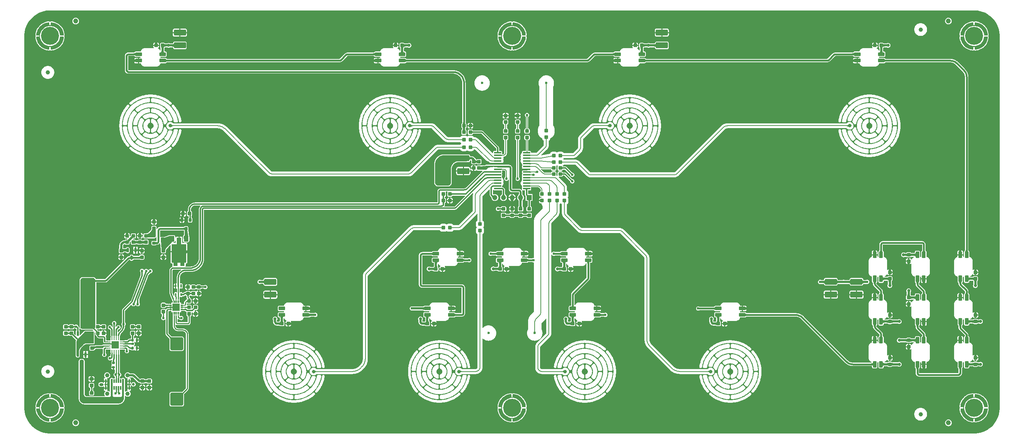
<source format=gtl>
G04*
G04 #@! TF.GenerationSoftware,Altium Limited,Altium Designer,24.5.1 (21)*
G04*
G04 Layer_Physical_Order=1*
G04 Layer_Color=255*
%FSLAX25Y25*%
%MOIN*%
G70*
G04*
G04 #@! TF.SameCoordinates,89CE71C2-79D1-448F-8852-A8AA6FA4BD66*
G04*
G04*
G04 #@! TF.FilePolarity,Positive*
G04*
G01*
G75*
%ADD10C,0.00787*%
%ADD11C,0.01968*%
%ADD13C,0.01181*%
G04:AMPARAMS|DCode=32|XSize=9.84mil|YSize=29.53mil|CornerRadius=1.48mil|HoleSize=0mil|Usage=FLASHONLY|Rotation=90.000|XOffset=0mil|YOffset=0mil|HoleType=Round|Shape=RoundedRectangle|*
%AMROUNDEDRECTD32*
21,1,0.00984,0.02657,0,0,90.0*
21,1,0.00689,0.02953,0,0,90.0*
1,1,0.00295,0.01329,0.00345*
1,1,0.00295,0.01329,-0.00345*
1,1,0.00295,-0.01329,-0.00345*
1,1,0.00295,-0.01329,0.00345*
%
%ADD32ROUNDEDRECTD32*%
G04:AMPARAMS|DCode=33|XSize=9.84mil|YSize=29.53mil|CornerRadius=1.48mil|HoleSize=0mil|Usage=FLASHONLY|Rotation=0.000|XOffset=0mil|YOffset=0mil|HoleType=Round|Shape=RoundedRectangle|*
%AMROUNDEDRECTD33*
21,1,0.00984,0.02657,0,0,0.0*
21,1,0.00689,0.02953,0,0,0.0*
1,1,0.00295,0.00345,-0.01329*
1,1,0.00295,-0.00345,-0.01329*
1,1,0.00295,-0.00345,0.01329*
1,1,0.00295,0.00345,0.01329*
%
%ADD33ROUNDEDRECTD33*%
%ADD47R,0.01378X0.02362*%
%ADD48R,0.02362X0.01378*%
%ADD62C,0.02362*%
%ADD76R,0.06890X0.06890*%
%ADD87C,0.01575*%
%ADD88C,0.00669*%
%ADD89C,0.01000*%
G04:AMPARAMS|DCode=90|XSize=31.5mil|YSize=34.25mil|CornerRadius=4.72mil|HoleSize=0mil|Usage=FLASHONLY|Rotation=270.000|XOffset=0mil|YOffset=0mil|HoleType=Round|Shape=RoundedRectangle|*
%AMROUNDEDRECTD90*
21,1,0.03150,0.02480,0,0,270.0*
21,1,0.02205,0.03425,0,0,270.0*
1,1,0.00945,-0.01240,-0.01102*
1,1,0.00945,-0.01240,0.01102*
1,1,0.00945,0.01240,0.01102*
1,1,0.00945,0.01240,-0.01102*
%
%ADD90ROUNDEDRECTD90*%
G04:AMPARAMS|DCode=91|XSize=31.5mil|YSize=31.5mil|CornerRadius=4.72mil|HoleSize=0mil|Usage=FLASHONLY|Rotation=270.000|XOffset=0mil|YOffset=0mil|HoleType=Round|Shape=RoundedRectangle|*
%AMROUNDEDRECTD91*
21,1,0.03150,0.02205,0,0,270.0*
21,1,0.02205,0.03150,0,0,270.0*
1,1,0.00945,-0.01102,-0.01102*
1,1,0.00945,-0.01102,0.01102*
1,1,0.00945,0.01102,0.01102*
1,1,0.00945,0.01102,-0.01102*
%
%ADD91ROUNDEDRECTD91*%
G04:AMPARAMS|DCode=92|XSize=31.5mil|YSize=31.5mil|CornerRadius=3.15mil|HoleSize=0mil|Usage=FLASHONLY|Rotation=270.000|XOffset=0mil|YOffset=0mil|HoleType=Round|Shape=RoundedRectangle|*
%AMROUNDEDRECTD92*
21,1,0.03150,0.02520,0,0,270.0*
21,1,0.02520,0.03150,0,0,270.0*
1,1,0.00630,-0.01260,-0.01260*
1,1,0.00630,-0.01260,0.01260*
1,1,0.00630,0.01260,0.01260*
1,1,0.00630,0.01260,-0.01260*
%
%ADD92ROUNDEDRECTD92*%
G04:AMPARAMS|DCode=93|XSize=59.06mil|YSize=32.28mil|CornerRadius=3.23mil|HoleSize=0mil|Usage=FLASHONLY|Rotation=0.000|XOffset=0mil|YOffset=0mil|HoleType=Round|Shape=RoundedRectangle|*
%AMROUNDEDRECTD93*
21,1,0.05906,0.02583,0,0,0.0*
21,1,0.05260,0.03228,0,0,0.0*
1,1,0.00646,0.02630,-0.01291*
1,1,0.00646,-0.02630,-0.01291*
1,1,0.00646,-0.02630,0.01291*
1,1,0.00646,0.02630,0.01291*
%
%ADD93ROUNDEDRECTD93*%
G04:AMPARAMS|DCode=94|XSize=59.06mil|YSize=32.28mil|CornerRadius=3.23mil|HoleSize=0mil|Usage=FLASHONLY|Rotation=90.000|XOffset=0mil|YOffset=0mil|HoleType=Round|Shape=RoundedRectangle|*
%AMROUNDEDRECTD94*
21,1,0.05906,0.02583,0,0,90.0*
21,1,0.05260,0.03228,0,0,90.0*
1,1,0.00646,0.01291,0.02630*
1,1,0.00646,0.01291,-0.02630*
1,1,0.00646,-0.01291,-0.02630*
1,1,0.00646,-0.01291,0.02630*
%
%ADD94ROUNDEDRECTD94*%
%ADD95R,0.01181X0.03347*%
G04:AMPARAMS|DCode=96|XSize=66.93mil|YSize=66.93mil|CornerRadius=3.35mil|HoleSize=0mil|Usage=FLASHONLY|Rotation=0.000|XOffset=0mil|YOffset=0mil|HoleType=Round|Shape=RoundedRectangle|*
%AMROUNDEDRECTD96*
21,1,0.06693,0.06024,0,0,0.0*
21,1,0.06024,0.06693,0,0,0.0*
1,1,0.00669,0.03012,-0.03012*
1,1,0.00669,-0.03012,-0.03012*
1,1,0.00669,-0.03012,0.03012*
1,1,0.00669,0.03012,0.03012*
%
%ADD96ROUNDEDRECTD96*%
%ADD97C,0.01968*%
%ADD98R,0.02153X0.04168*%
G04:AMPARAMS|DCode=99|XSize=41.68mil|YSize=21.53mil|CornerRadius=10.77mil|HoleSize=0mil|Usage=FLASHONLY|Rotation=270.000|XOffset=0mil|YOffset=0mil|HoleType=Round|Shape=RoundedRectangle|*
%AMROUNDEDRECTD99*
21,1,0.04168,0.00000,0,0,270.0*
21,1,0.02015,0.02153,0,0,270.0*
1,1,0.02153,0.00000,-0.01008*
1,1,0.02153,0.00000,0.01008*
1,1,0.02153,0.00000,0.01008*
1,1,0.02153,0.00000,-0.01008*
%
%ADD99ROUNDEDRECTD99*%
G04:AMPARAMS|DCode=100|XSize=19.68mil|YSize=23.62mil|CornerRadius=2.46mil|HoleSize=0mil|Usage=FLASHONLY|Rotation=0.000|XOffset=0mil|YOffset=0mil|HoleType=Round|Shape=RoundedRectangle|*
%AMROUNDEDRECTD100*
21,1,0.01968,0.01870,0,0,0.0*
21,1,0.01476,0.02362,0,0,0.0*
1,1,0.00492,0.00738,-0.00935*
1,1,0.00492,-0.00738,-0.00935*
1,1,0.00492,-0.00738,0.00935*
1,1,0.00492,0.00738,0.00935*
%
%ADD100ROUNDEDRECTD100*%
G04:AMPARAMS|DCode=101|XSize=31.5mil|YSize=34.25mil|CornerRadius=4.72mil|HoleSize=0mil|Usage=FLASHONLY|Rotation=180.000|XOffset=0mil|YOffset=0mil|HoleType=Round|Shape=RoundedRectangle|*
%AMROUNDEDRECTD101*
21,1,0.03150,0.02480,0,0,180.0*
21,1,0.02205,0.03425,0,0,180.0*
1,1,0.00945,-0.01102,0.01240*
1,1,0.00945,0.01102,0.01240*
1,1,0.00945,0.01102,-0.01240*
1,1,0.00945,-0.01102,-0.01240*
%
%ADD101ROUNDEDRECTD101*%
G04:AMPARAMS|DCode=102|XSize=31.5mil|YSize=23.62mil|CornerRadius=3.54mil|HoleSize=0mil|Usage=FLASHONLY|Rotation=270.000|XOffset=0mil|YOffset=0mil|HoleType=Round|Shape=RoundedRectangle|*
%AMROUNDEDRECTD102*
21,1,0.03150,0.01654,0,0,270.0*
21,1,0.02441,0.02362,0,0,270.0*
1,1,0.00709,-0.00827,-0.01221*
1,1,0.00709,-0.00827,0.01221*
1,1,0.00709,0.00827,0.01221*
1,1,0.00709,0.00827,-0.01221*
%
%ADD102ROUNDEDRECTD102*%
G04:AMPARAMS|DCode=103|XSize=118.11mil|YSize=118.11mil|CornerRadius=11.81mil|HoleSize=0mil|Usage=FLASHONLY|Rotation=90.000|XOffset=0mil|YOffset=0mil|HoleType=Round|Shape=RoundedRectangle|*
%AMROUNDEDRECTD103*
21,1,0.11811,0.09449,0,0,90.0*
21,1,0.09449,0.11811,0,0,90.0*
1,1,0.02362,0.04724,0.04724*
1,1,0.02362,0.04724,-0.04724*
1,1,0.02362,-0.04724,-0.04724*
1,1,0.02362,-0.04724,0.04724*
%
%ADD103ROUNDEDRECTD103*%
G04:AMPARAMS|DCode=104|XSize=43.31mil|YSize=51.18mil|CornerRadius=6.5mil|HoleSize=0mil|Usage=FLASHONLY|Rotation=0.000|XOffset=0mil|YOffset=0mil|HoleType=Round|Shape=RoundedRectangle|*
%AMROUNDEDRECTD104*
21,1,0.04331,0.03819,0,0,0.0*
21,1,0.03032,0.05118,0,0,0.0*
1,1,0.01299,0.01516,-0.01909*
1,1,0.01299,-0.01516,-0.01909*
1,1,0.01299,-0.01516,0.01909*
1,1,0.01299,0.01516,0.01909*
%
%ADD104ROUNDEDRECTD104*%
%AMCUSTOMSHAPE105*
4,1,16,0.01968,0.12992,0.01968,0.07087,0.06693,0.07087,0.06693,-0.09843,0.05118,-0.09843,0.05118,-0.12992,0.01181,-0.12992,0.01181,-0.09843,-0.01181,-0.09843,-0.01181,-0.12992,-0.05118,-0.12992,-0.05118,-0.09843,-0.06693,-0.09843,-0.06693,0.07087,-0.01968,0.07087,-0.01968,0.12992,0.01968,0.12992,0.0*%
%ADD105CUSTOMSHAPE105*%

%ADD106R,0.06901X0.01634*%
G04:AMPARAMS|DCode=107|XSize=69.01mil|YSize=16.34mil|CornerRadius=8.17mil|HoleSize=0mil|Usage=FLASHONLY|Rotation=180.000|XOffset=0mil|YOffset=0mil|HoleType=Round|Shape=RoundedRectangle|*
%AMROUNDEDRECTD107*
21,1,0.06901,0.00000,0,0,180.0*
21,1,0.05267,0.01634,0,0,180.0*
1,1,0.01634,-0.02634,0.00000*
1,1,0.01634,0.02634,0.00000*
1,1,0.01634,0.02634,0.00000*
1,1,0.01634,-0.02634,0.00000*
%
%ADD107ROUNDEDRECTD107*%
G04:AMPARAMS|DCode=108|XSize=31.5mil|YSize=11.81mil|CornerRadius=1.77mil|HoleSize=0mil|Usage=FLASHONLY|Rotation=270.000|XOffset=0mil|YOffset=0mil|HoleType=Round|Shape=RoundedRectangle|*
%AMROUNDEDRECTD108*
21,1,0.03150,0.00827,0,0,270.0*
21,1,0.02795,0.01181,0,0,270.0*
1,1,0.00354,-0.00413,-0.01398*
1,1,0.00354,-0.00413,0.01398*
1,1,0.00354,0.00413,0.01398*
1,1,0.00354,0.00413,-0.01398*
%
%ADD108ROUNDEDRECTD108*%
%ADD109O,0.01181X0.03150*%
%ADD110C,0.03937*%
G04:AMPARAMS|DCode=111|XSize=31.5mil|YSize=23.62mil|CornerRadius=3.54mil|HoleSize=0mil|Usage=FLASHONLY|Rotation=0.000|XOffset=0mil|YOffset=0mil|HoleType=Round|Shape=RoundedRectangle|*
%AMROUNDEDRECTD111*
21,1,0.03150,0.01654,0,0,0.0*
21,1,0.02441,0.02362,0,0,0.0*
1,1,0.00709,0.01221,-0.00827*
1,1,0.00709,-0.01221,-0.00827*
1,1,0.00709,-0.01221,0.00827*
1,1,0.00709,0.01221,0.00827*
%
%ADD111ROUNDEDRECTD111*%
G04:AMPARAMS|DCode=112|XSize=19.68mil|YSize=23.62mil|CornerRadius=2.46mil|HoleSize=0mil|Usage=FLASHONLY|Rotation=90.000|XOffset=0mil|YOffset=0mil|HoleType=Round|Shape=RoundedRectangle|*
%AMROUNDEDRECTD112*
21,1,0.01968,0.01870,0,0,90.0*
21,1,0.01476,0.02362,0,0,90.0*
1,1,0.00492,0.00935,0.00738*
1,1,0.00492,0.00935,-0.00738*
1,1,0.00492,-0.00935,-0.00738*
1,1,0.00492,-0.00935,0.00738*
%
%ADD112ROUNDEDRECTD112*%
G04:AMPARAMS|DCode=113|XSize=31.5mil|YSize=31.5mil|CornerRadius=4.72mil|HoleSize=0mil|Usage=FLASHONLY|Rotation=180.000|XOffset=0mil|YOffset=0mil|HoleType=Round|Shape=RoundedRectangle|*
%AMROUNDEDRECTD113*
21,1,0.03150,0.02205,0,0,180.0*
21,1,0.02205,0.03150,0,0,180.0*
1,1,0.00945,-0.01102,0.01102*
1,1,0.00945,0.01102,0.01102*
1,1,0.00945,0.01102,-0.01102*
1,1,0.00945,-0.01102,-0.01102*
%
%ADD113ROUNDEDRECTD113*%
G04:AMPARAMS|DCode=114|XSize=55.12mil|YSize=110.24mil|CornerRadius=8.27mil|HoleSize=0mil|Usage=FLASHONLY|Rotation=90.000|XOffset=0mil|YOffset=0mil|HoleType=Round|Shape=RoundedRectangle|*
%AMROUNDEDRECTD114*
21,1,0.05512,0.09370,0,0,90.0*
21,1,0.03858,0.11024,0,0,90.0*
1,1,0.01654,0.04685,0.01929*
1,1,0.01654,0.04685,-0.01929*
1,1,0.01654,-0.04685,-0.01929*
1,1,0.01654,-0.04685,0.01929*
%
%ADD114ROUNDEDRECTD114*%
%ADD115C,0.01048*%
%ADD116C,0.03150*%
%ADD117C,0.04724*%
%ADD118R,0.04724X0.04724*%
%ADD119O,0.03937X0.02559*%
%ADD120C,0.02559*%
%ADD121C,0.04535*%
%ADD122C,0.16614*%
%ADD123C,0.02756*%
G36*
X875984Y391694D02*
X877143Y391694D01*
X879449Y391467D01*
X881722Y391015D01*
X883939Y390342D01*
X886080Y389455D01*
X888123Y388363D01*
X890050Y387075D01*
X891841Y385606D01*
X893480Y383967D01*
X894950Y382176D01*
X896237Y380249D01*
X897329Y378206D01*
X898216Y376065D01*
X898889Y373847D01*
X899341Y371575D01*
X899568Y369269D01*
X899568Y368110D01*
X899568Y25591D01*
Y24432D01*
X899341Y22126D01*
X898889Y19853D01*
X898216Y17636D01*
X897329Y15495D01*
X896237Y13452D01*
X894950Y11525D01*
X893480Y9734D01*
X891841Y8095D01*
X890050Y6625D01*
X888123Y5338D01*
X886080Y4246D01*
X883939Y3359D01*
X881721Y2686D01*
X879449Y2234D01*
X877143Y2007D01*
X875984Y2007D01*
X25591Y2007D01*
X24432D01*
X22126Y2234D01*
X19853Y2686D01*
X17636Y3359D01*
X15495Y4246D01*
X13452Y5338D01*
X11525Y6625D01*
X9734Y8095D01*
X8095Y9734D01*
X6625Y11525D01*
X5338Y13452D01*
X4246Y15495D01*
X3359Y17636D01*
X2686Y19853D01*
X2234Y22126D01*
X2007Y24432D01*
X2007Y25591D01*
Y368110D01*
Y369269D01*
X2234Y371575D01*
X2686Y373847D01*
X3359Y376065D01*
X4246Y378206D01*
X5338Y380249D01*
X6625Y382176D01*
X8095Y383967D01*
X9734Y385606D01*
X11525Y387076D01*
X13452Y388363D01*
X15495Y389455D01*
X17636Y390342D01*
X19853Y391015D01*
X22126Y391467D01*
X24432Y391694D01*
X25591Y391694D01*
X875984Y391694D01*
D02*
G37*
%LPC*%
G36*
X875044Y381488D02*
X875039Y381488D01*
X875033Y381488D01*
X874955Y381484D01*
X874951Y381483D01*
X874208Y381447D01*
X874160Y381440D01*
X874111Y381436D01*
X872633Y381181D01*
X872586Y381168D01*
X872539Y381158D01*
X871103Y380723D01*
X871058Y380704D01*
X871012Y380689D01*
X869640Y380082D01*
X869598Y380058D01*
X869554Y380037D01*
X868267Y379266D01*
X868228Y379237D01*
X868187Y379211D01*
X867004Y378288D01*
X866969Y378254D01*
X866932Y378224D01*
X865871Y377163D01*
X865840Y377125D01*
X865806Y377090D01*
X864884Y375907D01*
X864857Y375866D01*
X864829Y375827D01*
X864057Y374540D01*
X864037Y374497D01*
X864013Y374454D01*
X863405Y373083D01*
X863390Y373037D01*
X863371Y372992D01*
X862936Y371556D01*
X862926Y371508D01*
X862913Y371462D01*
X862657Y369983D01*
X862654Y369935D01*
X862647Y369887D01*
X862606Y369060D01*
X862607Y369055D01*
X862606Y369050D01*
X862610Y368977D01*
X862614Y368905D01*
X862615Y368900D01*
X862615Y368895D01*
X862634Y368824D01*
X862652Y368754D01*
X862654Y368750D01*
X862655Y368745D01*
X862709Y368599D01*
X862711Y368595D01*
X862713Y368590D01*
X862745Y368526D01*
X862777Y368460D01*
X862780Y368456D01*
X862782Y368452D01*
X862827Y368394D01*
X862871Y368336D01*
X862918Y368111D01*
X862871Y367883D01*
X862827Y367826D01*
X862783Y367769D01*
X862780Y367764D01*
X862777Y367760D01*
X862745Y367695D01*
X862713Y367630D01*
X862711Y367625D01*
X862709Y367621D01*
X862655Y367475D01*
X862654Y367470D01*
X862652Y367466D01*
X862634Y367396D01*
X862615Y367325D01*
X862615Y367320D01*
X862614Y367315D01*
X862610Y367243D01*
X862606Y367170D01*
X862607Y367165D01*
X862606Y367160D01*
X862610Y367083D01*
X862610Y367083D01*
X862647Y366334D01*
X862654Y366286D01*
X862657Y366237D01*
X862913Y364759D01*
X862926Y364712D01*
X862936Y364665D01*
X863371Y363229D01*
X863390Y363184D01*
X863405Y363138D01*
X864013Y361766D01*
X864036Y361724D01*
X864057Y361680D01*
X864828Y360393D01*
X864857Y360354D01*
X864883Y360313D01*
X865806Y359130D01*
X865840Y359095D01*
X865871Y359057D01*
X866931Y357997D01*
X866969Y357966D01*
X867004Y357932D01*
X868187Y357009D01*
X868228Y356983D01*
X868267Y356954D01*
X869554Y356183D01*
X869598Y356162D01*
X869640Y356138D01*
X871012Y355531D01*
X871058Y355516D01*
X871103Y355497D01*
X872538Y355062D01*
X872586Y355052D01*
X872633Y355039D01*
X874111Y354783D01*
X874160Y354780D01*
X874208Y354773D01*
X874954Y354736D01*
X875028Y354732D01*
X875035Y354732D01*
X875041Y354731D01*
X875112Y354735D01*
X875183Y354738D01*
X875189Y354740D01*
X875196Y354740D01*
X875265Y354758D01*
X875334Y354775D01*
X875340Y354778D01*
X875346Y354779D01*
X875493Y354833D01*
X875498Y354836D01*
X875505Y354837D01*
X875568Y354870D01*
X875632Y354900D01*
X875638Y354904D01*
X875643Y354907D01*
X875700Y354951D01*
X875756Y354994D01*
X875975Y355043D01*
X876210Y354997D01*
X876268Y354953D01*
X876326Y354908D01*
X876330Y354906D01*
X876334Y354903D01*
X876399Y354871D01*
X876464Y354839D01*
X876469Y354837D01*
X876473Y354835D01*
X876619Y354781D01*
X876624Y354780D01*
X876628Y354777D01*
X876699Y354760D01*
X876769Y354741D01*
X876774Y354741D01*
X876779Y354740D01*
X876852Y354736D01*
X876924Y354732D01*
X876929Y354732D01*
X876934Y354732D01*
X877011Y354736D01*
X877761Y354772D01*
X877809Y354779D01*
X877857Y354783D01*
X879335Y355039D01*
X879382Y355052D01*
X879430Y355061D01*
X880866Y355496D01*
X880911Y355515D01*
X880957Y355530D01*
X882329Y356137D01*
X882371Y356161D01*
X882415Y356182D01*
X883702Y356953D01*
X883741Y356982D01*
X883782Y357008D01*
X884965Y357931D01*
X885000Y357965D01*
X885038Y357995D01*
X886099Y359056D01*
X886130Y359094D01*
X886163Y359129D01*
X887086Y360312D01*
X887112Y360353D01*
X887141Y360392D01*
X887912Y361679D01*
X887933Y361723D01*
X887957Y361766D01*
X888565Y363137D01*
X888580Y363183D01*
X888598Y363228D01*
X889033Y364664D01*
X889043Y364712D01*
X889056Y364759D01*
X889312Y366237D01*
X889315Y366286D01*
X889322Y366334D01*
X889359Y367083D01*
X889359Y367084D01*
X889362Y367159D01*
X889362Y367164D01*
X889363Y367169D01*
X889359Y367241D01*
X889355Y367313D01*
X889354Y367319D01*
X889353Y367324D01*
X889335Y367394D01*
X889318Y367464D01*
X889316Y367469D01*
X889314Y367474D01*
X889260Y367620D01*
X889258Y367625D01*
X889256Y367631D01*
X889223Y367695D01*
X889192Y367760D01*
X889189Y367764D01*
X889186Y367769D01*
X889142Y367827D01*
X889098Y367883D01*
X889052Y368108D01*
X889098Y368337D01*
X889142Y368394D01*
X889186Y368451D01*
X889188Y368456D01*
X889192Y368460D01*
X889223Y368525D01*
X889256Y368589D01*
X889257Y368595D01*
X889260Y368600D01*
X889314Y368746D01*
X889315Y368751D01*
X889318Y368756D01*
X889335Y368826D01*
X889353Y368896D01*
X889353Y368901D01*
X889355Y368907D01*
X889358Y368979D01*
X889363Y369051D01*
X889362Y369056D01*
X889362Y369062D01*
X889358Y369140D01*
X889357Y369147D01*
X889321Y369886D01*
X889314Y369934D01*
X889310Y369983D01*
X889054Y371461D01*
X889042Y371508D01*
X889032Y371555D01*
X888597Y372991D01*
X888579Y373036D01*
X888563Y373082D01*
X887956Y374454D01*
X887932Y374496D01*
X887911Y374540D01*
X887140Y375827D01*
X887111Y375866D01*
X887085Y375907D01*
X886162Y377090D01*
X886129Y377126D01*
X886098Y377163D01*
X885037Y378224D01*
X885000Y378255D01*
X884964Y378288D01*
X883782Y379211D01*
X883741Y379237D01*
X883702Y379266D01*
X882415Y380037D01*
X882371Y380058D01*
X882329Y380082D01*
X880957Y380690D01*
X880911Y380705D01*
X880866Y380724D01*
X879430Y381159D01*
X879382Y381168D01*
X879335Y381181D01*
X877857Y381437D01*
X877809Y381441D01*
X877761Y381448D01*
X877011Y381484D01*
X877007Y381484D01*
X876994Y381485D01*
X876992Y381485D01*
X876990Y381485D01*
X876933Y381488D01*
X876929Y381488D01*
X876924Y381488D01*
X876851Y381484D01*
X876779Y381480D01*
X876774Y381479D01*
X876769Y381479D01*
X876699Y381460D01*
X876628Y381442D01*
X876624Y381440D01*
X876619Y381439D01*
X876473Y381385D01*
X876469Y381383D01*
X876464Y381381D01*
X876399Y381349D01*
X876334Y381317D01*
X876330Y381314D01*
X876325Y381312D01*
X876268Y381267D01*
X876210Y381223D01*
X875984Y381178D01*
X875758Y381224D01*
X875701Y381267D01*
X875644Y381311D01*
X875639Y381314D01*
X875635Y381317D01*
X875570Y381349D01*
X875506Y381381D01*
X875500Y381383D01*
X875495Y381385D01*
X875349Y381440D01*
X875344Y381441D01*
X875339Y381443D01*
X875269Y381461D01*
X875199Y381479D01*
X875194Y381479D01*
X875188Y381481D01*
X875116Y381484D01*
X875044Y381488D01*
D02*
G37*
G36*
X449848D02*
X449842Y381488D01*
X449836Y381488D01*
X449758Y381484D01*
X449754Y381483D01*
X449011Y381447D01*
X448963Y381440D01*
X448915Y381436D01*
X447436Y381181D01*
X447390Y381168D01*
X447342Y381158D01*
X445906Y380723D01*
X445861Y380704D01*
X445815Y380689D01*
X444444Y380082D01*
X444401Y380058D01*
X444357Y380037D01*
X443070Y379266D01*
X443031Y379237D01*
X442990Y379211D01*
X441808Y378288D01*
X441772Y378254D01*
X441735Y378224D01*
X440674Y377163D01*
X440643Y377125D01*
X440610Y377090D01*
X439687Y375907D01*
X439661Y375866D01*
X439632Y375827D01*
X438861Y374540D01*
X438840Y374497D01*
X438816Y374454D01*
X438208Y373083D01*
X438193Y373037D01*
X438174Y372992D01*
X437739Y371556D01*
X437730Y371508D01*
X437717Y371462D01*
X437461Y369983D01*
X437457Y369935D01*
X437450Y369887D01*
X437409Y369060D01*
X437410Y369055D01*
X437409Y369050D01*
X437414Y368977D01*
X437417Y368905D01*
X437418Y368900D01*
X437419Y368895D01*
X437437Y368824D01*
X437455Y368754D01*
X437457Y368750D01*
X437458Y368745D01*
X437512Y368599D01*
X437515Y368595D01*
X437516Y368590D01*
X437548Y368526D01*
X437580Y368460D01*
X437583Y368456D01*
X437586Y368452D01*
X437631Y368394D01*
X437674Y368336D01*
X437721Y368111D01*
X437674Y367883D01*
X437631Y367826D01*
X437586Y367769D01*
X437583Y367764D01*
X437580Y367760D01*
X437549Y367695D01*
X437516Y367630D01*
X437514Y367625D01*
X437512Y367621D01*
X437458Y367475D01*
X437457Y367470D01*
X437455Y367466D01*
X437437Y367396D01*
X437419Y367325D01*
X437418Y367320D01*
X437417Y367315D01*
X437414Y367243D01*
X437409Y367170D01*
X437410Y367165D01*
X437409Y367160D01*
X437413Y367083D01*
X437413Y367083D01*
X437450Y366334D01*
X437457Y366286D01*
X437460Y366237D01*
X437716Y364759D01*
X437730Y364712D01*
X437739Y364665D01*
X438174Y363229D01*
X438193Y363184D01*
X438208Y363138D01*
X438816Y361766D01*
X438840Y361724D01*
X438860Y361680D01*
X439632Y360393D01*
X439661Y360354D01*
X439686Y360313D01*
X440609Y359130D01*
X440643Y359095D01*
X440674Y359057D01*
X441735Y357997D01*
X441772Y357966D01*
X441807Y357932D01*
X442990Y357009D01*
X443031Y356983D01*
X443070Y356954D01*
X444357Y356183D01*
X444401Y356162D01*
X444443Y356138D01*
X445815Y355531D01*
X445861Y355516D01*
X445906Y355497D01*
X447342Y355062D01*
X447389Y355052D01*
X447436Y355039D01*
X448914Y354783D01*
X448963Y354780D01*
X449011Y354773D01*
X449757Y354736D01*
X449831Y354732D01*
X449838Y354732D01*
X449844Y354731D01*
X449915Y354735D01*
X449986Y354738D01*
X449993Y354740D01*
X449999Y354740D01*
X450068Y354758D01*
X450137Y354775D01*
X450143Y354778D01*
X450149Y354779D01*
X450296Y354833D01*
X450302Y354836D01*
X450308Y354837D01*
X450372Y354870D01*
X450435Y354900D01*
X450441Y354904D01*
X450447Y354907D01*
X450503Y354951D01*
X450559Y354994D01*
X450778Y355043D01*
X451014Y354997D01*
X451071Y354953D01*
X451129Y354908D01*
X451133Y354906D01*
X451137Y354903D01*
X451202Y354871D01*
X451267Y354839D01*
X451272Y354837D01*
X451276Y354835D01*
X451422Y354781D01*
X451427Y354780D01*
X451432Y354777D01*
X451502Y354760D01*
X451572Y354741D01*
X451577Y354741D01*
X451582Y354740D01*
X451655Y354736D01*
X451727Y354732D01*
X451732Y354732D01*
X451737Y354732D01*
X451814Y354736D01*
X452564Y354772D01*
X452612Y354779D01*
X452660Y354783D01*
X454139Y355039D01*
X454185Y355052D01*
X454233Y355061D01*
X455669Y355496D01*
X455714Y355515D01*
X455760Y355530D01*
X457132Y356137D01*
X457174Y356161D01*
X457218Y356182D01*
X458505Y356953D01*
X458544Y356982D01*
X458585Y357008D01*
X459768Y357931D01*
X459803Y357965D01*
X459841Y357995D01*
X460902Y359056D01*
X460933Y359094D01*
X460966Y359129D01*
X461889Y360312D01*
X461915Y360353D01*
X461944Y360392D01*
X462715Y361679D01*
X462736Y361723D01*
X462760Y361766D01*
X463368Y363137D01*
X463383Y363183D01*
X463402Y363228D01*
X463836Y364664D01*
X463846Y364712D01*
X463859Y364759D01*
X464115Y366237D01*
X464118Y366286D01*
X464125Y366334D01*
X464162Y367083D01*
X464162Y367084D01*
X464165Y367159D01*
X464165Y367164D01*
X464166Y367169D01*
X464162Y367241D01*
X464158Y367313D01*
X464157Y367319D01*
X464157Y367324D01*
X464138Y367394D01*
X464121Y367464D01*
X464119Y367469D01*
X464117Y367474D01*
X464063Y367620D01*
X464061Y367625D01*
X464059Y367631D01*
X464027Y367695D01*
X463995Y367760D01*
X463992Y367764D01*
X463990Y367769D01*
X463945Y367827D01*
X463902Y367883D01*
X463855Y368108D01*
X463901Y368337D01*
X463945Y368394D01*
X463989Y368451D01*
X463992Y368456D01*
X463995Y368460D01*
X464027Y368525D01*
X464059Y368589D01*
X464060Y368595D01*
X464063Y368600D01*
X464117Y368746D01*
X464118Y368751D01*
X464121Y368756D01*
X464138Y368826D01*
X464156Y368896D01*
X464157Y368901D01*
X464158Y368907D01*
X464161Y368979D01*
X464166Y369051D01*
X464165Y369056D01*
X464165Y369062D01*
X464161Y369140D01*
X464160Y369147D01*
X464124Y369886D01*
X464117Y369934D01*
X464113Y369983D01*
X463858Y371461D01*
X463845Y371508D01*
X463835Y371555D01*
X463400Y372991D01*
X463382Y373036D01*
X463367Y373082D01*
X462759Y374454D01*
X462735Y374496D01*
X462714Y374540D01*
X461943Y375827D01*
X461914Y375866D01*
X461888Y375907D01*
X460965Y377090D01*
X460932Y377126D01*
X460901Y377163D01*
X459840Y378224D01*
X459803Y378255D01*
X459768Y378288D01*
X458585Y379211D01*
X458544Y379237D01*
X458505Y379266D01*
X457218Y380037D01*
X457174Y380058D01*
X457132Y380082D01*
X455760Y380690D01*
X455714Y380705D01*
X455669Y380724D01*
X454233Y381159D01*
X454185Y381168D01*
X454139Y381181D01*
X452660Y381437D01*
X452612Y381441D01*
X452564Y381448D01*
X451815Y381484D01*
X451810Y381484D01*
X451797Y381485D01*
X451795Y381485D01*
X451793Y381485D01*
X451736Y381488D01*
X451732Y381488D01*
X451727Y381488D01*
X451654Y381484D01*
X451582Y381480D01*
X451577Y381479D01*
X451572Y381479D01*
X451502Y381460D01*
X451431Y381442D01*
X451427Y381440D01*
X451422Y381439D01*
X451276Y381385D01*
X451272Y381383D01*
X451267Y381381D01*
X451202Y381349D01*
X451137Y381317D01*
X451133Y381314D01*
X451129Y381312D01*
X451071Y381267D01*
X451013Y381223D01*
X450787Y381178D01*
X450561Y381224D01*
X450504Y381267D01*
X450447Y381311D01*
X450442Y381314D01*
X450438Y381317D01*
X450373Y381349D01*
X450309Y381381D01*
X450304Y381383D01*
X450298Y381385D01*
X450152Y381440D01*
X450147Y381441D01*
X450142Y381443D01*
X450072Y381461D01*
X450002Y381479D01*
X449997Y381479D01*
X449991Y381481D01*
X449919Y381484D01*
X449848Y381488D01*
D02*
G37*
G36*
X24651D02*
X24645Y381488D01*
X24639Y381488D01*
X24562Y381484D01*
X24558Y381483D01*
X23814Y381447D01*
X23766Y381440D01*
X23718Y381436D01*
X22240Y381181D01*
X22193Y381168D01*
X22145Y381158D01*
X20709Y380723D01*
X20664Y380704D01*
X20618Y380689D01*
X19247Y380082D01*
X19204Y380058D01*
X19161Y380037D01*
X17874Y379266D01*
X17834Y379237D01*
X17794Y379211D01*
X16611Y378288D01*
X16576Y378254D01*
X16538Y378224D01*
X15477Y377163D01*
X15446Y377125D01*
X15413Y377090D01*
X14490Y375907D01*
X14464Y375866D01*
X14435Y375827D01*
X13664Y374540D01*
X13643Y374497D01*
X13619Y374454D01*
X13011Y373083D01*
X12996Y373037D01*
X12977Y372992D01*
X12542Y371556D01*
X12533Y371508D01*
X12520Y371462D01*
X12264Y369983D01*
X12260Y369935D01*
X12253Y369887D01*
X12213Y369060D01*
X12213Y369055D01*
X12212Y369050D01*
X12217Y368977D01*
X12220Y368905D01*
X12221Y368900D01*
X12222Y368895D01*
X12240Y368824D01*
X12258Y368754D01*
X12260Y368750D01*
X12261Y368745D01*
X12316Y368599D01*
X12318Y368595D01*
X12319Y368590D01*
X12352Y368526D01*
X12384Y368460D01*
X12387Y368456D01*
X12389Y368452D01*
X12434Y368394D01*
X12478Y368336D01*
X12524Y368111D01*
X12477Y367883D01*
X12434Y367826D01*
X12389Y367769D01*
X12387Y367764D01*
X12384Y367760D01*
X12352Y367695D01*
X12319Y367630D01*
X12318Y367625D01*
X12315Y367621D01*
X12261Y367475D01*
X12260Y367470D01*
X12258Y367466D01*
X12240Y367396D01*
X12222Y367325D01*
X12221Y367320D01*
X12220Y367315D01*
X12217Y367243D01*
X12212Y367170D01*
X12213Y367165D01*
X12213Y367160D01*
X12216Y367083D01*
X12216Y367083D01*
X12253Y366334D01*
X12260Y366286D01*
X12264Y366237D01*
X12520Y364759D01*
X12533Y364712D01*
X12542Y364665D01*
X12977Y363229D01*
X12996Y363184D01*
X13011Y363138D01*
X13619Y361766D01*
X13643Y361724D01*
X13664Y361680D01*
X14435Y360393D01*
X14464Y360354D01*
X14490Y360313D01*
X15413Y359130D01*
X15446Y359095D01*
X15477Y359057D01*
X16538Y357997D01*
X16575Y357966D01*
X16611Y357932D01*
X17793Y357009D01*
X17834Y356983D01*
X17873Y356954D01*
X19160Y356183D01*
X19204Y356162D01*
X19246Y356138D01*
X20618Y355531D01*
X20664Y355516D01*
X20709Y355497D01*
X22145Y355062D01*
X22192Y355052D01*
X22239Y355039D01*
X23718Y354783D01*
X23766Y354780D01*
X23814Y354773D01*
X24561Y354736D01*
X24634Y354732D01*
X24641Y354732D01*
X24647Y354731D01*
X24718Y354735D01*
X24790Y354738D01*
X24796Y354740D01*
X24802Y354740D01*
X24871Y354758D01*
X24940Y354775D01*
X24946Y354778D01*
X24952Y354779D01*
X25099Y354833D01*
X25105Y354836D01*
X25111Y354837D01*
X25175Y354870D01*
X25239Y354900D01*
X25244Y354904D01*
X25250Y354907D01*
X25306Y354951D01*
X25363Y354994D01*
X25581Y355043D01*
X25817Y354997D01*
X25874Y354953D01*
X25932Y354908D01*
X25936Y354906D01*
X25940Y354903D01*
X26006Y354871D01*
X26070Y354839D01*
X26075Y354837D01*
X26079Y354835D01*
X26226Y354781D01*
X26230Y354780D01*
X26235Y354777D01*
X26305Y354760D01*
X26375Y354741D01*
X26381Y354741D01*
X26385Y354740D01*
X26458Y354736D01*
X26530Y354732D01*
X26535Y354732D01*
X26540Y354732D01*
X26618Y354736D01*
X27367Y354772D01*
X27415Y354779D01*
X27463Y354783D01*
X28942Y355039D01*
X28989Y355052D01*
X29036Y355061D01*
X30472Y355496D01*
X30517Y355515D01*
X30563Y355530D01*
X31935Y356137D01*
X31977Y356161D01*
X32021Y356182D01*
X33309Y356953D01*
X33347Y356982D01*
X33389Y357008D01*
X34571Y357931D01*
X34607Y357965D01*
X34644Y357995D01*
X35705Y359056D01*
X35736Y359094D01*
X35770Y359129D01*
X36693Y360312D01*
X36718Y360353D01*
X36748Y360392D01*
X37519Y361679D01*
X37539Y361723D01*
X37563Y361766D01*
X38171Y363137D01*
X38186Y363183D01*
X38205Y363228D01*
X38640Y364664D01*
X38649Y364712D01*
X38662Y364759D01*
X38918Y366237D01*
X38921Y366286D01*
X38928Y366334D01*
X38965Y367083D01*
X38965Y367084D01*
X38969Y367159D01*
X38968Y367164D01*
X38969Y367169D01*
X38965Y367241D01*
X38961Y367313D01*
X38960Y367319D01*
X38960Y367324D01*
X38941Y367394D01*
X38924Y367464D01*
X38922Y367469D01*
X38921Y367474D01*
X38866Y367620D01*
X38864Y367625D01*
X38862Y367631D01*
X38830Y367695D01*
X38798Y367760D01*
X38795Y367764D01*
X38793Y367769D01*
X38748Y367827D01*
X38705Y367883D01*
X38658Y368108D01*
X38704Y368337D01*
X38748Y368394D01*
X38792Y368451D01*
X38795Y368456D01*
X38798Y368460D01*
X38830Y368525D01*
X38862Y368589D01*
X38864Y368595D01*
X38866Y368600D01*
X38920Y368746D01*
X38922Y368751D01*
X38924Y368756D01*
X38941Y368826D01*
X38960Y368896D01*
X38960Y368901D01*
X38961Y368907D01*
X38965Y368979D01*
X38969Y369051D01*
X38968Y369056D01*
X38968Y369062D01*
X38964Y369140D01*
X38963Y369147D01*
X38927Y369886D01*
X38920Y369934D01*
X38917Y369983D01*
X38661Y371461D01*
X38648Y371508D01*
X38638Y371555D01*
X38203Y372991D01*
X38185Y373036D01*
X38170Y373082D01*
X37562Y374454D01*
X37538Y374496D01*
X37517Y374540D01*
X36746Y375827D01*
X36718Y375866D01*
X36691Y375907D01*
X35769Y377090D01*
X35735Y377126D01*
X35704Y377163D01*
X34644Y378224D01*
X34606Y378255D01*
X34571Y378288D01*
X33388Y379211D01*
X33347Y379237D01*
X33308Y379266D01*
X32021Y380037D01*
X31977Y380058D01*
X31935Y380082D01*
X30563Y380690D01*
X30517Y380705D01*
X30472Y380724D01*
X29036Y381159D01*
X28989Y381168D01*
X28942Y381181D01*
X27463Y381437D01*
X27415Y381441D01*
X27367Y381448D01*
X26618Y381484D01*
X26613Y381484D01*
X26600Y381485D01*
X26598Y381485D01*
X26597Y381485D01*
X26540Y381488D01*
X26535Y381488D01*
X26530Y381488D01*
X26458Y381484D01*
X26385Y381480D01*
X26380Y381479D01*
X26375Y381479D01*
X26305Y381460D01*
X26234Y381442D01*
X26230Y381440D01*
X26225Y381439D01*
X26079Y381385D01*
X26075Y381383D01*
X26070Y381381D01*
X26005Y381349D01*
X25940Y381317D01*
X25936Y381314D01*
X25932Y381312D01*
X25874Y381267D01*
X25817Y381223D01*
X25590Y381178D01*
X25365Y381224D01*
X25307Y381267D01*
X25251Y381311D01*
X25245Y381314D01*
X25241Y381317D01*
X25176Y381349D01*
X25112Y381381D01*
X25107Y381383D01*
X25102Y381385D01*
X24955Y381440D01*
X24950Y381441D01*
X24945Y381443D01*
X24875Y381461D01*
X24805Y381479D01*
X24800Y381479D01*
X24794Y381481D01*
X24722Y381484D01*
X24651Y381488D01*
D02*
G37*
G36*
X827353Y379921D02*
X826772Y379921D01*
X826190Y379921D01*
X825049Y379694D01*
X823974Y379249D01*
X823007Y378603D01*
X822184Y377780D01*
X821538Y376813D01*
X821093Y375738D01*
X820866Y374598D01*
X820866Y374016D01*
X820866Y373434D01*
X821093Y372293D01*
X821538Y371218D01*
X822184Y370251D01*
X823007Y369429D01*
X823974Y368782D01*
X825049Y368337D01*
X826190Y368110D01*
X826772Y368110D01*
X827353Y368110D01*
X828494Y368337D01*
X829569Y368782D01*
X830536Y369429D01*
X831359Y370251D01*
X832005Y371218D01*
X832450Y372293D01*
X832677Y373434D01*
X832677Y374016D01*
X832677Y374597D01*
X832450Y375738D01*
X832005Y376813D01*
X831359Y377780D01*
X830536Y378603D01*
X829569Y379249D01*
X828494Y379694D01*
X827353Y379921D01*
D02*
G37*
G36*
X852512Y384945D02*
X852212D01*
X851913Y384915D01*
X851619Y384857D01*
X851332Y384770D01*
X851054Y384655D01*
X850790Y384513D01*
X850540Y384347D01*
X850308Y384156D01*
X850096Y383944D01*
X849905Y383712D01*
X849739Y383462D01*
X849597Y383198D01*
X849482Y382920D01*
X849395Y382633D01*
X849337Y382339D01*
X849307Y382040D01*
Y381740D01*
X849337Y381441D01*
X849395Y381147D01*
X849482Y380859D01*
X849597Y380582D01*
X849739Y380317D01*
X849905Y380068D01*
X850096Y379836D01*
X850308Y379623D01*
X850540Y379433D01*
X850790Y379266D01*
X851054Y379125D01*
X851332Y379010D01*
X851619Y378923D01*
X851913Y378864D01*
X852212Y378835D01*
X852512D01*
X852811Y378864D01*
X853105Y378923D01*
X853393Y379010D01*
X853670Y379125D01*
X853935Y379266D01*
X854184Y379433D01*
X854416Y379623D01*
X854629Y379836D01*
X854819Y380068D01*
X854986Y380317D01*
X855127Y380582D01*
X855242Y380859D01*
X855329Y381147D01*
X855388Y381441D01*
X855417Y381740D01*
Y382040D01*
X855388Y382339D01*
X855329Y382633D01*
X855242Y382920D01*
X855127Y383198D01*
X854986Y383462D01*
X854819Y383712D01*
X854629Y383944D01*
X854416Y384156D01*
X854184Y384347D01*
X853935Y384513D01*
X853670Y384655D01*
X853393Y384770D01*
X853105Y384857D01*
X852811Y384915D01*
X852512Y384945D01*
D02*
G37*
G36*
X49363D02*
X49062D01*
X48764Y384915D01*
X48469Y384857D01*
X48182Y384770D01*
X47905Y384655D01*
X47640Y384513D01*
X47390Y384347D01*
X47158Y384156D01*
X46946Y383944D01*
X46756Y383712D01*
X46589Y383462D01*
X46448Y383198D01*
X46333Y382920D01*
X46246Y382633D01*
X46187Y382339D01*
X46158Y382040D01*
Y381740D01*
X46187Y381441D01*
X46246Y381147D01*
X46333Y380859D01*
X46448Y380582D01*
X46589Y380317D01*
X46756Y380068D01*
X46946Y379836D01*
X47158Y379623D01*
X47390Y379433D01*
X47640Y379266D01*
X47905Y379125D01*
X48182Y379010D01*
X48469Y378923D01*
X48764Y378864D01*
X49062Y378835D01*
X49363D01*
X49661Y378864D01*
X49956Y378923D01*
X50243Y379010D01*
X50520Y379125D01*
X50785Y379266D01*
X51035Y379433D01*
X51267Y379623D01*
X51479Y379836D01*
X51669Y380068D01*
X51836Y380317D01*
X51978Y380582D01*
X52093Y380859D01*
X52180Y381147D01*
X52238Y381441D01*
X52268Y381740D01*
Y382040D01*
X52238Y382339D01*
X52180Y382633D01*
X52093Y382920D01*
X51978Y383198D01*
X51836Y383462D01*
X51669Y383712D01*
X51479Y383944D01*
X51267Y384156D01*
X51035Y384347D01*
X50785Y384513D01*
X50520Y384655D01*
X50243Y384770D01*
X49956Y384857D01*
X49661Y384915D01*
X49363Y384945D01*
D02*
G37*
G36*
X593268Y375020D02*
X589083D01*
Y371760D01*
X595098D01*
Y373189D01*
X595083Y373428D01*
X595036Y373663D01*
X594959Y373889D01*
X594853Y374104D01*
X594720Y374303D01*
X594562Y374483D01*
X594382Y374641D01*
X594183Y374774D01*
X593968Y374880D01*
X593742Y374957D01*
X593507Y375004D01*
X593268Y375020D01*
D02*
G37*
G36*
X588083D02*
X583898D01*
X583659Y375004D01*
X583424Y374957D01*
X583197Y374880D01*
X582982Y374774D01*
X582783Y374641D01*
X582603Y374483D01*
X582445Y374303D01*
X582312Y374104D01*
X582206Y373889D01*
X582129Y373663D01*
X582083Y373428D01*
X582067Y373189D01*
Y371760D01*
X588083D01*
Y375020D01*
D02*
G37*
G36*
X149752D02*
X145567D01*
Y371760D01*
X151583D01*
Y373189D01*
X151567Y373428D01*
X151520Y373663D01*
X151444Y373889D01*
X151338Y374104D01*
X151205Y374303D01*
X151047Y374483D01*
X150867Y374641D01*
X150668Y374774D01*
X150453Y374880D01*
X150226Y374957D01*
X149991Y375004D01*
X149752Y375020D01*
D02*
G37*
G36*
X144567D02*
X140382D01*
X140143Y375004D01*
X139908Y374957D01*
X139681Y374880D01*
X139467Y374774D01*
X139268Y374641D01*
X139087Y374483D01*
X138930Y374303D01*
X138797Y374104D01*
X138691Y373889D01*
X138614Y373663D01*
X138567Y373428D01*
X138551Y373189D01*
Y371760D01*
X144567D01*
Y375020D01*
D02*
G37*
G36*
X595098Y370760D02*
X589083D01*
Y367500D01*
X593268D01*
X593507Y367516D01*
X593742Y367562D01*
X593968Y367639D01*
X594183Y367745D01*
X594382Y367878D01*
X594562Y368036D01*
X594720Y368216D01*
X594853Y368415D01*
X594959Y368630D01*
X595036Y368857D01*
X595083Y369092D01*
X595098Y369331D01*
Y370760D01*
D02*
G37*
G36*
X588083D02*
X582067D01*
Y369331D01*
X582083Y369092D01*
X582129Y368857D01*
X582206Y368630D01*
X582312Y368415D01*
X582445Y368216D01*
X582603Y368036D01*
X582783Y367878D01*
X582982Y367745D01*
X583197Y367639D01*
X583424Y367562D01*
X583659Y367516D01*
X583898Y367500D01*
X588083D01*
Y370760D01*
D02*
G37*
G36*
X151583Y370760D02*
X145567D01*
Y367500D01*
X149752D01*
X149991Y367516D01*
X150226Y367562D01*
X150453Y367639D01*
X150668Y367745D01*
X150867Y367878D01*
X151047Y368036D01*
X151205Y368216D01*
X151338Y368415D01*
X151444Y368630D01*
X151520Y368857D01*
X151567Y369092D01*
X151583Y369331D01*
Y370760D01*
D02*
G37*
G36*
X144567D02*
X138551D01*
Y369331D01*
X138567Y369092D01*
X138614Y368857D01*
X138691Y368630D01*
X138797Y368415D01*
X138930Y368216D01*
X139087Y368036D01*
X139268Y367878D01*
X139467Y367745D01*
X139681Y367639D01*
X139908Y367562D01*
X140143Y367516D01*
X140382Y367500D01*
X144567D01*
Y370760D01*
D02*
G37*
G36*
X593268Y362996D02*
X583898D01*
X583686Y362982D01*
X583479Y362941D01*
X583279Y362872D01*
X583089Y362779D01*
X582913Y362661D01*
X582754Y362522D01*
X582614Y362363D01*
X582497Y362187D01*
X582403Y361997D01*
X582335Y361797D01*
X582294Y361589D01*
X582283Y361418D01*
X582235Y361388D01*
X582120Y361342D01*
X581946Y361296D01*
X581715Y361258D01*
X581431Y361233D01*
X581088Y361224D01*
X577622D01*
X577427Y361347D01*
X577208Y361453D01*
X576978Y361533D01*
X576741Y361587D01*
X576500Y361614D01*
X576256D01*
X576015Y361587D01*
X575778Y361533D01*
X575548Y361453D01*
X575329Y361347D01*
X575134Y361224D01*
X573625D01*
X573302Y361228D01*
X572743Y361262D01*
X572534Y361288D01*
X572357Y361319D01*
X572224Y361353D01*
X572139Y361383D01*
X572119Y361393D01*
X572075Y361445D01*
X571924Y361574D01*
X571755Y361677D01*
X571572Y361753D01*
X571379Y361799D01*
X571181Y361815D01*
X568976D01*
X568779Y361799D01*
X568586Y361753D01*
X568403Y361677D01*
X568234Y361574D01*
X568083Y361445D01*
X567954Y361294D01*
X567850Y361125D01*
X567774Y360942D01*
X567728Y360749D01*
X567713Y360551D01*
Y358347D01*
X567728Y358149D01*
X567774Y357956D01*
X567850Y357773D01*
X567954Y357604D01*
X568083Y357453D01*
X568134Y357409D01*
X568144Y357389D01*
X568174Y357304D01*
X568208Y357171D01*
X568237Y357011D01*
X568299Y356218D01*
X568303Y355903D01*
Y354965D01*
X568294Y354623D01*
X567894Y354566D01*
X567788Y354822D01*
X567764Y354872D01*
X567743Y354923D01*
X567716Y354972D01*
X567692Y355022D01*
X567663Y355068D01*
X567636Y355117D01*
X567604Y355162D01*
X567574Y355209D01*
X567540Y355252D01*
X567508Y355297D01*
X567471Y355338D01*
X567437Y355382D01*
X567397Y355421D01*
X567360Y355462D01*
X566807Y356016D01*
X566765Y356053D01*
X566726Y356092D01*
X566683Y356126D01*
X566642Y356163D01*
X566597Y356195D01*
X566553Y356229D01*
X566507Y356259D01*
X566462Y356291D01*
X566413Y356318D01*
X566366Y356347D01*
X566317Y356371D01*
X566268Y356398D01*
X566217Y356419D01*
X566167Y356443D01*
X565855Y356572D01*
X565843Y356919D01*
X565864Y356995D01*
X566013Y357069D01*
X566174Y357176D01*
X566319Y357303D01*
X566446Y357448D01*
X566553Y357609D01*
X566639Y357782D01*
X566701Y357965D01*
X566739Y358154D01*
X566751Y358347D01*
Y358949D01*
X561595D01*
Y358347D01*
X561608Y358154D01*
X561646Y357965D01*
X561708Y357782D01*
X561793Y357609D01*
X561900Y357448D01*
X562028Y357303D01*
X562046Y357287D01*
X561898Y356893D01*
X553864Y356893D01*
X553864Y356893D01*
X553473D01*
X553418Y356890D01*
X553362D01*
X553307Y356884D01*
X553252Y356880D01*
X553198Y356871D01*
X553143Y356865D01*
X553089Y356853D01*
X553034Y356843D01*
X552981Y356828D01*
X552927Y356816D01*
X552875Y356798D01*
X552822Y356782D01*
X552771Y356761D01*
X552718Y356743D01*
X551995Y356443D01*
X551945Y356419D01*
X551894Y356398D01*
X551846Y356371D01*
X551796Y356347D01*
X551749Y356318D01*
X551700Y356291D01*
X551655Y356259D01*
X551609Y356229D01*
X551565Y356195D01*
X551520Y356163D01*
X551479Y356126D01*
X551436Y356092D01*
X551397Y356053D01*
X551355Y356016D01*
X550802Y355462D01*
X550765Y355421D01*
X550726Y355382D01*
X550691Y355338D01*
X550654Y355297D01*
X550622Y355252D01*
X550588Y355209D01*
X550558Y355162D01*
X550526Y355117D01*
X550499Y355068D01*
X550470Y355022D01*
X550446Y354972D01*
X550419Y354923D01*
X550398Y354872D01*
X550374Y354822D01*
X550074Y354099D01*
X550056Y354047D01*
X550035Y353995D01*
X550020Y353942D01*
X550001Y353890D01*
X549989Y353836D01*
X549974Y353783D01*
X549974Y353783D01*
X545402D01*
X545227Y353769D01*
X545057Y353729D01*
X544896Y353662D01*
X544747Y353570D01*
X544614Y353457D01*
X544501Y353324D01*
X544461Y353260D01*
X544415Y353211D01*
X544354Y353161D01*
X544283Y353115D01*
X544200Y353073D01*
X544100Y353035D01*
X543982Y353003D01*
X543844Y352978D01*
X543687Y352963D01*
X543485Y352956D01*
X543484Y352956D01*
X527627D01*
Y352956D01*
X527256Y352942D01*
X527240Y352940D01*
X526888Y352898D01*
X526524Y352826D01*
X526166Y352725D01*
X525818Y352596D01*
X525481Y352441D01*
X525157Y352260D01*
X524848Y352053D01*
X524576Y351839D01*
X524557Y351824D01*
X524290Y351577D01*
X524288Y351575D01*
X520220Y347507D01*
X520208Y347493D01*
X520071Y347373D01*
X519900Y347259D01*
X519715Y347168D01*
X519520Y347101D01*
X519318Y347061D01*
X519134Y347049D01*
X519113Y347051D01*
X354153D01*
X354153Y347051D01*
X353951Y347057D01*
X353794Y347073D01*
X353656Y347098D01*
X353538Y347130D01*
X353438Y347168D01*
X353354Y347210D01*
X353284Y347255D01*
X353223Y347306D01*
X353176Y347355D01*
X353137Y347418D01*
X353024Y347551D01*
X352891Y347665D01*
X352742Y347756D01*
X352580Y347823D01*
X352410Y347864D01*
X352236Y347877D01*
X348043D01*
X347765Y348156D01*
X347765Y348973D01*
X352236D01*
X352410Y348987D01*
X352580Y349027D01*
X352742Y349094D01*
X352891Y349186D01*
X353024Y349299D01*
X353137Y349432D01*
X353228Y349581D01*
X353295Y349743D01*
X353336Y349912D01*
X353350Y350087D01*
Y352669D01*
X353336Y352843D01*
X353295Y353013D01*
X353228Y353175D01*
X353137Y353324D01*
X353024Y353457D01*
X352891Y353570D01*
X352742Y353662D01*
X352580Y353729D01*
X352410Y353769D01*
X352236Y353783D01*
X351572D01*
X351546Y353826D01*
X351500Y353940D01*
X351453Y354112D01*
X351415Y354341D01*
X351391Y354623D01*
X351382Y354965D01*
Y355903D01*
X351386Y356226D01*
X351419Y356784D01*
X351445Y356994D01*
X351477Y357171D01*
X351511Y357304D01*
X351541Y357389D01*
X351551Y357409D01*
X351602Y357453D01*
X351646Y357505D01*
X351666Y357514D01*
X351751Y357544D01*
X351885Y357578D01*
X352044Y357607D01*
X352837Y357669D01*
X353152Y357673D01*
X354661D01*
X354856Y357551D01*
X355076Y357445D01*
X355305Y357365D01*
X355542Y357311D01*
X355784Y357283D01*
X356027D01*
X356269Y357311D01*
X356506Y357365D01*
X356735Y357445D01*
X356955Y357551D01*
X357160Y357680D01*
X357351Y357832D01*
X357523Y358004D01*
X357674Y358194D01*
X357804Y358400D01*
X357909Y358619D01*
X357990Y358848D01*
X358044Y359085D01*
X358071Y359327D01*
Y359570D01*
X358044Y359812D01*
X357990Y360049D01*
X357909Y360279D01*
X357804Y360498D01*
X357674Y360704D01*
X357523Y360894D01*
X357351Y361066D01*
X357160Y361218D01*
X356955Y361347D01*
X356735Y361453D01*
X356506Y361533D01*
X356269Y361587D01*
X356027Y361614D01*
X355784D01*
X355542Y361587D01*
X355305Y361533D01*
X355076Y361453D01*
X354856Y361347D01*
X354661Y361224D01*
X353152D01*
X352830Y361228D01*
X352271Y361262D01*
X352061Y361288D01*
X351885Y361319D01*
X351751Y361353D01*
X351666Y361383D01*
X351646Y361393D01*
X351602Y361445D01*
X351451Y361574D01*
X351282Y361677D01*
X351099Y361753D01*
X350906Y361799D01*
X350709Y361815D01*
X348504D01*
X348306Y361799D01*
X348113Y361753D01*
X347930Y361677D01*
X347761Y361574D01*
X347610Y361445D01*
X347482Y361294D01*
X347378Y361125D01*
X347302Y360942D01*
X347256Y360749D01*
X347240Y360551D01*
Y358347D01*
X347256Y358149D01*
X347302Y357956D01*
X347378Y357773D01*
X347482Y357604D01*
X347610Y357453D01*
X347662Y357409D01*
X347672Y357389D01*
X347702Y357304D01*
X347736Y357171D01*
X347764Y357011D01*
X347827Y356218D01*
X347831Y355903D01*
Y354965D01*
X347822Y354623D01*
X347422Y354566D01*
X347316Y354822D01*
X347291Y354872D01*
X347270Y354923D01*
X347243Y354972D01*
X347219Y355022D01*
X347190Y355068D01*
X347163Y355117D01*
X347131Y355162D01*
X347102Y355209D01*
X347067Y355252D01*
X347035Y355297D01*
X346999Y355338D01*
X346964Y355382D01*
X346925Y355421D01*
X346888Y355462D01*
X346334Y356016D01*
X346293Y356053D01*
X346254Y356092D01*
X346211Y356126D01*
X346169Y356163D01*
X346124Y356195D01*
X346081Y356229D01*
X346034Y356259D01*
X345989Y356291D01*
X345941Y356318D01*
X345894Y356347D01*
X345844Y356371D01*
X345796Y356398D01*
X345745Y356419D01*
X345695Y356443D01*
X345382Y356572D01*
X345370Y356919D01*
X345392Y356995D01*
X345541Y357069D01*
X345701Y357176D01*
X345847Y357303D01*
X345974Y357448D01*
X346081Y357609D01*
X346166Y357782D01*
X346229Y357965D01*
X346266Y358154D01*
X346279Y358347D01*
Y358949D01*
X341123D01*
Y358347D01*
X341135Y358154D01*
X341173Y357965D01*
X341235Y357782D01*
X341320Y357609D01*
X341428Y357448D01*
X341555Y357303D01*
X341574Y357287D01*
X341426Y356893D01*
X333392Y356893D01*
X333392Y356893D01*
X333000D01*
X332945Y356890D01*
X332890D01*
X332835Y356884D01*
X332780Y356880D01*
X332725Y356871D01*
X332670Y356865D01*
X332616Y356853D01*
X332562Y356843D01*
X332509Y356828D01*
X332455Y356816D01*
X332402Y356798D01*
X332349Y356782D01*
X332298Y356761D01*
X332246Y356743D01*
X331522Y356443D01*
X331473Y356419D01*
X331421Y356398D01*
X331373Y356371D01*
X331323Y356347D01*
X331277Y356318D01*
X331228Y356291D01*
X331183Y356259D01*
X331136Y356229D01*
X331093Y356195D01*
X331048Y356163D01*
X331006Y356126D01*
X330963Y356092D01*
X330924Y356053D01*
X330883Y356016D01*
X330329Y355462D01*
X330292Y355421D01*
X330253Y355382D01*
X330219Y355338D01*
X330182Y355297D01*
X330150Y355252D01*
X330115Y355209D01*
X330086Y355162D01*
X330054Y355117D01*
X330027Y355068D01*
X329998Y355022D01*
X329974Y354972D01*
X329947Y354923D01*
X329926Y354872D01*
X329902Y354822D01*
X329602Y354099D01*
X329584Y354047D01*
X329563Y353995D01*
X329547Y353942D01*
X329529Y353890D01*
X329517Y353836D01*
X329501Y353783D01*
X329501Y353783D01*
X324929D01*
X324755Y353769D01*
X324585Y353729D01*
X324424Y353662D01*
X324274Y353570D01*
X324142Y353457D01*
X324028Y353324D01*
X323989Y353260D01*
X323942Y353211D01*
X323882Y353161D01*
X323811Y353115D01*
X323727Y353073D01*
X323627Y353035D01*
X323509Y353003D01*
X323372Y352978D01*
X323214Y352963D01*
X323012Y352956D01*
X323012Y352956D01*
X299927D01*
Y352956D01*
X299556Y352942D01*
X299540Y352940D01*
X299187Y352898D01*
X298823Y352826D01*
X298466Y352725D01*
X298117Y352596D01*
X297780Y352441D01*
X297456Y352260D01*
X297148Y352053D01*
X296875Y351839D01*
X296856Y351824D01*
X296590Y351577D01*
X296588Y351575D01*
X292519Y347507D01*
X292507Y347493D01*
X292370Y347373D01*
X292199Y347259D01*
X292014Y347168D01*
X291819Y347101D01*
X291617Y347061D01*
X291433Y347049D01*
X291412Y347051D01*
X133681D01*
X133681Y347051D01*
X133479Y347057D01*
X133321Y347073D01*
X133184Y347098D01*
X133066Y347130D01*
X132966Y347168D01*
X132882Y347210D01*
X132811Y347255D01*
X132750Y347306D01*
X132704Y347355D01*
X132665Y347418D01*
X132551Y347551D01*
X132418Y347665D01*
X132269Y347756D01*
X132108Y347823D01*
X131938Y347864D01*
X131764Y347877D01*
X127571D01*
X127293Y348156D01*
X127293Y348973D01*
X131764D01*
X131938Y348987D01*
X132108Y349027D01*
X132269Y349094D01*
X132418Y349186D01*
X132551Y349299D01*
X132665Y349432D01*
X132756Y349581D01*
X132823Y349743D01*
X132864Y349912D01*
X132877Y350087D01*
Y352669D01*
X132864Y352843D01*
X132823Y353013D01*
X132756Y353175D01*
X132665Y353324D01*
X132551Y353457D01*
X132418Y353570D01*
X132269Y353662D01*
X132108Y353729D01*
X131938Y353769D01*
X131764Y353783D01*
X131099D01*
X131073Y353826D01*
X131027Y353940D01*
X130981Y354112D01*
X130943Y354341D01*
X130918Y354623D01*
X130909Y354965D01*
Y355903D01*
X130913Y356226D01*
X130947Y356784D01*
X130973Y356994D01*
X131005Y357171D01*
X131038Y357304D01*
X131068Y357389D01*
X131078Y357409D01*
X131130Y357453D01*
X131174Y357505D01*
X131194Y357514D01*
X131279Y357544D01*
X131412Y357578D01*
X131572Y357607D01*
X132364Y357669D01*
X132680Y357673D01*
X133401D01*
X133597Y357551D01*
X133816Y357445D01*
X134045Y357365D01*
X134282Y357311D01*
X134524Y357283D01*
X134767D01*
X135009Y357311D01*
X135246Y357365D01*
X135476Y357445D01*
X135695Y357551D01*
X135890Y357673D01*
X137572D01*
X137916Y357664D01*
X138200Y357640D01*
X138430Y357602D01*
X138604Y357556D01*
X138719Y357509D01*
X138767Y357480D01*
X138778Y357309D01*
X138820Y357101D01*
X138888Y356901D01*
X138981Y356711D01*
X139099Y356535D01*
X139238Y356376D01*
X139397Y356236D01*
X139573Y356119D01*
X139763Y356025D01*
X139963Y355957D01*
X140171Y355916D01*
X140382Y355902D01*
X149752D01*
X149963Y355916D01*
X150171Y355957D01*
X150371Y356025D01*
X150561Y356119D01*
X150737Y356236D01*
X150896Y356376D01*
X151035Y356535D01*
X151153Y356711D01*
X151247Y356901D01*
X151315Y357101D01*
X151356Y357309D01*
X151370Y357520D01*
Y361378D01*
X151356Y361589D01*
X151315Y361797D01*
X151247Y361997D01*
X151153Y362187D01*
X151035Y362363D01*
X150896Y362522D01*
X150737Y362661D01*
X150561Y362779D01*
X150371Y362872D01*
X150171Y362941D01*
X149963Y362982D01*
X149752Y362996D01*
X140382D01*
X140171Y362982D01*
X139963Y362941D01*
X139763Y362872D01*
X139573Y362779D01*
X139397Y362661D01*
X139238Y362522D01*
X139099Y362363D01*
X138981Y362187D01*
X138888Y361997D01*
X138820Y361797D01*
X138778Y361589D01*
X138767Y361418D01*
X138719Y361388D01*
X138604Y361342D01*
X138430Y361296D01*
X138200Y361258D01*
X137916Y361233D01*
X137572Y361224D01*
X135890D01*
X135695Y361347D01*
X135476Y361453D01*
X135246Y361533D01*
X135009Y361587D01*
X134767Y361614D01*
X134524D01*
X134282Y361587D01*
X134045Y361533D01*
X133816Y361453D01*
X133597Y361347D01*
X133401Y361224D01*
X132680D01*
X132357Y361228D01*
X131799Y361262D01*
X131589Y361288D01*
X131412Y361319D01*
X131279Y361353D01*
X131194Y361383D01*
X131174Y361393D01*
X131130Y361445D01*
X130979Y361574D01*
X130810Y361677D01*
X130627Y361753D01*
X130434Y361799D01*
X130236Y361815D01*
X128032D01*
X127834Y361799D01*
X127641Y361753D01*
X127458Y361677D01*
X127289Y361574D01*
X127138Y361445D01*
X127009Y361294D01*
X126906Y361125D01*
X126830Y360942D01*
X126783Y360749D01*
X126768Y360551D01*
Y358347D01*
X126783Y358149D01*
X126830Y357956D01*
X126906Y357773D01*
X127009Y357604D01*
X127138Y357453D01*
X127190Y357409D01*
X127199Y357389D01*
X127229Y357304D01*
X127263Y357171D01*
X127292Y357011D01*
X127354Y356218D01*
X127358Y355903D01*
Y354965D01*
X127349Y354623D01*
X126949Y354566D01*
X126843Y354822D01*
X126819Y354872D01*
X126798Y354923D01*
X126771Y354972D01*
X126747Y355022D01*
X126718Y355068D01*
X126691Y355117D01*
X126659Y355162D01*
X126629Y355209D01*
X126595Y355252D01*
X126563Y355297D01*
X126526Y355338D01*
X126492Y355382D01*
X126453Y355421D01*
X126416Y355462D01*
X125862Y356016D01*
X125821Y356053D01*
X125782Y356092D01*
X125738Y356126D01*
X125697Y356163D01*
X125652Y356195D01*
X125609Y356229D01*
X125562Y356259D01*
X125517Y356291D01*
X125468Y356318D01*
X125422Y356347D01*
X125372Y356371D01*
X125323Y356398D01*
X125272Y356419D01*
X125222Y356443D01*
X124910Y356572D01*
X124898Y356919D01*
X124919Y356995D01*
X125068Y357069D01*
X125229Y357176D01*
X125374Y357303D01*
X125501Y357448D01*
X125609Y357609D01*
X125694Y357782D01*
X125756Y357965D01*
X125794Y358154D01*
X125806Y358347D01*
Y358949D01*
X120650D01*
Y358347D01*
X120663Y358154D01*
X120701Y357965D01*
X120763Y357782D01*
X120848Y357609D01*
X120955Y357448D01*
X121083Y357303D01*
X121101Y357287D01*
X120953Y356893D01*
X112920Y356893D01*
X112919Y356893D01*
X112528D01*
X112473Y356890D01*
X112417D01*
X112363Y356884D01*
X112307Y356880D01*
X112253Y356871D01*
X112198Y356865D01*
X112144Y356853D01*
X112089Y356843D01*
X112036Y356828D01*
X111982Y356816D01*
X111930Y356798D01*
X111877Y356782D01*
X111826Y356761D01*
X111774Y356743D01*
X111050Y356443D01*
X111000Y356419D01*
X110949Y356398D01*
X110901Y356371D01*
X110851Y356347D01*
X110804Y356318D01*
X110756Y356291D01*
X110710Y356259D01*
X110664Y356229D01*
X110620Y356195D01*
X110575Y356163D01*
X110534Y356126D01*
X110491Y356092D01*
X110452Y356053D01*
X110410Y356016D01*
X109857Y355462D01*
X109820Y355421D01*
X109781Y355382D01*
X109746Y355338D01*
X109709Y355297D01*
X109677Y355252D01*
X109643Y355209D01*
X109613Y355162D01*
X109581Y355117D01*
X109555Y355068D01*
X109525Y355022D01*
X109501Y354972D01*
X109475Y354923D01*
X109453Y354872D01*
X109429Y354822D01*
X109130Y354099D01*
X109111Y354047D01*
X109090Y353995D01*
X109075Y353942D01*
X109057Y353890D01*
X109044Y353836D01*
X109029Y353783D01*
X109029Y353783D01*
X104457D01*
X104282Y353769D01*
X104113Y353729D01*
X103951Y353662D01*
X103802Y353570D01*
X103669Y353457D01*
X103556Y353324D01*
X103517Y353260D01*
X103470Y353211D01*
X103409Y353161D01*
X103339Y353115D01*
X103255Y353073D01*
X103155Y353035D01*
X103037Y353003D01*
X102899Y352978D01*
X102742Y352963D01*
X102540Y352956D01*
X102540Y352956D01*
X97638D01*
Y352957D01*
X97329Y352941D01*
X97255Y352930D01*
X97023Y352896D01*
X96722Y352821D01*
X96431Y352716D01*
X96151Y352584D01*
X95886Y352425D01*
X95637Y352241D01*
X95408Y352033D01*
X95200Y351804D01*
X95016Y351555D01*
X94857Y351290D01*
X94724Y351010D01*
X94620Y350719D01*
X94545Y350418D01*
X94511Y350186D01*
X94499Y350112D01*
X94484Y349803D01*
X94485D01*
Y336614D01*
X94484D01*
X94499Y336305D01*
X94511Y336231D01*
X94545Y335999D01*
X94620Y335699D01*
X94724Y335407D01*
X94857Y335128D01*
X95016Y334862D01*
X95200Y334614D01*
X95408Y334384D01*
X95637Y334177D01*
X95886Y333992D01*
X96151Y333833D01*
X96431Y333701D01*
X96722Y333596D01*
X97023Y333521D01*
X97255Y333487D01*
X97329Y333476D01*
X97638Y333461D01*
X98032Y333461D01*
X396449Y333461D01*
X396454Y333461D01*
X396480Y333463D01*
X396935Y333449D01*
X397446Y333403D01*
X397954Y333325D01*
X398456Y333218D01*
X398950Y333080D01*
X399435Y332912D01*
X399910Y332716D01*
X400372Y332491D01*
X400819Y332239D01*
X401250Y331960D01*
X401663Y331656D01*
X402058Y331327D01*
X402432Y330975D01*
X402784Y330601D01*
X403112Y330207D01*
X403417Y329793D01*
X403695Y329362D01*
X403948Y328915D01*
X404172Y328453D01*
X404369Y327979D01*
X404536Y327494D01*
X404674Y326999D01*
X404782Y326497D01*
X404859Y325989D01*
X404906Y325478D01*
X404919Y325023D01*
X404918Y324997D01*
X404918Y324990D01*
X404918Y288602D01*
X404918Y288600D01*
X404912Y288376D01*
X404897Y288194D01*
X404873Y288036D01*
X404842Y287902D01*
X404806Y287793D01*
X404768Y287706D01*
X404731Y287640D01*
X404694Y287592D01*
X404675Y287573D01*
X404651Y287558D01*
X404500Y287429D01*
X404371Y287278D01*
X404268Y287109D01*
X404192Y286926D01*
X404145Y286733D01*
X404130Y286535D01*
Y284331D01*
X404145Y284133D01*
X404192Y283940D01*
X404268Y283757D01*
X404371Y283588D01*
X404500Y283437D01*
X404651Y283308D01*
X404675Y283293D01*
X404694Y283274D01*
X404731Y283226D01*
X404768Y283160D01*
X404806Y283073D01*
X404842Y282964D01*
X404873Y282830D01*
X404897Y282672D01*
X404907Y282549D01*
X404897Y282426D01*
X404873Y282268D01*
X404842Y282135D01*
X404806Y282025D01*
X404768Y281938D01*
X404731Y281873D01*
X404694Y281824D01*
X404675Y281805D01*
X404651Y281790D01*
X404500Y281661D01*
X404371Y281510D01*
X404268Y281341D01*
X404192Y281158D01*
X404145Y280965D01*
X404130Y280768D01*
Y278287D01*
X404145Y278090D01*
X404192Y277897D01*
X404268Y277714D01*
X404371Y277545D01*
X404500Y277394D01*
X404651Y277265D01*
X404820Y277161D01*
X405003Y277085D01*
X405196Y277039D01*
X405394Y277024D01*
X407598D01*
X407796Y277039D01*
X407989Y277085D01*
X408172Y277161D01*
X408341Y277265D01*
X408492Y277394D01*
X408621Y277545D01*
X408724Y277714D01*
X408800Y277897D01*
X408847Y278090D01*
X408862Y278287D01*
Y280768D01*
X408847Y280965D01*
X408800Y281158D01*
X408724Y281341D01*
X408621Y281510D01*
X408492Y281661D01*
X408341Y281790D01*
X408317Y281805D01*
X408298Y281824D01*
X408262Y281873D01*
X408224Y281938D01*
X408186Y282025D01*
X408150Y282135D01*
X408119Y282268D01*
X408096Y282427D01*
X408085Y282549D01*
X408096Y282672D01*
X408119Y282830D01*
X408150Y282964D01*
X408186Y283073D01*
X408224Y283160D01*
X408262Y283226D01*
X408298Y283274D01*
X408317Y283293D01*
X408341Y283308D01*
X408492Y283437D01*
X408621Y283588D01*
X408724Y283757D01*
X408800Y283940D01*
X408847Y284133D01*
X408862Y284331D01*
Y286535D01*
X408847Y286733D01*
X408800Y286926D01*
X408724Y287109D01*
X408621Y287278D01*
X408492Y287429D01*
X408341Y287558D01*
X408317Y287573D01*
X408298Y287592D01*
X408262Y287640D01*
X408224Y287706D01*
X408186Y287793D01*
X408150Y287902D01*
X408119Y288036D01*
X408096Y288194D01*
X408080Y288376D01*
X408074Y288600D01*
X408074Y288602D01*
X408074Y324992D01*
X408074Y324993D01*
X408074Y324994D01*
X408074Y325002D01*
X408073Y325018D01*
X408060Y325536D01*
X408018Y326107D01*
X407948Y326675D01*
X407851Y327238D01*
X407725Y327796D01*
X407573Y328347D01*
X407393Y328890D01*
X407187Y329424D01*
X406956Y329947D01*
X406698Y330458D01*
X406417Y330956D01*
X406110Y331439D01*
X405781Y331906D01*
X405429Y332357D01*
X405056Y332790D01*
X404661Y333205D01*
X404247Y333599D01*
X403814Y333973D01*
X403363Y334325D01*
X402895Y334654D01*
X402412Y334960D01*
X401915Y335242D01*
X401404Y335499D01*
X400881Y335731D01*
X400347Y335936D01*
X399804Y336116D01*
X399253Y336268D01*
X398695Y336394D01*
X398131Y336492D01*
X397564Y336562D01*
X396993Y336604D01*
X396477Y336616D01*
X396460Y336617D01*
X396457Y336617D01*
X396454D01*
X396453Y336617D01*
X396452Y336617D01*
X97641Y336617D01*
Y349800D01*
X102540D01*
X102540Y349800D01*
X102742Y349793D01*
X102899Y349777D01*
X103037Y349752D01*
X103155Y349720D01*
X103255Y349683D01*
X103339Y349641D01*
X103409Y349595D01*
X103470Y349545D01*
X103517Y349496D01*
X103556Y349432D01*
X103669Y349299D01*
X103802Y349186D01*
X103951Y349094D01*
X104113Y349027D01*
X104282Y348987D01*
X104457Y348973D01*
X108703D01*
X108982Y348694D01*
X108982Y348090D01*
X107587D01*
Y345472D01*
Y342855D01*
X109090D01*
X109090Y342855D01*
X109111Y342804D01*
X109130Y342752D01*
X109429Y342028D01*
X109453Y341978D01*
X109475Y341927D01*
X109501Y341879D01*
X109525Y341829D01*
X109555Y341782D01*
X109581Y341734D01*
X109613Y341688D01*
X109643Y341642D01*
X109677Y341599D01*
X109709Y341553D01*
X109746Y341512D01*
X109781Y341469D01*
X109820Y341430D01*
X109857Y341389D01*
X110410Y340835D01*
X110452Y340798D01*
X110491Y340759D01*
X110534Y340724D01*
X110575Y340687D01*
X110620Y340655D01*
X110664Y340621D01*
X110711Y340591D01*
X110756Y340559D01*
X110804Y340533D01*
X110851Y340503D01*
X110901Y340479D01*
X110949Y340453D01*
X111000Y340431D01*
X111050Y340407D01*
X111774Y340108D01*
X111826Y340089D01*
X111877Y340068D01*
X111930Y340053D01*
X111982Y340035D01*
X112036Y340022D01*
X112089Y340007D01*
X112144Y339998D01*
X112198Y339985D01*
X112253Y339979D01*
X112307Y339970D01*
X112363Y339967D01*
X112417Y339961D01*
X112473D01*
X112528Y339957D01*
X123353D01*
X123744Y339958D01*
X123800Y339961D01*
X123855Y339961D01*
X123910Y339967D01*
X123965Y339970D01*
X124020Y339979D01*
X124075Y339985D01*
X124128Y339998D01*
X124183Y340007D01*
X124236Y340022D01*
X124290Y340035D01*
X124342Y340053D01*
X124396Y340068D01*
X124447Y340090D01*
X124499Y340108D01*
X125222Y340407D01*
X125272Y340431D01*
X125323Y340453D01*
X125372Y340479D01*
X125422Y340503D01*
X125468Y340533D01*
X125517Y340560D01*
X125562Y340592D01*
X125609Y340621D01*
X125652Y340655D01*
X125697Y340688D01*
X125738Y340724D01*
X125782Y340759D01*
X125821Y340798D01*
X125862Y340835D01*
X126416Y341389D01*
X126452Y341430D01*
X126491Y341469D01*
X126526Y341512D01*
X126563Y341553D01*
X126595Y341599D01*
X126629Y341642D01*
X126659Y341689D01*
X126691Y341734D01*
X126718Y341782D01*
X126747Y341829D01*
X126771Y341879D01*
X126798Y341927D01*
X126819Y341979D01*
X126843Y342028D01*
X127142Y342752D01*
X127161Y342804D01*
X127182Y342855D01*
X127197Y342908D01*
X127215Y342961D01*
X127228Y343015D01*
X127243Y343068D01*
X131764D01*
X131938Y343081D01*
X132108Y343122D01*
X132269Y343189D01*
X132418Y343280D01*
X132551Y343394D01*
X132665Y343527D01*
X132704Y343590D01*
X132750Y343639D01*
X132811Y343689D01*
X132882Y343735D01*
X132966Y343777D01*
X133066Y343815D01*
X133184Y343847D01*
X133321Y343872D01*
X133479Y343888D01*
X133681Y343894D01*
X133681Y343894D01*
X291412D01*
Y343894D01*
X291783Y343909D01*
X291799Y343911D01*
X292152Y343952D01*
X292516Y344025D01*
X292873Y344125D01*
X293221Y344254D01*
X293558Y344409D01*
X293882Y344591D01*
X294191Y344797D01*
X294463Y345012D01*
X294483Y345027D01*
X294749Y345273D01*
X294751Y345275D01*
X298819Y349343D01*
X298832Y349358D01*
X298968Y349477D01*
X299139Y349592D01*
X299324Y349683D01*
X299519Y349749D01*
X299721Y349789D01*
X299905Y349801D01*
X299927Y349800D01*
X323012D01*
X323012Y349800D01*
X323214Y349793D01*
X323372Y349777D01*
X323509Y349752D01*
X323627Y349720D01*
X323727Y349683D01*
X323811Y349641D01*
X323882Y349595D01*
X323942Y349545D01*
X323989Y349496D01*
X324028Y349432D01*
X324142Y349299D01*
X324274Y349186D01*
X324424Y349094D01*
X324585Y349027D01*
X324755Y348987D01*
X324929Y348973D01*
X329176D01*
X329454Y348694D01*
X329454Y348090D01*
X328059D01*
Y345472D01*
X327559D01*
D01*
X328059D01*
Y342855D01*
X329562D01*
X329563Y342855D01*
X329584Y342804D01*
X329602Y342752D01*
X329902Y342028D01*
X329926Y341978D01*
X329947Y341927D01*
X329974Y341879D01*
X329998Y341829D01*
X330027Y341782D01*
X330054Y341734D01*
X330086Y341688D01*
X330115Y341642D01*
X330150Y341599D01*
X330182Y341553D01*
X330219Y341512D01*
X330253Y341469D01*
X330292Y341430D01*
X330329Y341389D01*
X330883Y340835D01*
X330924Y340798D01*
X330963Y340759D01*
X331007Y340724D01*
X331048Y340687D01*
X331093Y340655D01*
X331136Y340621D01*
X331183Y340591D01*
X331228Y340559D01*
X331276Y340533D01*
X331323Y340503D01*
X331373Y340479D01*
X331422Y340453D01*
X331473Y340431D01*
X331522Y340407D01*
X332246Y340108D01*
X332298Y340089D01*
X332349Y340068D01*
X332402Y340053D01*
X332455Y340035D01*
X332509Y340022D01*
X332562Y340007D01*
X332616Y339998D01*
X332670Y339985D01*
X332725Y339979D01*
X332780Y339970D01*
X332835Y339967D01*
X332890Y339961D01*
X332945D01*
X333000Y339957D01*
X343825D01*
X344217Y339958D01*
X344272Y339961D01*
X344327Y339961D01*
X344383Y339967D01*
X344438Y339970D01*
X344492Y339979D01*
X344547Y339985D01*
X344601Y339998D01*
X344655Y340007D01*
X344709Y340022D01*
X344763Y340035D01*
X344815Y340053D01*
X344868Y340068D01*
X344919Y340090D01*
X344971Y340108D01*
X345695Y340407D01*
X345745Y340431D01*
X345796Y340453D01*
X345844Y340479D01*
X345894Y340503D01*
X345941Y340533D01*
X345989Y340560D01*
X346034Y340592D01*
X346081Y340621D01*
X346124Y340655D01*
X346169Y340688D01*
X346211Y340724D01*
X346254Y340759D01*
X346293Y340798D01*
X346334Y340835D01*
X346888Y341389D01*
X346925Y341430D01*
X346964Y341469D01*
X346998Y341512D01*
X347035Y341553D01*
X347067Y341599D01*
X347102Y341642D01*
X347131Y341689D01*
X347163Y341734D01*
X347190Y341782D01*
X347219Y341829D01*
X347243Y341879D01*
X347270Y341927D01*
X347291Y341979D01*
X347315Y342028D01*
X347615Y342752D01*
X347633Y342804D01*
X347654Y342855D01*
X347670Y342908D01*
X347688Y342961D01*
X347700Y343015D01*
X347715Y343068D01*
X352236D01*
X352410Y343081D01*
X352580Y343122D01*
X352742Y343189D01*
X352891Y343280D01*
X353024Y343394D01*
X353137Y343527D01*
X353176Y343590D01*
X353223Y343639D01*
X353284Y343689D01*
X353354Y343735D01*
X353438Y343777D01*
X353538Y343815D01*
X353656Y343847D01*
X353794Y343872D01*
X353951Y343888D01*
X354153Y343894D01*
X354153Y343894D01*
X519113D01*
Y343894D01*
X519484Y343909D01*
X519500Y343911D01*
X519852Y343952D01*
X520216Y344025D01*
X520574Y344125D01*
X520922Y344254D01*
X521259Y344409D01*
X521583Y344591D01*
X521892Y344797D01*
X522164Y345012D01*
X522183Y345027D01*
X522450Y345273D01*
X522452Y345275D01*
X526520Y349343D01*
X526533Y349358D01*
X526669Y349477D01*
X526840Y349592D01*
X527025Y349683D01*
X527220Y349749D01*
X527422Y349789D01*
X527606Y349801D01*
X527627Y349800D01*
X543484D01*
X543485Y349800D01*
X543687Y349793D01*
X543844Y349777D01*
X543982Y349752D01*
X544100Y349720D01*
X544200Y349683D01*
X544283Y349641D01*
X544354Y349595D01*
X544415Y349545D01*
X544461Y349496D01*
X544501Y349432D01*
X544614Y349299D01*
X544747Y349186D01*
X544896Y349094D01*
X545057Y349027D01*
X545227Y348987D01*
X545402Y348973D01*
X549648D01*
X549927Y348694D01*
X549927Y348090D01*
X548531D01*
Y345472D01*
Y342855D01*
X550035D01*
X550035Y342855D01*
X550056Y342804D01*
X550074Y342752D01*
X550374Y342028D01*
X550398Y341978D01*
X550419Y341927D01*
X550446Y341879D01*
X550470Y341829D01*
X550499Y341782D01*
X550526Y341734D01*
X550558Y341688D01*
X550588Y341642D01*
X550622Y341599D01*
X550654Y341553D01*
X550691Y341512D01*
X550726Y341469D01*
X550765Y341430D01*
X550802Y341389D01*
X551355Y340835D01*
X551397Y340798D01*
X551436Y340759D01*
X551479Y340724D01*
X551520Y340687D01*
X551565Y340655D01*
X551609Y340621D01*
X551655Y340591D01*
X551700Y340559D01*
X551749Y340533D01*
X551796Y340503D01*
X551846Y340479D01*
X551894Y340453D01*
X551945Y340431D01*
X551995Y340407D01*
X552718Y340108D01*
X552771Y340089D01*
X552822Y340068D01*
X552875Y340053D01*
X552927Y340035D01*
X552981Y340022D01*
X553034Y340007D01*
X553089Y339998D01*
X553143Y339985D01*
X553198Y339979D01*
X553252Y339970D01*
X553307Y339967D01*
X553362Y339961D01*
X553418D01*
X553473Y339957D01*
X564298D01*
X564689Y339958D01*
X564744Y339961D01*
X564800Y339961D01*
X564855Y339967D01*
X564910Y339970D01*
X564964Y339979D01*
X565020Y339985D01*
X565073Y339998D01*
X565128Y340007D01*
X565181Y340022D01*
X565235Y340035D01*
X565287Y340053D01*
X565340Y340068D01*
X565392Y340090D01*
X565444Y340108D01*
X566167Y340407D01*
X566217Y340431D01*
X566268Y340453D01*
X566317Y340479D01*
X566366Y340503D01*
X566413Y340533D01*
X566462Y340560D01*
X566507Y340592D01*
X566554Y340621D01*
X566597Y340655D01*
X566642Y340688D01*
X566683Y340724D01*
X566726Y340759D01*
X566765Y340798D01*
X566807Y340835D01*
X567360Y341389D01*
X567397Y341430D01*
X567436Y341469D01*
X567471Y341512D01*
X567508Y341553D01*
X567540Y341599D01*
X567574Y341642D01*
X567604Y341689D01*
X567636Y341734D01*
X567662Y341782D01*
X567692Y341829D01*
X567716Y341879D01*
X567743Y341927D01*
X567764Y341979D01*
X567788Y342028D01*
X568087Y342752D01*
X568106Y342804D01*
X568127Y342855D01*
X568142Y342908D01*
X568160Y342961D01*
X568173Y343015D01*
X568188Y343068D01*
X572709D01*
X572883Y343081D01*
X573053Y343122D01*
X573214Y343189D01*
X573363Y343280D01*
X573496Y343394D01*
X573610Y343527D01*
X573649Y343590D01*
X573695Y343639D01*
X573756Y343689D01*
X573827Y343735D01*
X573911Y343777D01*
X574011Y343815D01*
X574129Y343847D01*
X574266Y343872D01*
X574424Y343888D01*
X574625Y343894D01*
X574626Y343894D01*
X740231D01*
Y343894D01*
X740602Y343909D01*
X740618Y343911D01*
X740971Y343952D01*
X741335Y344025D01*
X741692Y344125D01*
X742040Y344254D01*
X742377Y344409D01*
X742701Y344591D01*
X743010Y344797D01*
X743282Y345012D01*
X743301Y345027D01*
X743568Y345273D01*
X743568Y345273D01*
X743569Y345274D01*
X743570Y345275D01*
X743846Y345551D01*
X747638Y349343D01*
X747651Y349358D01*
X747787Y349477D01*
X747958Y349592D01*
X748143Y349683D01*
X748338Y349749D01*
X748540Y349789D01*
X748724Y349801D01*
X748746Y349800D01*
X763957D01*
X763957Y349800D01*
X764159Y349793D01*
X764317Y349777D01*
X764454Y349752D01*
X764572Y349720D01*
X764672Y349683D01*
X764756Y349641D01*
X764827Y349595D01*
X764887Y349545D01*
X764934Y349496D01*
X764973Y349432D01*
X765087Y349299D01*
X765219Y349186D01*
X765368Y349094D01*
X765530Y349027D01*
X765700Y348987D01*
X765874Y348973D01*
X770121D01*
X770399Y348694D01*
X770399Y348089D01*
X769004D01*
Y345472D01*
Y342855D01*
X770507D01*
X770507Y342855D01*
X770529Y342804D01*
X770547Y342752D01*
X770847Y342028D01*
X770871Y341978D01*
X770892Y341927D01*
X770919Y341879D01*
X770942Y341829D01*
X770972Y341782D01*
X770999Y341734D01*
X771031Y341688D01*
X771060Y341642D01*
X771095Y341598D01*
X771127Y341553D01*
X771164Y341512D01*
X771198Y341469D01*
X771237Y341430D01*
X771274Y341388D01*
X771828Y340835D01*
X771869Y340798D01*
X771908Y340759D01*
X771951Y340724D01*
X771993Y340687D01*
X772038Y340655D01*
X772081Y340621D01*
X772128Y340591D01*
X772173Y340559D01*
X772221Y340533D01*
X772268Y340503D01*
X772318Y340479D01*
X772366Y340453D01*
X772417Y340431D01*
X772467Y340407D01*
X773191Y340108D01*
X773243Y340089D01*
X773294Y340068D01*
X773347Y340053D01*
X773400Y340035D01*
X773454Y340022D01*
X773507Y340007D01*
X773561Y339998D01*
X773615Y339985D01*
X773670Y339979D01*
X773725Y339970D01*
X773780Y339967D01*
X773835Y339961D01*
X773890D01*
X773945Y339957D01*
X784770D01*
X785162Y339958D01*
X785217Y339961D01*
X785272Y339961D01*
X785327Y339967D01*
X785382Y339970D01*
X785437Y339979D01*
X785492Y339985D01*
X785546Y339998D01*
X785600Y340007D01*
X785654Y340022D01*
X785708Y340035D01*
X785760Y340053D01*
X785813Y340068D01*
X785864Y340090D01*
X785916Y340108D01*
X786640Y340407D01*
X786690Y340431D01*
X786740Y340453D01*
X786789Y340479D01*
X786839Y340503D01*
X786886Y340533D01*
X786934Y340560D01*
X786979Y340592D01*
X787026Y340621D01*
X787069Y340655D01*
X787114Y340688D01*
X787156Y340724D01*
X787199Y340759D01*
X787238Y340798D01*
X787279Y340835D01*
X787833Y341389D01*
X787870Y341430D01*
X787909Y341469D01*
X787943Y341512D01*
X787980Y341553D01*
X788012Y341599D01*
X788047Y341642D01*
X788076Y341689D01*
X788108Y341734D01*
X788135Y341782D01*
X788164Y341829D01*
X788188Y341879D01*
X788215Y341927D01*
X788236Y341979D01*
X788260Y342028D01*
X788560Y342752D01*
X788578Y342804D01*
X788599Y342855D01*
X788615Y342908D01*
X788633Y342961D01*
X788645Y343015D01*
X788660Y343067D01*
X793181D01*
X793355Y343081D01*
X793525Y343122D01*
X793687Y343189D01*
X793836Y343280D01*
X793969Y343394D01*
X794082Y343527D01*
X794121Y343590D01*
X794168Y343639D01*
X794229Y343689D01*
X794299Y343735D01*
X794383Y343777D01*
X794483Y343815D01*
X794601Y343847D01*
X794739Y343872D01*
X794896Y343888D01*
X795098Y343894D01*
X795098Y343894D01*
X853984D01*
X854017Y343896D01*
X854448Y343882D01*
X854909Y343837D01*
X855367Y343761D01*
X855818Y343656D01*
X856262Y343521D01*
X856696Y343358D01*
X857118Y343167D01*
X857527Y342948D01*
X857921Y342703D01*
X858298Y342433D01*
X858657Y342139D01*
X858971Y341845D01*
X858993Y341820D01*
X865442Y335371D01*
X865466Y335349D01*
X865761Y335034D01*
X866055Y334676D01*
X866325Y334299D01*
X866570Y333905D01*
X866789Y333496D01*
X866980Y333074D01*
X867144Y332640D01*
X867278Y332196D01*
X867383Y331745D01*
X867459Y331287D01*
X867504Y330825D01*
X867519Y330395D01*
X867516Y330362D01*
Y171082D01*
X867516Y171082D01*
X867510Y170880D01*
X867494Y170723D01*
X867469Y170585D01*
X867437Y170467D01*
X867399Y170367D01*
X867357Y170283D01*
X867311Y170213D01*
X867261Y170152D01*
X867212Y170105D01*
X867149Y170066D01*
X867016Y169953D01*
X866902Y169820D01*
X866811Y169671D01*
X866744Y169509D01*
X866703Y169340D01*
X866689Y169165D01*
Y164918D01*
X866411Y164640D01*
X865806Y164640D01*
Y166035D01*
X863189D01*
X860572D01*
Y164532D01*
X860571Y164532D01*
X860520Y164511D01*
X860468Y164492D01*
X859745Y164193D01*
X859695Y164169D01*
X859644Y164148D01*
X859595Y164121D01*
X859545Y164097D01*
X859499Y164067D01*
X859450Y164041D01*
X859405Y164009D01*
X859358Y163979D01*
X859315Y163945D01*
X859270Y163913D01*
X859229Y163876D01*
X859185Y163841D01*
X859146Y163802D01*
X859105Y163765D01*
X858551Y163212D01*
X858514Y163170D01*
X858475Y163131D01*
X858441Y163088D01*
X858404Y163047D01*
X858372Y163002D01*
X858337Y162958D01*
X858308Y162912D01*
X858276Y162866D01*
X858249Y162818D01*
X858220Y162771D01*
X858196Y162721D01*
X858169Y162673D01*
X858148Y162622D01*
X858124Y162572D01*
X857824Y161848D01*
X857806Y161796D01*
X857785Y161745D01*
X857769Y161692D01*
X857751Y161640D01*
X857739Y161586D01*
X857724Y161533D01*
X857714Y161478D01*
X857702Y161424D01*
X857696Y161369D01*
X857687Y161315D01*
X857683Y161259D01*
X857677Y161205D01*
Y161149D01*
X857674Y161094D01*
Y150269D01*
X857674Y149878D01*
X857677Y149822D01*
X857677Y149767D01*
X857683Y149712D01*
X857687Y149657D01*
X857696Y149602D01*
X857702Y149547D01*
X857714Y149494D01*
X857724Y149439D01*
X857739Y149386D01*
X857751Y149332D01*
X857769Y149280D01*
X857785Y149226D01*
X857806Y149175D01*
X857824Y149123D01*
X858124Y148400D01*
X858148Y148350D01*
X858169Y148299D01*
X858196Y148250D01*
X858220Y148201D01*
X858249Y148154D01*
X858276Y148105D01*
X858308Y148060D01*
X858338Y148013D01*
X858372Y147970D01*
X858404Y147925D01*
X858441Y147884D01*
X858475Y147840D01*
X858515Y147801D01*
X858551Y147760D01*
X859105Y147206D01*
X859146Y147170D01*
X859186Y147131D01*
X859229Y147096D01*
X859270Y147059D01*
X859315Y147027D01*
X859358Y146993D01*
X859405Y146963D01*
X859450Y146931D01*
X859499Y146905D01*
X859546Y146875D01*
X859595Y146851D01*
X859644Y146824D01*
X859695Y146803D01*
X859745Y146779D01*
X860468Y146480D01*
X860520Y146461D01*
X860572Y146440D01*
X860625Y146425D01*
X860677Y146407D01*
X860731Y146394D01*
X860784Y146379D01*
Y141858D01*
X860798Y141684D01*
X860839Y141514D01*
X860905Y141353D01*
X860997Y141204D01*
X861110Y141071D01*
X861243Y140957D01*
X861392Y140866D01*
X861553Y140799D01*
X861564Y140797D01*
X861569Y140772D01*
X861606Y140412D01*
X861611Y140185D01*
X861612Y140176D01*
X861625Y139893D01*
X861671Y139587D01*
X861746Y139287D01*
X861850Y138996D01*
X861983Y138716D01*
X862142Y138450D01*
X862277Y138268D01*
X862326Y138202D01*
X862530Y137977D01*
X862532Y137975D01*
X867516Y132991D01*
X867516Y132990D01*
Y131712D01*
X867516Y131712D01*
X867510Y131510D01*
X867494Y131353D01*
X867469Y131215D01*
X867437Y131097D01*
X867399Y130997D01*
X867357Y130913D01*
X867311Y130843D01*
X867261Y130782D01*
X867212Y130735D01*
X867149Y130696D01*
X867016Y130583D01*
X866902Y130450D01*
X866811Y130301D01*
X866744Y130139D01*
X866703Y129970D01*
X866689Y129795D01*
Y125548D01*
X866411Y125270D01*
X865806Y125270D01*
Y126665D01*
X863189D01*
X860572D01*
Y125162D01*
X860571Y125162D01*
X860520Y125141D01*
X860468Y125122D01*
X859745Y124823D01*
X859695Y124799D01*
X859644Y124777D01*
X859595Y124751D01*
X859545Y124727D01*
X859499Y124697D01*
X859450Y124671D01*
X859405Y124638D01*
X859358Y124609D01*
X859315Y124575D01*
X859270Y124543D01*
X859229Y124506D01*
X859185Y124471D01*
X859146Y124432D01*
X859105Y124395D01*
X858551Y123842D01*
X858514Y123800D01*
X858475Y123761D01*
X858441Y123718D01*
X858404Y123677D01*
X858372Y123632D01*
X858337Y123588D01*
X858308Y123541D01*
X858276Y123496D01*
X858249Y123448D01*
X858220Y123401D01*
X858196Y123351D01*
X858169Y123303D01*
X858148Y123252D01*
X858124Y123202D01*
X857824Y122478D01*
X857806Y122426D01*
X857785Y122375D01*
X857769Y122322D01*
X857751Y122270D01*
X857739Y122216D01*
X857724Y122163D01*
X857714Y122108D01*
X857702Y122054D01*
X857696Y121999D01*
X857687Y121945D01*
X857683Y121889D01*
X857677Y121834D01*
Y121779D01*
X857674Y121724D01*
Y110899D01*
X857674Y110508D01*
X857677Y110452D01*
X857677Y110397D01*
X857683Y110342D01*
X857687Y110287D01*
X857696Y110232D01*
X857702Y110177D01*
X857714Y110123D01*
X857724Y110069D01*
X857739Y110016D01*
X857751Y109962D01*
X857769Y109910D01*
X857785Y109856D01*
X857806Y109805D01*
X857824Y109753D01*
X858124Y109030D01*
X858148Y108980D01*
X858169Y108929D01*
X858196Y108880D01*
X858220Y108830D01*
X858249Y108784D01*
X858276Y108735D01*
X858308Y108690D01*
X858338Y108643D01*
X858372Y108600D01*
X858404Y108555D01*
X858441Y108514D01*
X858475Y108470D01*
X858515Y108431D01*
X858551Y108390D01*
X859105Y107836D01*
X859146Y107800D01*
X859186Y107761D01*
X859229Y107726D01*
X859270Y107689D01*
X859315Y107657D01*
X859358Y107623D01*
X859405Y107593D01*
X859450Y107561D01*
X859499Y107534D01*
X859546Y107505D01*
X859595Y107481D01*
X859644Y107454D01*
X859695Y107433D01*
X859745Y107409D01*
X860468Y107109D01*
X860520Y107091D01*
X860572Y107070D01*
X860625Y107055D01*
X860677Y107036D01*
X860731Y107024D01*
X860784Y107009D01*
Y102488D01*
X860798Y102314D01*
X860839Y102144D01*
X860905Y101983D01*
X860997Y101834D01*
X861110Y101701D01*
X861243Y101587D01*
X861307Y101548D01*
X861356Y101502D01*
X861406Y101441D01*
X861452Y101370D01*
X861494Y101286D01*
X861532Y101186D01*
X861563Y101068D01*
X861588Y100931D01*
X861604Y100773D01*
X861611Y100571D01*
X861611Y100571D01*
Y99647D01*
X861610D01*
X861625Y99338D01*
X861637Y99264D01*
X861671Y99032D01*
X861746Y98732D01*
X861850Y98440D01*
X861983Y98161D01*
X862142Y97895D01*
X862282Y97707D01*
X862326Y97647D01*
X862534Y97417D01*
X862534Y97418D01*
X867516Y92436D01*
X867516Y92435D01*
Y92342D01*
X867516Y92342D01*
X867510Y92140D01*
X867494Y91983D01*
X867469Y91845D01*
X867437Y91727D01*
X867399Y91627D01*
X867357Y91543D01*
X867311Y91473D01*
X867261Y91412D01*
X867212Y91365D01*
X867149Y91326D01*
X867016Y91213D01*
X866902Y91080D01*
X866811Y90931D01*
X866744Y90769D01*
X866703Y90599D01*
X866689Y90425D01*
Y86178D01*
X866411Y85900D01*
X865806Y85900D01*
Y87295D01*
X863189D01*
X860572D01*
Y85792D01*
X860571Y85792D01*
X860520Y85771D01*
X860468Y85752D01*
X859745Y85453D01*
X859695Y85429D01*
X859644Y85407D01*
X859595Y85381D01*
X859545Y85357D01*
X859499Y85327D01*
X859450Y85300D01*
X859405Y85268D01*
X859358Y85239D01*
X859315Y85205D01*
X859270Y85172D01*
X859229Y85136D01*
X859185Y85101D01*
X859146Y85062D01*
X859105Y85025D01*
X858551Y84471D01*
X858514Y84430D01*
X858475Y84391D01*
X858441Y84348D01*
X858404Y84307D01*
X858372Y84262D01*
X858337Y84218D01*
X858308Y84171D01*
X858276Y84126D01*
X858249Y84078D01*
X858220Y84031D01*
X858196Y83981D01*
X858169Y83933D01*
X858148Y83882D01*
X858124Y83832D01*
X857824Y83108D01*
X857806Y83056D01*
X857785Y83005D01*
X857769Y82952D01*
X857751Y82900D01*
X857739Y82846D01*
X857724Y82793D01*
X857714Y82738D01*
X857702Y82684D01*
X857696Y82629D01*
X857687Y82575D01*
X857683Y82519D01*
X857677Y82464D01*
Y82409D01*
X857674Y82354D01*
Y71529D01*
X857674Y71137D01*
X857677Y71082D01*
X857677Y71027D01*
X857683Y70972D01*
X857687Y70917D01*
X857696Y70862D01*
X857702Y70807D01*
X857714Y70753D01*
X857724Y70699D01*
X857739Y70646D01*
X857751Y70592D01*
X857769Y70539D01*
X857785Y70486D01*
X857806Y70435D01*
X857824Y70383D01*
X858124Y69660D01*
X858148Y69610D01*
X858169Y69559D01*
X858196Y69510D01*
X858220Y69460D01*
X858249Y69414D01*
X858276Y69365D01*
X858308Y69320D01*
X858338Y69273D01*
X858372Y69230D01*
X858404Y69185D01*
X858441Y69144D01*
X858475Y69100D01*
X858515Y69061D01*
X858551Y69020D01*
X859105Y68466D01*
X859146Y68429D01*
X859186Y68390D01*
X859229Y68356D01*
X859270Y68319D01*
X859315Y68287D01*
X859358Y68253D01*
X859405Y68223D01*
X859450Y68191D01*
X859499Y68164D01*
X859546Y68135D01*
X859595Y68111D01*
X859644Y68084D01*
X859695Y68063D01*
X859745Y68039D01*
X860468Y67739D01*
X860520Y67721D01*
X860572Y67700D01*
X860625Y67685D01*
X860677Y67667D01*
X860731Y67654D01*
X860784Y67639D01*
Y63118D01*
X860798Y62944D01*
X860839Y62774D01*
X860905Y62612D01*
X860997Y62463D01*
X861110Y62331D01*
X861243Y62217D01*
X861307Y62178D01*
X861356Y62131D01*
X861406Y62071D01*
X861452Y62000D01*
X861494Y61916D01*
X861532Y61816D01*
X861563Y61698D01*
X861588Y61561D01*
X861604Y61403D01*
X861611Y61201D01*
X861611Y61201D01*
Y57551D01*
X825397D01*
Y61201D01*
X825397Y61201D01*
X825403Y61403D01*
X825420Y61561D01*
X825444Y61698D01*
X825476Y61816D01*
X825514Y61916D01*
X825556Y62000D01*
X825602Y62071D01*
X825652Y62131D01*
X825701Y62178D01*
X825765Y62217D01*
X825898Y62331D01*
X826011Y62463D01*
X826103Y62612D01*
X826169Y62774D01*
X826210Y62944D01*
X826224Y63118D01*
Y67365D01*
X826502Y67643D01*
X827107Y67643D01*
Y66248D01*
X829724D01*
Y65748D01*
D01*
Y66248D01*
X832341D01*
Y67751D01*
X832342Y67752D01*
X832393Y67773D01*
X832445Y67791D01*
X833169Y68091D01*
X833219Y68115D01*
X833270Y68136D01*
X833318Y68163D01*
X833368Y68187D01*
X833415Y68216D01*
X833463Y68243D01*
X833508Y68275D01*
X833555Y68304D01*
X833598Y68339D01*
X833644Y68371D01*
X833685Y68408D01*
X833728Y68442D01*
X833767Y68481D01*
X833808Y68518D01*
X834362Y69072D01*
X834399Y69113D01*
X834438Y69152D01*
X834473Y69195D01*
X834509Y69237D01*
X834542Y69282D01*
X834576Y69325D01*
X834605Y69372D01*
X834637Y69417D01*
X834664Y69465D01*
X834694Y69512D01*
X834718Y69562D01*
X834744Y69611D01*
X834766Y69662D01*
X834789Y69712D01*
X835089Y70435D01*
X835108Y70487D01*
X835129Y70538D01*
X835144Y70591D01*
X835162Y70644D01*
X835174Y70697D01*
X835190Y70751D01*
X835199Y70805D01*
X835211Y70859D01*
X835218Y70914D01*
X835227Y70969D01*
X835230Y71024D01*
X835236Y71079D01*
Y71134D01*
X835239Y71189D01*
Y82014D01*
X835239Y82014D01*
X835239Y82406D01*
X835236Y82461D01*
X835236Y82516D01*
X835230Y82572D01*
X835227Y82626D01*
X835218Y82681D01*
X835211Y82736D01*
X835199Y82790D01*
X835190Y82845D01*
X835174Y82898D01*
X835162Y82952D01*
X835144Y83004D01*
X835129Y83057D01*
X835107Y83108D01*
X835089Y83160D01*
X834789Y83884D01*
X834765Y83934D01*
X834744Y83985D01*
X834717Y84033D01*
X834693Y84083D01*
X834664Y84130D01*
X834637Y84178D01*
X834605Y84223D01*
X834576Y84270D01*
X834541Y84313D01*
X834509Y84359D01*
X834472Y84400D01*
X834438Y84443D01*
X834399Y84482D01*
X834362Y84523D01*
X833808Y85077D01*
X833767Y85114D01*
X833728Y85153D01*
X833685Y85187D01*
X833643Y85224D01*
X833598Y85256D01*
X833555Y85291D01*
X833508Y85320D01*
X833463Y85352D01*
X833414Y85379D01*
X833368Y85408D01*
X833318Y85432D01*
X833270Y85459D01*
X833218Y85480D01*
X833169Y85504D01*
X832445Y85804D01*
X832393Y85822D01*
X832342Y85843D01*
X832288Y85859D01*
X832236Y85877D01*
X832182Y85889D01*
X832129Y85904D01*
Y90425D01*
X832116Y90599D01*
X832075Y90769D01*
X832008Y90931D01*
X831917Y91080D01*
X831803Y91213D01*
X831670Y91326D01*
X831607Y91365D01*
X831558Y91412D01*
X831507Y91473D01*
X831462Y91543D01*
X831420Y91627D01*
X831382Y91727D01*
X831350Y91845D01*
X831325Y91983D01*
X831309Y92140D01*
X831303Y92342D01*
X831303Y92342D01*
Y92817D01*
X831303D01*
X831288Y93126D01*
X831277Y93200D01*
X831242Y93432D01*
X831167Y93732D01*
X831063Y94023D01*
X830931Y94303D01*
X830772Y94569D01*
X830634Y94755D01*
X830587Y94817D01*
X830383Y95042D01*
X830107Y95318D01*
X825398Y100028D01*
X825397Y100029D01*
Y100571D01*
X825397Y100571D01*
X825403Y100773D01*
X825420Y100931D01*
X825444Y101068D01*
X825476Y101186D01*
X825514Y101286D01*
X825556Y101370D01*
X825602Y101441D01*
X825652Y101502D01*
X825701Y101548D01*
X825765Y101587D01*
X825898Y101701D01*
X826011Y101834D01*
X826103Y101983D01*
X826169Y102144D01*
X826210Y102314D01*
X826224Y102488D01*
Y106735D01*
X826502Y107013D01*
X827107Y107013D01*
Y105618D01*
X829724D01*
X832341D01*
Y107122D01*
X832342Y107122D01*
X832393Y107143D01*
X832445Y107161D01*
X833169Y107461D01*
X833219Y107485D01*
X833270Y107506D01*
X833318Y107533D01*
X833368Y107557D01*
X833415Y107586D01*
X833463Y107613D01*
X833508Y107645D01*
X833555Y107674D01*
X833598Y107709D01*
X833644Y107741D01*
X833685Y107778D01*
X833728Y107812D01*
X833767Y107851D01*
X833808Y107888D01*
X834362Y108442D01*
X834399Y108483D01*
X834438Y108522D01*
X834473Y108565D01*
X834509Y108607D01*
X834542Y108652D01*
X834576Y108695D01*
X834605Y108742D01*
X834637Y108787D01*
X834664Y108835D01*
X834694Y108882D01*
X834718Y108932D01*
X834744Y108981D01*
X834766Y109032D01*
X834789Y109082D01*
X835089Y109805D01*
X835108Y109857D01*
X835129Y109908D01*
X835144Y109962D01*
X835162Y110014D01*
X835174Y110068D01*
X835190Y110121D01*
X835199Y110175D01*
X835211Y110229D01*
X835218Y110284D01*
X835227Y110339D01*
X835230Y110394D01*
X835236Y110449D01*
Y110504D01*
X835239Y110560D01*
Y121384D01*
X835239Y121384D01*
X835239Y121776D01*
X835236Y121831D01*
X835236Y121887D01*
X835230Y121941D01*
X835227Y121997D01*
X835218Y122051D01*
X835211Y122106D01*
X835199Y122160D01*
X835190Y122215D01*
X835174Y122268D01*
X835162Y122322D01*
X835144Y122374D01*
X835129Y122427D01*
X835107Y122478D01*
X835089Y122530D01*
X834789Y123254D01*
X834765Y123304D01*
X834744Y123355D01*
X834717Y123403D01*
X834693Y123453D01*
X834664Y123500D01*
X834637Y123548D01*
X834605Y123593D01*
X834576Y123640D01*
X834541Y123683D01*
X834509Y123729D01*
X834472Y123770D01*
X834438Y123813D01*
X834399Y123852D01*
X834362Y123893D01*
X833808Y124447D01*
X833767Y124484D01*
X833728Y124523D01*
X833685Y124557D01*
X833643Y124594D01*
X833598Y124626D01*
X833555Y124661D01*
X833508Y124690D01*
X833463Y124722D01*
X833414Y124749D01*
X833368Y124778D01*
X833318Y124802D01*
X833270Y124829D01*
X833218Y124850D01*
X833169Y124874D01*
X832445Y125174D01*
X832393Y125192D01*
X832342Y125213D01*
X832288Y125229D01*
X832236Y125247D01*
X832182Y125259D01*
X832129Y125275D01*
Y129795D01*
X832116Y129970D01*
X832075Y130139D01*
X832008Y130301D01*
X831917Y130450D01*
X831803Y130583D01*
X831670Y130696D01*
X831607Y130735D01*
X831558Y130782D01*
X831507Y130843D01*
X831462Y130913D01*
X831420Y130997D01*
X831382Y131097D01*
X831350Y131215D01*
X831325Y131353D01*
X831309Y131510D01*
X831303Y131712D01*
X831303Y131712D01*
Y132120D01*
X831303D01*
X831288Y132429D01*
X831277Y132503D01*
X831242Y132735D01*
X831167Y133035D01*
X831063Y133327D01*
X830931Y133606D01*
X830772Y133872D01*
X830634Y134058D01*
X830587Y134121D01*
X830383Y134346D01*
X830107Y134622D01*
X825398Y139331D01*
X825397Y139332D01*
Y139941D01*
X825397Y139942D01*
X825403Y140143D01*
X825420Y140301D01*
X825444Y140438D01*
X825476Y140556D01*
X825514Y140656D01*
X825556Y140740D01*
X825602Y140811D01*
X825652Y140872D01*
X825701Y140918D01*
X825765Y140957D01*
X825898Y141071D01*
X826011Y141204D01*
X826103Y141353D01*
X826169Y141514D01*
X826210Y141684D01*
X826224Y141858D01*
Y146105D01*
X826502Y146383D01*
X827107Y146383D01*
Y144988D01*
X829724D01*
Y144488D01*
D01*
Y144988D01*
X832341D01*
Y146492D01*
X832342Y146492D01*
X832393Y146513D01*
X832445Y146531D01*
X833169Y146831D01*
X833219Y146855D01*
X833270Y146876D01*
X833318Y146903D01*
X833368Y146927D01*
X833415Y146956D01*
X833463Y146983D01*
X833508Y147015D01*
X833555Y147044D01*
X833598Y147079D01*
X833644Y147111D01*
X833685Y147148D01*
X833728Y147182D01*
X833767Y147222D01*
X833808Y147258D01*
X834362Y147812D01*
X834399Y147853D01*
X834438Y147892D01*
X834473Y147936D01*
X834509Y147977D01*
X834542Y148022D01*
X834576Y148065D01*
X834605Y148112D01*
X834637Y148157D01*
X834664Y148206D01*
X834694Y148252D01*
X834718Y148302D01*
X834744Y148351D01*
X834766Y148402D01*
X834789Y148452D01*
X835089Y149175D01*
X835108Y149227D01*
X835129Y149278D01*
X835144Y149332D01*
X835162Y149384D01*
X835174Y149438D01*
X835190Y149491D01*
X835199Y149546D01*
X835211Y149599D01*
X835218Y149654D01*
X835227Y149709D01*
X835230Y149764D01*
X835236Y149819D01*
Y149874D01*
X835239Y149930D01*
Y160754D01*
X835239Y160755D01*
X835239Y161146D01*
X835236Y161201D01*
X835236Y161257D01*
X835230Y161312D01*
X835227Y161367D01*
X835218Y161421D01*
X835211Y161476D01*
X835199Y161530D01*
X835190Y161585D01*
X835174Y161638D01*
X835162Y161692D01*
X835144Y161744D01*
X835129Y161797D01*
X835107Y161848D01*
X835089Y161900D01*
X834789Y162624D01*
X834765Y162674D01*
X834744Y162725D01*
X834717Y162773D01*
X834693Y162823D01*
X834664Y162870D01*
X834637Y162918D01*
X834605Y162964D01*
X834576Y163010D01*
X834541Y163054D01*
X834509Y163099D01*
X834472Y163140D01*
X834438Y163183D01*
X834399Y163222D01*
X834362Y163263D01*
X833808Y163817D01*
X833767Y163854D01*
X833728Y163893D01*
X833685Y163928D01*
X833643Y163964D01*
X833598Y163996D01*
X833555Y164031D01*
X833508Y164060D01*
X833463Y164092D01*
X833414Y164119D01*
X833368Y164148D01*
X833318Y164172D01*
X833270Y164199D01*
X833218Y164220D01*
X833169Y164244D01*
X832445Y164544D01*
X832393Y164562D01*
X832342Y164583D01*
X832288Y164599D01*
X832236Y164617D01*
X832182Y164629D01*
X832129Y164645D01*
Y169165D01*
X832116Y169340D01*
X832075Y169509D01*
X832008Y169671D01*
X831917Y169820D01*
X831803Y169953D01*
X831670Y170066D01*
X831607Y170105D01*
X831558Y170152D01*
X831507Y170213D01*
X831462Y170283D01*
X831420Y170367D01*
X831382Y170467D01*
X831350Y170585D01*
X831325Y170723D01*
X831309Y170880D01*
X831303Y171082D01*
X831303Y171082D01*
Y175984D01*
X831303D01*
X831288Y176293D01*
X831277Y176367D01*
X831242Y176600D01*
X831167Y176900D01*
X831063Y177191D01*
X830931Y177471D01*
X830772Y177736D01*
X830587Y177985D01*
X830379Y178214D01*
X830150Y178422D01*
X829902Y178606D01*
X829636Y178765D01*
X829356Y178898D01*
X829065Y179002D01*
X828765Y179077D01*
X828533Y179112D01*
X828459Y179122D01*
X828150Y179138D01*
Y179137D01*
X791929D01*
Y179138D01*
X791620Y179122D01*
X791546Y179112D01*
X791314Y179077D01*
X791014Y179002D01*
X790722Y178898D01*
X790443Y178765D01*
X790177Y178606D01*
X789929Y178422D01*
X789699Y178214D01*
X789492Y177985D01*
X789307Y177736D01*
X789148Y177471D01*
X789016Y177191D01*
X788911Y176900D01*
X788836Y176600D01*
X788802Y176367D01*
X788791Y176293D01*
X788776Y175984D01*
X788776D01*
Y171082D01*
X788776Y171082D01*
X788770Y170880D01*
X788754Y170723D01*
X788729Y170585D01*
X788697Y170467D01*
X788659Y170367D01*
X788617Y170283D01*
X788571Y170213D01*
X788521Y170152D01*
X788472Y170105D01*
X788408Y170066D01*
X788275Y169953D01*
X788162Y169820D01*
X788071Y169671D01*
X788004Y169509D01*
X787963Y169340D01*
X787949Y169165D01*
Y164918D01*
X787671Y164640D01*
X787066Y164640D01*
Y166035D01*
X784449D01*
X781832D01*
Y164532D01*
X781831Y164532D01*
X781780Y164511D01*
X781728Y164492D01*
X781004Y164193D01*
X780955Y164169D01*
X780903Y164148D01*
X780855Y164121D01*
X780805Y164097D01*
X780758Y164067D01*
X780710Y164041D01*
X780665Y164009D01*
X780618Y163979D01*
X780575Y163945D01*
X780530Y163913D01*
X780488Y163876D01*
X780445Y163841D01*
X780406Y163802D01*
X780365Y163765D01*
X779811Y163212D01*
X779774Y163170D01*
X779735Y163131D01*
X779701Y163088D01*
X779664Y163047D01*
X779632Y163002D01*
X779597Y162958D01*
X779568Y162912D01*
X779536Y162866D01*
X779509Y162818D01*
X779480Y162771D01*
X779456Y162721D01*
X779429Y162673D01*
X779408Y162622D01*
X779384Y162572D01*
X779084Y161848D01*
X779066Y161796D01*
X779045Y161745D01*
X779029Y161692D01*
X779011Y161640D01*
X778999Y161586D01*
X778983Y161533D01*
X778974Y161478D01*
X778962Y161424D01*
X778956Y161369D01*
X778946Y161315D01*
X778943Y161259D01*
X778937Y161205D01*
Y161149D01*
X778934Y161094D01*
Y150269D01*
X778934Y149878D01*
X778937Y149822D01*
X778937Y149767D01*
X778943Y149712D01*
X778946Y149657D01*
X778956Y149602D01*
X778962Y149547D01*
X778974Y149494D01*
X778983Y149439D01*
X778999Y149386D01*
X779011Y149332D01*
X779029Y149280D01*
X779045Y149226D01*
X779066Y149175D01*
X779084Y149123D01*
X779384Y148400D01*
X779408Y148350D01*
X779429Y148299D01*
X779456Y148250D01*
X779480Y148201D01*
X779509Y148154D01*
X779536Y148105D01*
X779568Y148060D01*
X779597Y148013D01*
X779632Y147970D01*
X779664Y147925D01*
X779701Y147884D01*
X779735Y147840D01*
X779774Y147801D01*
X779811Y147760D01*
X780365Y147206D01*
X780406Y147170D01*
X780445Y147131D01*
X780489Y147096D01*
X780530Y147059D01*
X780575Y147027D01*
X780618Y146993D01*
X780665Y146963D01*
X780710Y146931D01*
X780759Y146905D01*
X780805Y146875D01*
X780855Y146851D01*
X780904Y146824D01*
X780955Y146803D01*
X781005Y146779D01*
X781728Y146480D01*
X781780Y146461D01*
X781832Y146440D01*
X781885Y146425D01*
X781937Y146407D01*
X781991Y146394D01*
X782044Y146379D01*
Y141858D01*
X782058Y141684D01*
X782098Y141514D01*
X782165Y141353D01*
X782257Y141204D01*
X782370Y141071D01*
X782503Y140957D01*
X782567Y140918D01*
X782616Y140872D01*
X782666Y140811D01*
X782712Y140740D01*
X782754Y140656D01*
X782791Y140557D01*
X782823Y140438D01*
X782848Y140301D01*
X782850Y140283D01*
X782870Y139897D01*
X782885Y139588D01*
X782896Y139514D01*
X782931Y139282D01*
X783006Y138982D01*
X783110Y138691D01*
X783243Y138411D01*
X783402Y138145D01*
X783537Y137964D01*
X783586Y137897D01*
X783790Y137672D01*
X783792Y137670D01*
X788776Y132686D01*
X788776Y132685D01*
Y131712D01*
X788776Y131712D01*
X788770Y131510D01*
X788754Y131353D01*
X788729Y131215D01*
X788697Y131097D01*
X788659Y130997D01*
X788617Y130913D01*
X788571Y130843D01*
X788521Y130782D01*
X788472Y130735D01*
X788408Y130696D01*
X788275Y130583D01*
X788162Y130450D01*
X788071Y130301D01*
X788004Y130139D01*
X787963Y129970D01*
X787949Y129795D01*
Y125548D01*
X787671Y125270D01*
X787066Y125270D01*
Y126665D01*
X784449D01*
X781832D01*
Y125162D01*
X781831Y125162D01*
X781780Y125141D01*
X781728Y125122D01*
X781004Y124823D01*
X780955Y124799D01*
X780903Y124777D01*
X780855Y124751D01*
X780805Y124727D01*
X780758Y124697D01*
X780710Y124671D01*
X780665Y124638D01*
X780618Y124609D01*
X780575Y124575D01*
X780530Y124543D01*
X780488Y124506D01*
X780445Y124471D01*
X780406Y124432D01*
X780365Y124395D01*
X779811Y123842D01*
X779774Y123800D01*
X779735Y123761D01*
X779701Y123718D01*
X779664Y123677D01*
X779632Y123632D01*
X779597Y123588D01*
X779568Y123541D01*
X779536Y123496D01*
X779509Y123448D01*
X779480Y123401D01*
X779456Y123351D01*
X779429Y123303D01*
X779408Y123252D01*
X779384Y123202D01*
X779084Y122478D01*
X779066Y122426D01*
X779045Y122375D01*
X779029Y122322D01*
X779011Y122270D01*
X778999Y122216D01*
X778983Y122163D01*
X778974Y122108D01*
X778962Y122054D01*
X778956Y121999D01*
X778946Y121945D01*
X778943Y121889D01*
X778937Y121834D01*
Y121779D01*
X778934Y121724D01*
Y110899D01*
X778934Y110508D01*
X778937Y110452D01*
X778937Y110397D01*
X778943Y110342D01*
X778946Y110287D01*
X778956Y110232D01*
X778962Y110177D01*
X778974Y110123D01*
X778983Y110069D01*
X778999Y110016D01*
X779011Y109962D01*
X779029Y109910D01*
X779045Y109856D01*
X779066Y109805D01*
X779084Y109753D01*
X779384Y109030D01*
X779408Y108980D01*
X779429Y108929D01*
X779456Y108880D01*
X779480Y108830D01*
X779509Y108784D01*
X779536Y108735D01*
X779568Y108690D01*
X779597Y108643D01*
X779632Y108600D01*
X779664Y108555D01*
X779701Y108514D01*
X779735Y108470D01*
X779774Y108431D01*
X779811Y108390D01*
X780365Y107836D01*
X780406Y107800D01*
X780445Y107761D01*
X780489Y107726D01*
X780530Y107689D01*
X780575Y107657D01*
X780618Y107623D01*
X780665Y107593D01*
X780710Y107561D01*
X780759Y107534D01*
X780805Y107505D01*
X780855Y107481D01*
X780904Y107454D01*
X780955Y107433D01*
X781005Y107409D01*
X781728Y107109D01*
X781780Y107091D01*
X781832Y107070D01*
X781885Y107055D01*
X781937Y107036D01*
X781991Y107024D01*
X782044Y107009D01*
Y102488D01*
X782058Y102314D01*
X782098Y102144D01*
X782165Y101983D01*
X782257Y101834D01*
X782370Y101701D01*
X782503Y101587D01*
X782567Y101548D01*
X782616Y101502D01*
X782666Y101441D01*
X782712Y101370D01*
X782754Y101286D01*
X782791Y101186D01*
X782823Y101068D01*
X782848Y100931D01*
X782850Y100917D01*
X782870Y100531D01*
X782885Y100222D01*
X782896Y100148D01*
X782931Y99916D01*
X783006Y99616D01*
X783110Y99325D01*
X783243Y99045D01*
X783402Y98779D01*
X783537Y98598D01*
X783586Y98531D01*
X783790Y98306D01*
X783792Y98304D01*
X788776Y93321D01*
X788776Y93319D01*
Y92342D01*
X788776Y92342D01*
X788770Y92140D01*
X788754Y91983D01*
X788729Y91845D01*
X788697Y91727D01*
X788659Y91627D01*
X788617Y91543D01*
X788571Y91473D01*
X788521Y91412D01*
X788472Y91365D01*
X788408Y91326D01*
X788275Y91213D01*
X788162Y91080D01*
X788071Y90931D01*
X788004Y90769D01*
X787963Y90599D01*
X787949Y90425D01*
Y86178D01*
X787671Y85900D01*
X787066Y85900D01*
Y87295D01*
X784449D01*
X781832D01*
Y85792D01*
X781831Y85792D01*
X781780Y85771D01*
X781728Y85752D01*
X781004Y85453D01*
X780955Y85429D01*
X780903Y85407D01*
X780855Y85381D01*
X780805Y85357D01*
X780758Y85327D01*
X780710Y85300D01*
X780665Y85268D01*
X780618Y85239D01*
X780575Y85205D01*
X780530Y85172D01*
X780488Y85136D01*
X780445Y85101D01*
X780406Y85062D01*
X780365Y85025D01*
X779811Y84471D01*
X779774Y84430D01*
X779735Y84391D01*
X779701Y84348D01*
X779664Y84307D01*
X779632Y84262D01*
X779597Y84218D01*
X779568Y84171D01*
X779536Y84126D01*
X779509Y84078D01*
X779480Y84031D01*
X779456Y83981D01*
X779429Y83933D01*
X779408Y83882D01*
X779384Y83832D01*
X779084Y83108D01*
X779066Y83056D01*
X779045Y83005D01*
X779029Y82952D01*
X779011Y82900D01*
X778999Y82846D01*
X778983Y82793D01*
X778974Y82738D01*
X778962Y82684D01*
X778956Y82629D01*
X778946Y82575D01*
X778943Y82519D01*
X778937Y82464D01*
Y82409D01*
X778934Y82354D01*
Y71529D01*
X778934Y71137D01*
X778937Y71082D01*
X778937Y71027D01*
X778943Y70972D01*
X778946Y70917D01*
X778956Y70862D01*
X778962Y70807D01*
X778974Y70753D01*
X778983Y70699D01*
X778999Y70646D01*
X779011Y70592D01*
X779029Y70539D01*
X779045Y70486D01*
X779066Y70435D01*
X779084Y70383D01*
X779384Y69660D01*
X779408Y69610D01*
X779429Y69559D01*
X779456Y69510D01*
X779480Y69460D01*
X779509Y69414D01*
X779536Y69365D01*
X779568Y69320D01*
X779597Y69273D01*
X779632Y69230D01*
X779664Y69185D01*
X779701Y69144D01*
X779735Y69100D01*
X779774Y69061D01*
X779811Y69020D01*
X780365Y68466D01*
X780406Y68429D01*
X780445Y68390D01*
X780489Y68356D01*
X780530Y68319D01*
X780575Y68287D01*
X780618Y68253D01*
X780665Y68223D01*
X780710Y68191D01*
X780759Y68164D01*
X780805Y68135D01*
X780855Y68111D01*
X780904Y68084D01*
X780955Y68063D01*
X781005Y68039D01*
X781429Y67863D01*
X781519Y67400D01*
X781457Y67332D01*
X781245Y67326D01*
X781244Y67326D01*
X764485D01*
X764452Y67324D01*
X764022Y67338D01*
X763560Y67384D01*
X763103Y67459D01*
X762651Y67564D01*
X762207Y67699D01*
X761773Y67862D01*
X761351Y68054D01*
X760942Y68272D01*
X760548Y68517D01*
X760171Y68787D01*
X759813Y69082D01*
X759760Y69131D01*
X759477Y69401D01*
Y69401D01*
X759202Y69675D01*
X759202Y69675D01*
X719354Y109523D01*
X719078Y109800D01*
X719078Y109800D01*
X718689Y110169D01*
X718282Y110517D01*
X717856Y110843D01*
X717415Y111147D01*
X716957Y111427D01*
X716486Y111683D01*
X716003Y111914D01*
X715507Y112119D01*
X715002Y112298D01*
X714488Y112450D01*
X713967Y112575D01*
X713439Y112673D01*
X712908Y112743D01*
X712373Y112785D01*
X711838Y112799D01*
Y112799D01*
X667145D01*
X667145Y112799D01*
X666943Y112805D01*
X666786Y112821D01*
X666648Y112846D01*
X666530Y112878D01*
X666430Y112916D01*
X666347Y112958D01*
X666276Y113004D01*
X666215Y113054D01*
X666168Y113103D01*
X666129Y113166D01*
X666016Y113299D01*
X665883Y113413D01*
X665734Y113504D01*
X665573Y113571D01*
X665403Y113612D01*
X665228Y113626D01*
X660982D01*
X660703Y113904D01*
X660704Y114509D01*
X662098D01*
Y117126D01*
Y119743D01*
X660595D01*
X660595Y119744D01*
X660574Y119795D01*
X660555Y119847D01*
X660256Y120570D01*
X660232Y120620D01*
X660211Y120671D01*
X660184Y120720D01*
X660160Y120770D01*
X660130Y120816D01*
X660104Y120865D01*
X660072Y120910D01*
X660042Y120957D01*
X660008Y121000D01*
X659976Y121045D01*
X659939Y121086D01*
X659904Y121130D01*
X659865Y121169D01*
X659828Y121210D01*
X659275Y121764D01*
X659233Y121801D01*
X659194Y121840D01*
X659151Y121874D01*
X659110Y121911D01*
X659065Y121943D01*
X659021Y121978D01*
X658975Y122007D01*
X658929Y122039D01*
X658881Y122066D01*
X658834Y122095D01*
X658784Y122119D01*
X658736Y122146D01*
X658685Y122167D01*
X658635Y122191D01*
X657911Y122491D01*
X657859Y122509D01*
X657808Y122530D01*
X657755Y122546D01*
X657703Y122564D01*
X657649Y122576D01*
X657596Y122591D01*
X657541Y122601D01*
X657487Y122613D01*
X657432Y122619D01*
X657378Y122628D01*
X657323Y122632D01*
X657268Y122638D01*
X657212D01*
X657157Y122641D01*
X646332D01*
X646332Y122641D01*
X645941Y122641D01*
X645886Y122638D01*
X645830Y122638D01*
X645775Y122632D01*
X645720Y122628D01*
X645665Y122619D01*
X645610Y122613D01*
X645556Y122601D01*
X645502Y122591D01*
X645449Y122576D01*
X645395Y122564D01*
X645343Y122546D01*
X645290Y122530D01*
X645238Y122509D01*
X645186Y122491D01*
X644463Y122191D01*
X644413Y122167D01*
X644362Y122146D01*
X644313Y122119D01*
X644264Y122095D01*
X644217Y122066D01*
X644168Y122039D01*
X644123Y122007D01*
X644076Y121977D01*
X644033Y121943D01*
X643988Y121911D01*
X643947Y121874D01*
X643903Y121839D01*
X643864Y121800D01*
X643823Y121764D01*
X643269Y121210D01*
X643233Y121168D01*
X643193Y121129D01*
X643159Y121086D01*
X643122Y121045D01*
X643090Y121000D01*
X643056Y120957D01*
X643026Y120910D01*
X642994Y120865D01*
X642968Y120816D01*
X642938Y120769D01*
X642914Y120720D01*
X642887Y120671D01*
X642866Y120620D01*
X642842Y120570D01*
X642543Y119847D01*
X642524Y119794D01*
X642503Y119743D01*
X642488Y119690D01*
X642470Y119638D01*
X642457Y119584D01*
X642442Y119531D01*
X637921D01*
X637747Y119517D01*
X637577Y119476D01*
X637416Y119410D01*
X637267Y119318D01*
X637134Y119205D01*
X637020Y119072D01*
X636981Y119008D01*
X636935Y118959D01*
X636874Y118909D01*
X636803Y118863D01*
X636719Y118821D01*
X636619Y118783D01*
X636501Y118751D01*
X636364Y118727D01*
X636206Y118711D01*
X636004Y118704D01*
X636004Y118704D01*
X623643D01*
X623638Y118705D01*
X623512Y118705D01*
X623216Y118712D01*
X623188Y118734D01*
X623001Y118852D01*
X622802Y118948D01*
X622593Y119020D01*
X622377Y119070D01*
X622158Y119095D01*
X621937D01*
X621717Y119070D01*
X621501Y119020D01*
X621293Y118948D01*
X621094Y118852D01*
X620906Y118734D01*
X620733Y118596D01*
X620577Y118440D01*
X620439Y118267D01*
X620322Y118080D01*
X620226Y117880D01*
X620153Y117672D01*
X620104Y117456D01*
X620079Y117236D01*
Y117015D01*
X620104Y116796D01*
X620153Y116580D01*
X620226Y116372D01*
X620322Y116172D01*
X620439Y115985D01*
X620577Y115812D01*
X620733Y115656D01*
X620906Y115518D01*
X621094Y115400D01*
X621293Y115305D01*
X621501Y115231D01*
X621717Y115182D01*
X621937Y115157D01*
X622158D01*
X622377Y115182D01*
X622593Y115231D01*
X622802Y115305D01*
X623001Y115400D01*
X623188Y115518D01*
X623194Y115523D01*
X623665Y115548D01*
X636004D01*
X636004Y115548D01*
X636206Y115541D01*
X636364Y115525D01*
X636501Y115500D01*
X636619Y115469D01*
X636719Y115431D01*
X636803Y115389D01*
X636874Y115343D01*
X636935Y115293D01*
X636981Y115244D01*
X637020Y115180D01*
X637134Y115047D01*
X637267Y114934D01*
X637416Y114842D01*
X637577Y114776D01*
X637747Y114735D01*
X637921Y114721D01*
X642114D01*
X642392Y114443D01*
X642392Y113626D01*
X637921D01*
X637747Y113612D01*
X637577Y113571D01*
X637416Y113504D01*
X637267Y113413D01*
X637134Y113299D01*
X637020Y113166D01*
X636929Y113017D01*
X636862Y112856D01*
X636821Y112686D01*
X636808Y112512D01*
Y109929D01*
X636821Y109755D01*
X636862Y109585D01*
X636929Y109423D01*
X637020Y109274D01*
X637134Y109142D01*
X637267Y109028D01*
X637416Y108937D01*
X637577Y108870D01*
X637747Y108829D01*
X637921Y108816D01*
X638483D01*
X638509Y108772D01*
X638555Y108659D01*
X638601Y108486D01*
X638639Y108257D01*
X638664Y107975D01*
X638673Y107633D01*
Y106697D01*
X638669Y106406D01*
X638657Y106151D01*
X638608Y105675D01*
X638576Y105487D01*
X638537Y105315D01*
X638493Y105168D01*
X638457Y105072D01*
X638406Y105054D01*
X638273Y105020D01*
X638113Y104992D01*
X637321Y104929D01*
X637005Y104925D01*
X636241D01*
X636045Y105045D01*
X635925Y105241D01*
Y106105D01*
X636021Y106225D01*
X636150Y106431D01*
X636256Y106650D01*
X636336Y106880D01*
X636390Y107117D01*
X636417Y107359D01*
Y107602D01*
X636390Y107844D01*
X636336Y108081D01*
X636256Y108310D01*
X636150Y108529D01*
X636021Y108735D01*
X635869Y108925D01*
X635697Y109097D01*
X635507Y109249D01*
X635301Y109379D01*
X635082Y109484D01*
X634852Y109564D01*
X634615Y109618D01*
X634374Y109646D01*
X634130D01*
X633889Y109618D01*
X633652Y109564D01*
X633422Y109484D01*
X633203Y109379D01*
X632997Y109249D01*
X632807Y109097D01*
X632635Y108925D01*
X632483Y108735D01*
X632354Y108529D01*
X632248Y108310D01*
X632168Y108081D01*
X632114Y107844D01*
X632087Y107602D01*
Y107359D01*
X632114Y107117D01*
X632168Y106880D01*
X632248Y106650D01*
X632354Y106431D01*
X632374Y106400D01*
Y105118D01*
X632374Y105107D01*
X632388Y104792D01*
X632431Y104468D01*
X632502Y104149D01*
X632600Y103838D01*
X632725Y103536D01*
X632876Y103246D01*
X633051Y102971D01*
X633250Y102712D01*
X633470Y102471D01*
X633711Y102250D01*
X633970Y102051D01*
X634246Y101876D01*
X634536Y101725D01*
X634837Y101600D01*
X635149Y101502D01*
X635468Y101431D01*
X635791Y101389D01*
X636107Y101375D01*
X636118Y101374D01*
X637005D01*
X637328Y101370D01*
X637886Y101337D01*
X638096Y101311D01*
X638273Y101279D01*
X638406Y101245D01*
X638491Y101215D01*
X638511Y101205D01*
X638555Y101154D01*
X638706Y101025D01*
X638875Y100921D01*
X639058Y100845D01*
X639251Y100799D01*
X639449Y100784D01*
X641653D01*
X641851Y100799D01*
X642044Y100845D01*
X642227Y100921D01*
X642396Y101025D01*
X642547Y101154D01*
X642676Y101304D01*
X642779Y101473D01*
X642855Y101657D01*
X642902Y101850D01*
X642917Y102047D01*
Y104252D01*
X642902Y104450D01*
X642855Y104642D01*
X642779Y104826D01*
X642676Y104995D01*
X642547Y105146D01*
X642440Y105237D01*
X642439Y105239D01*
X642412Y105284D01*
X642376Y105370D01*
X642336Y105498D01*
X642299Y105665D01*
X642269Y105861D01*
X642229Y106393D01*
X642224Y106697D01*
Y107633D01*
X642232Y107955D01*
X642310Y108032D01*
X642775Y107939D01*
X642842Y107776D01*
X642866Y107726D01*
X642887Y107675D01*
X642914Y107627D01*
X642938Y107577D01*
X642967Y107530D01*
X642994Y107482D01*
X643026Y107437D01*
X643056Y107390D01*
X643090Y107346D01*
X643122Y107301D01*
X643159Y107260D01*
X643193Y107217D01*
X643233Y107178D01*
X643269Y107136D01*
X643823Y106583D01*
X643864Y106546D01*
X643903Y106507D01*
X643947Y106472D01*
X643988Y106435D01*
X644033Y106403D01*
X644076Y106369D01*
X644123Y106340D01*
X644168Y106307D01*
X644217Y106281D01*
X644264Y106251D01*
X644313Y106227D01*
X644362Y106201D01*
X644413Y106179D01*
X644463Y106155D01*
X644775Y106026D01*
X644787Y105679D01*
X644766Y105604D01*
X644617Y105530D01*
X644456Y105423D01*
X644311Y105295D01*
X644184Y105150D01*
X644076Y104990D01*
X643991Y104817D01*
X643929Y104634D01*
X643891Y104445D01*
X643879Y104252D01*
Y103650D01*
X646457D01*
X647891D01*
Y104584D01*
X647966Y104498D01*
X648071Y104422D01*
X648207Y104354D01*
X648372Y104296D01*
X648568Y104246D01*
X648794Y104206D01*
X649035Y104176D01*
Y104252D01*
X649022Y104445D01*
X648984Y104634D01*
X648922Y104817D01*
X648837Y104990D01*
X648730Y105150D01*
X648602Y105295D01*
X648584Y105312D01*
X648732Y105706D01*
X656765Y105706D01*
X656766Y105706D01*
X657157D01*
X657212Y105709D01*
X657268D01*
X657323Y105715D01*
X657378Y105718D01*
X657432Y105727D01*
X657487Y105733D01*
X657541Y105746D01*
X657596Y105755D01*
X657649Y105770D01*
X657703Y105783D01*
X657755Y105801D01*
X657808Y105816D01*
X657859Y105837D01*
X657911Y105856D01*
X658635Y106155D01*
X658685Y106179D01*
X658736Y106201D01*
X658784Y106227D01*
X658834Y106251D01*
X658881Y106281D01*
X658929Y106307D01*
X658975Y106340D01*
X659021Y106369D01*
X659065Y106403D01*
X659110Y106435D01*
X659151Y106472D01*
X659194Y106507D01*
X659233Y106546D01*
X659275Y106583D01*
X659828Y107136D01*
X659865Y107178D01*
X659904Y107217D01*
X659939Y107260D01*
X659976Y107301D01*
X660008Y107346D01*
X660042Y107390D01*
X660072Y107437D01*
X660104Y107482D01*
X660130Y107530D01*
X660160Y107577D01*
X660184Y107627D01*
X660211Y107675D01*
X660232Y107726D01*
X660256Y107776D01*
X660555Y108500D01*
X660574Y108552D01*
X660595Y108603D01*
X660610Y108656D01*
X660628Y108708D01*
X660641Y108762D01*
X660656Y108815D01*
X660656Y108816D01*
X665228D01*
X665403Y108829D01*
X665573Y108870D01*
X665734Y108937D01*
X665883Y109028D01*
X666016Y109142D01*
X666129Y109274D01*
X666168Y109338D01*
X666215Y109387D01*
X666276Y109437D01*
X666347Y109483D01*
X666430Y109525D01*
X666530Y109563D01*
X666648Y109595D01*
X666786Y109620D01*
X666943Y109636D01*
X667145Y109642D01*
X667145Y109642D01*
X711838D01*
X711870Y109644D01*
X712301Y109630D01*
X712763Y109585D01*
X713220Y109509D01*
X713672Y109404D01*
X714115Y109269D01*
X714549Y109106D01*
X714972Y108915D01*
X715381Y108696D01*
X715775Y108451D01*
X716152Y108181D01*
X716510Y107887D01*
X716824Y107592D01*
X716846Y107568D01*
X756969Y67445D01*
X757245Y67169D01*
X757245Y67169D01*
X757633Y66800D01*
X758041Y66452D01*
X758466Y66125D01*
X758908Y65822D01*
X759365Y65542D01*
X759836Y65286D01*
X760320Y65055D01*
X760816Y64850D01*
X761321Y64671D01*
X761835Y64519D01*
X762356Y64394D01*
X762883Y64296D01*
X763415Y64226D01*
X763949Y64184D01*
X764485Y64170D01*
Y64170D01*
X781244D01*
X781245Y64170D01*
X781522Y64162D01*
X781738Y64144D01*
X781908Y64115D01*
X782029Y64083D01*
X782044Y64077D01*
Y63118D01*
X782058Y62944D01*
X782098Y62774D01*
X782165Y62612D01*
X782257Y62463D01*
X782370Y62331D01*
X782503Y62217D01*
X782652Y62126D01*
X782813Y62059D01*
X782983Y62018D01*
X783157Y62005D01*
X785740D01*
X785914Y62018D01*
X786084Y62059D01*
X786246Y62126D01*
X786395Y62217D01*
X786528Y62331D01*
X786641Y62463D01*
X786732Y62612D01*
X786799Y62774D01*
X786840Y62944D01*
X786854Y63118D01*
Y67311D01*
X787132Y67589D01*
X787949Y67589D01*
Y63118D01*
X787963Y62944D01*
X788004Y62774D01*
X788071Y62612D01*
X788162Y62463D01*
X788275Y62331D01*
X788408Y62217D01*
X788557Y62126D01*
X788719Y62059D01*
X788889Y62018D01*
X789063Y62005D01*
X791646D01*
X791820Y62018D01*
X791990Y62059D01*
X792151Y62126D01*
X792300Y62217D01*
X792433Y62331D01*
X792547Y62463D01*
X792638Y62612D01*
X792705Y62774D01*
X792746Y62944D01*
X792759Y63118D01*
Y63783D01*
X792802Y63809D01*
X792916Y63855D01*
X793088Y63901D01*
X793318Y63939D01*
X793600Y63964D01*
X793942Y63973D01*
X794879D01*
X795202Y63968D01*
X795761Y63935D01*
X795970Y63909D01*
X796147Y63877D01*
X796280Y63844D01*
X796365Y63814D01*
X796385Y63804D01*
X796429Y63752D01*
X796580Y63623D01*
X796749Y63520D01*
X796932Y63444D01*
X797125Y63398D01*
X797323Y63382D01*
X799528D01*
X799725Y63398D01*
X799918Y63444D01*
X800101Y63520D01*
X800270Y63623D01*
X800421Y63752D01*
X800465Y63804D01*
X800485Y63814D01*
X800570Y63844D01*
X800704Y63877D01*
X800863Y63906D01*
X801656Y63968D01*
X801971Y63973D01*
X805842D01*
X806038Y63850D01*
X806257Y63744D01*
X806486Y63664D01*
X806723Y63610D01*
X806965Y63583D01*
X807208D01*
X807450Y63610D01*
X807687Y63664D01*
X807917Y63744D01*
X808136Y63850D01*
X808342Y63979D01*
X808532Y64131D01*
X808704Y64303D01*
X808855Y64493D01*
X808985Y64699D01*
X809090Y64918D01*
X809171Y65148D01*
X809225Y65385D01*
X809252Y65626D01*
Y65870D01*
X809225Y66111D01*
X809171Y66348D01*
X809090Y66578D01*
X808985Y66797D01*
X808855Y67003D01*
X808704Y67193D01*
X808532Y67365D01*
X808342Y67517D01*
X808136Y67646D01*
X807917Y67752D01*
X807687Y67832D01*
X807450Y67886D01*
X807208Y67913D01*
X806965D01*
X806723Y67886D01*
X806486Y67832D01*
X806257Y67752D01*
X806038Y67646D01*
X805842Y67523D01*
X801971D01*
X801648Y67528D01*
X801090Y67561D01*
X800880Y67587D01*
X800704Y67619D01*
X800570Y67652D01*
X800485Y67682D01*
X800465Y67692D01*
X800421Y67744D01*
X800270Y67873D01*
X800101Y67976D01*
X799918Y68052D01*
X799725Y68099D01*
X799528Y68114D01*
X797323D01*
X797125Y68099D01*
X796932Y68052D01*
X796749Y67976D01*
X796580Y67873D01*
X796429Y67744D01*
X796385Y67692D01*
X796365Y67683D01*
X796280Y67652D01*
X796147Y67619D01*
X795987Y67590D01*
X795195Y67528D01*
X794879Y67523D01*
X793942D01*
X793600Y67532D01*
X793542Y67933D01*
X793799Y68039D01*
X793849Y68063D01*
X793900Y68084D01*
X793948Y68111D01*
X793998Y68135D01*
X794045Y68164D01*
X794093Y68191D01*
X794138Y68223D01*
X794185Y68252D01*
X794228Y68287D01*
X794274Y68319D01*
X794315Y68356D01*
X794358Y68390D01*
X794397Y68429D01*
X794438Y68466D01*
X794992Y69020D01*
X795029Y69061D01*
X795068Y69100D01*
X795103Y69144D01*
X795139Y69185D01*
X795171Y69230D01*
X795206Y69273D01*
X795235Y69320D01*
X795267Y69365D01*
X795294Y69414D01*
X795324Y69460D01*
X795347Y69510D01*
X795374Y69559D01*
X795395Y69610D01*
X795420Y69660D01*
X795549Y69972D01*
X795895Y69984D01*
X795971Y69963D01*
X796045Y69813D01*
X796152Y69653D01*
X796279Y69508D01*
X796424Y69380D01*
X796585Y69273D01*
X796758Y69188D01*
X796941Y69126D01*
X797130Y69088D01*
X797323Y69076D01*
X797925D01*
Y71654D01*
Y73088D01*
X796991D01*
X797076Y73163D01*
X797153Y73268D01*
X797220Y73404D01*
X797279Y73569D01*
X797328Y73765D01*
X797369Y73990D01*
X797399Y74231D01*
X797323D01*
X797130Y74219D01*
X796941Y74181D01*
X796758Y74119D01*
X796585Y74034D01*
X796424Y73927D01*
X796279Y73799D01*
X796263Y73781D01*
X795869Y73929D01*
X795869Y81962D01*
X795869Y81963D01*
Y82354D01*
X795866Y82409D01*
Y82464D01*
X795860Y82519D01*
X795857Y82575D01*
X795848Y82629D01*
X795841Y82684D01*
X795829Y82738D01*
X795820Y82793D01*
X795805Y82846D01*
X795792Y82900D01*
X795774Y82952D01*
X795759Y83005D01*
X795737Y83056D01*
X795719Y83108D01*
X795420Y83832D01*
X795396Y83882D01*
X795374Y83933D01*
X795347Y83981D01*
X795324Y84031D01*
X795294Y84078D01*
X795267Y84126D01*
X795235Y84171D01*
X795206Y84218D01*
X795171Y84262D01*
X795139Y84307D01*
X795103Y84348D01*
X795068Y84391D01*
X795029Y84430D01*
X794992Y84471D01*
X794438Y85025D01*
X794397Y85062D01*
X794358Y85101D01*
X794315Y85136D01*
X794274Y85172D01*
X794228Y85205D01*
X794185Y85239D01*
X794138Y85268D01*
X794093Y85300D01*
X794045Y85327D01*
X793998Y85357D01*
X793948Y85381D01*
X793900Y85407D01*
X793849Y85429D01*
X793799Y85453D01*
X793075Y85752D01*
X793023Y85771D01*
X792972Y85792D01*
X792919Y85807D01*
X792867Y85825D01*
X792813Y85838D01*
X792759Y85853D01*
X792759Y85853D01*
Y90425D01*
X792746Y90599D01*
X792705Y90769D01*
X792638Y90931D01*
X792547Y91080D01*
X792433Y91213D01*
X792300Y91326D01*
X792237Y91365D01*
X792188Y91412D01*
X792137Y91473D01*
X792092Y91543D01*
X792050Y91627D01*
X792012Y91727D01*
X791980Y91845D01*
X791955Y91983D01*
X791939Y92140D01*
X791932Y92342D01*
X791932Y92342D01*
Y93321D01*
X791933D01*
X791918Y93630D01*
X791907Y93704D01*
X791872Y93937D01*
X791797Y94237D01*
X791693Y94528D01*
X791561Y94808D01*
X791401Y95073D01*
X791266Y95256D01*
X791217Y95322D01*
X791014Y95545D01*
X791012Y95548D01*
X786027Y100532D01*
X786027Y100534D01*
Y100571D01*
X786027Y100571D01*
X786033Y100773D01*
X786049Y100931D01*
X786074Y101068D01*
X786106Y101186D01*
X786144Y101286D01*
X786186Y101370D01*
X786232Y101441D01*
X786282Y101502D01*
X786331Y101548D01*
X786395Y101587D01*
X786528Y101701D01*
X786641Y101834D01*
X786732Y101983D01*
X786799Y102144D01*
X786840Y102314D01*
X786854Y102488D01*
Y106681D01*
X787132Y106959D01*
X787949Y106959D01*
Y102488D01*
X787963Y102314D01*
X788004Y102144D01*
X788071Y101983D01*
X788162Y101834D01*
X788275Y101701D01*
X788408Y101587D01*
X788557Y101496D01*
X788719Y101429D01*
X788889Y101388D01*
X789063Y101374D01*
X791646D01*
X791820Y101388D01*
X791990Y101429D01*
X792151Y101496D01*
X792300Y101587D01*
X792433Y101701D01*
X792547Y101834D01*
X792638Y101983D01*
X792705Y102144D01*
X792746Y102314D01*
X792759Y102488D01*
Y103153D01*
X792802Y103179D01*
X792916Y103225D01*
X793088Y103271D01*
X793318Y103309D01*
X793600Y103334D01*
X793942Y103343D01*
X794879D01*
X795202Y103339D01*
X795761Y103305D01*
X795970Y103279D01*
X796147Y103247D01*
X796280Y103214D01*
X796365Y103184D01*
X796385Y103174D01*
X796429Y103122D01*
X796580Y102993D01*
X796749Y102890D01*
X796932Y102814D01*
X797125Y102768D01*
X797323Y102752D01*
X799528D01*
X799725Y102768D01*
X799918Y102814D01*
X800101Y102890D01*
X800270Y102993D01*
X800421Y103122D01*
X800465Y103174D01*
X800485Y103184D01*
X800570Y103214D01*
X800704Y103247D01*
X800863Y103276D01*
X801656Y103339D01*
X801971Y103343D01*
X805842D01*
X806038Y103220D01*
X806257Y103114D01*
X806486Y103034D01*
X806723Y102980D01*
X806965Y102953D01*
X807208D01*
X807450Y102980D01*
X807687Y103034D01*
X807917Y103114D01*
X808136Y103220D01*
X808342Y103349D01*
X808532Y103501D01*
X808704Y103673D01*
X808855Y103863D01*
X808985Y104069D01*
X809090Y104288D01*
X809171Y104518D01*
X809225Y104755D01*
X809252Y104997D01*
Y105240D01*
X809225Y105481D01*
X809171Y105719D01*
X809090Y105948D01*
X808985Y106167D01*
X808855Y106373D01*
X808704Y106563D01*
X808532Y106735D01*
X808342Y106887D01*
X808136Y107016D01*
X807917Y107122D01*
X807687Y107202D01*
X807450Y107256D01*
X807208Y107283D01*
X806965D01*
X806723Y107256D01*
X806486Y107202D01*
X806257Y107122D01*
X806038Y107016D01*
X805842Y106894D01*
X801971D01*
X801648Y106898D01*
X801090Y106931D01*
X800880Y106957D01*
X800704Y106989D01*
X800570Y107023D01*
X800485Y107053D01*
X800465Y107062D01*
X800421Y107114D01*
X800270Y107243D01*
X800101Y107346D01*
X799918Y107422D01*
X799725Y107469D01*
X799528Y107484D01*
X797323D01*
X797125Y107469D01*
X796932Y107422D01*
X796749Y107346D01*
X796580Y107243D01*
X796429Y107114D01*
X796385Y107062D01*
X796365Y107053D01*
X796280Y107023D01*
X796147Y106989D01*
X795987Y106960D01*
X795195Y106898D01*
X794879Y106894D01*
X793942D01*
X793600Y106903D01*
X793542Y107303D01*
X793799Y107409D01*
X793849Y107433D01*
X793900Y107454D01*
X793948Y107481D01*
X793998Y107505D01*
X794045Y107534D01*
X794093Y107561D01*
X794138Y107593D01*
X794185Y107623D01*
X794228Y107657D01*
X794274Y107689D01*
X794315Y107726D01*
X794358Y107760D01*
X794397Y107799D01*
X794438Y107836D01*
X794992Y108390D01*
X795029Y108431D01*
X795068Y108470D01*
X795103Y108514D01*
X795139Y108555D01*
X795171Y108600D01*
X795206Y108643D01*
X795235Y108690D01*
X795267Y108735D01*
X795294Y108784D01*
X795324Y108830D01*
X795347Y108880D01*
X795374Y108929D01*
X795395Y108980D01*
X795420Y109030D01*
X795549Y109342D01*
X795895Y109354D01*
X795971Y109333D01*
X796045Y109184D01*
X796152Y109023D01*
X796279Y108878D01*
X796424Y108751D01*
X796585Y108643D01*
X796758Y108558D01*
X796941Y108496D01*
X797130Y108458D01*
X797323Y108446D01*
X797925D01*
Y111024D01*
Y112458D01*
X796991D01*
X797076Y112533D01*
X797153Y112638D01*
X797220Y112774D01*
X797279Y112939D01*
X797328Y113135D01*
X797369Y113360D01*
X797399Y113602D01*
X797323D01*
X797130Y113589D01*
X796941Y113551D01*
X796758Y113489D01*
X796585Y113404D01*
X796424Y113297D01*
X796279Y113169D01*
X796263Y113151D01*
X795869Y113299D01*
X795869Y121332D01*
X795869Y121333D01*
Y121724D01*
X795866Y121779D01*
Y121835D01*
X795860Y121889D01*
X795857Y121945D01*
X795848Y121999D01*
X795841Y122054D01*
X795829Y122108D01*
X795820Y122163D01*
X795805Y122216D01*
X795792Y122270D01*
X795774Y122322D01*
X795759Y122375D01*
X795737Y122426D01*
X795719Y122478D01*
X795420Y123202D01*
X795396Y123252D01*
X795374Y123303D01*
X795347Y123351D01*
X795324Y123401D01*
X795294Y123448D01*
X795267Y123496D01*
X795235Y123541D01*
X795206Y123588D01*
X795171Y123632D01*
X795139Y123677D01*
X795103Y123718D01*
X795068Y123761D01*
X795029Y123800D01*
X794992Y123842D01*
X794438Y124395D01*
X794397Y124432D01*
X794358Y124471D01*
X794315Y124506D01*
X794274Y124543D01*
X794228Y124575D01*
X794185Y124609D01*
X794138Y124638D01*
X794093Y124671D01*
X794045Y124697D01*
X793998Y124727D01*
X793948Y124751D01*
X793900Y124777D01*
X793849Y124799D01*
X793799Y124823D01*
X793075Y125122D01*
X793023Y125141D01*
X792972Y125162D01*
X792919Y125177D01*
X792867Y125195D01*
X792813Y125208D01*
X792759Y125223D01*
X792759Y125223D01*
Y129795D01*
X792746Y129970D01*
X792705Y130139D01*
X792638Y130301D01*
X792547Y130450D01*
X792433Y130583D01*
X792300Y130696D01*
X792237Y130735D01*
X792188Y130782D01*
X792137Y130843D01*
X792092Y130913D01*
X792050Y130997D01*
X792012Y131097D01*
X791980Y131215D01*
X791955Y131353D01*
X791939Y131510D01*
X791932Y131712D01*
X791932Y131712D01*
Y132687D01*
X791933D01*
X791918Y132996D01*
X791907Y133070D01*
X791872Y133302D01*
X791797Y133603D01*
X791693Y133894D01*
X791561Y134174D01*
X791401Y134439D01*
X791266Y134622D01*
X791217Y134688D01*
X791014Y134911D01*
X791012Y134914D01*
X786027Y139898D01*
X786027Y139900D01*
Y139941D01*
X786027Y139942D01*
X786033Y140143D01*
X786049Y140301D01*
X786074Y140438D01*
X786106Y140556D01*
X786144Y140656D01*
X786186Y140740D01*
X786232Y140811D01*
X786282Y140872D01*
X786331Y140918D01*
X786395Y140957D01*
X786528Y141071D01*
X786641Y141204D01*
X786732Y141353D01*
X786799Y141514D01*
X786840Y141684D01*
X786854Y141858D01*
Y146051D01*
X787132Y146329D01*
X787949Y146329D01*
Y141858D01*
X787963Y141684D01*
X788004Y141514D01*
X788071Y141353D01*
X788162Y141204D01*
X788275Y141071D01*
X788408Y140957D01*
X788557Y140866D01*
X788719Y140799D01*
X788889Y140758D01*
X789063Y140745D01*
X791646D01*
X791820Y140758D01*
X791990Y140799D01*
X792151Y140866D01*
X792300Y140957D01*
X792433Y141071D01*
X792547Y141204D01*
X792638Y141353D01*
X792705Y141514D01*
X792746Y141684D01*
X792759Y141858D01*
Y142523D01*
X792802Y142549D01*
X792916Y142595D01*
X793088Y142641D01*
X793318Y142679D01*
X793600Y142704D01*
X793942Y142713D01*
X794879D01*
X795202Y142709D01*
X795761Y142675D01*
X795970Y142649D01*
X796147Y142618D01*
X796280Y142584D01*
X796365Y142554D01*
X796385Y142544D01*
X796429Y142492D01*
X796481Y142448D01*
X796491Y142428D01*
X796521Y142343D01*
X796555Y142210D01*
X796583Y142050D01*
X796646Y141258D01*
X796650Y140942D01*
Y139433D01*
X796527Y139238D01*
X796421Y139019D01*
X796341Y138789D01*
X796287Y138552D01*
X796260Y138311D01*
Y138067D01*
X796287Y137826D01*
X796341Y137589D01*
X796421Y137359D01*
X796527Y137140D01*
X796656Y136934D01*
X796808Y136744D01*
X796980Y136572D01*
X797170Y136420D01*
X797376Y136291D01*
X797595Y136185D01*
X797825Y136105D01*
X798062Y136051D01*
X798304Y136024D01*
X798547D01*
X798788Y136051D01*
X799026Y136105D01*
X799255Y136185D01*
X799474Y136291D01*
X799680Y136420D01*
X799870Y136572D01*
X800042Y136744D01*
X800194Y136934D01*
X800323Y137140D01*
X800429Y137359D01*
X800509Y137589D01*
X800563Y137826D01*
X800591Y138067D01*
Y138311D01*
X800563Y138552D01*
X800509Y138789D01*
X800429Y139019D01*
X800323Y139238D01*
X800201Y139433D01*
Y140942D01*
X800205Y141265D01*
X800238Y141824D01*
X800264Y142033D01*
X800296Y142210D01*
X800330Y142343D01*
X800360Y142428D01*
X800370Y142448D01*
X800421Y142492D01*
X800550Y142643D01*
X800654Y142812D01*
X800729Y142995D01*
X800776Y143188D01*
X800791Y143386D01*
Y145591D01*
X800776Y145788D01*
X800729Y145981D01*
X800654Y146164D01*
X800550Y146333D01*
X800421Y146484D01*
X800270Y146613D01*
X800101Y146717D01*
X799918Y146792D01*
X799725Y146839D01*
X799528Y146854D01*
X797323D01*
X797125Y146839D01*
X796932Y146792D01*
X796749Y146717D01*
X796580Y146613D01*
X796429Y146484D01*
X796385Y146432D01*
X796365Y146423D01*
X796280Y146393D01*
X796147Y146359D01*
X795987Y146330D01*
X795195Y146268D01*
X794879Y146264D01*
X793942D01*
X793600Y146273D01*
X793542Y146673D01*
X793799Y146779D01*
X793849Y146803D01*
X793900Y146824D01*
X793948Y146851D01*
X793998Y146875D01*
X794045Y146904D01*
X794093Y146931D01*
X794138Y146963D01*
X794185Y146993D01*
X794228Y147027D01*
X794274Y147059D01*
X794315Y147096D01*
X794358Y147130D01*
X794397Y147170D01*
X794438Y147206D01*
X794992Y147760D01*
X795029Y147801D01*
X795068Y147840D01*
X795103Y147884D01*
X795139Y147925D01*
X795171Y147970D01*
X795206Y148013D01*
X795235Y148060D01*
X795267Y148105D01*
X795294Y148154D01*
X795324Y148201D01*
X795347Y148250D01*
X795374Y148299D01*
X795395Y148350D01*
X795420Y148400D01*
X795549Y148712D01*
X795895Y148724D01*
X795971Y148703D01*
X796045Y148554D01*
X796152Y148393D01*
X796279Y148248D01*
X796424Y148121D01*
X796585Y148013D01*
X796758Y147928D01*
X796941Y147866D01*
X797130Y147828D01*
X797323Y147816D01*
X797925D01*
Y150394D01*
Y151828D01*
X796991D01*
X797076Y151903D01*
X797153Y152008D01*
X797220Y152144D01*
X797279Y152309D01*
X797328Y152505D01*
X797369Y152731D01*
X797399Y152972D01*
X797323D01*
X797130Y152959D01*
X796941Y152921D01*
X796758Y152859D01*
X796585Y152774D01*
X796424Y152667D01*
X796279Y152540D01*
X796263Y152521D01*
X795869Y152669D01*
X795869Y160702D01*
X795869Y160703D01*
Y161094D01*
X795866Y161149D01*
Y161205D01*
X795860Y161260D01*
X795857Y161315D01*
X795848Y161369D01*
X795841Y161424D01*
X795829Y161478D01*
X795820Y161533D01*
X795805Y161586D01*
X795792Y161640D01*
X795774Y161692D01*
X795759Y161745D01*
X795737Y161796D01*
X795719Y161848D01*
X795420Y162572D01*
X795396Y162622D01*
X795374Y162673D01*
X795347Y162722D01*
X795324Y162771D01*
X795294Y162818D01*
X795267Y162866D01*
X795235Y162912D01*
X795206Y162958D01*
X795171Y163002D01*
X795139Y163047D01*
X795103Y163088D01*
X795068Y163131D01*
X795029Y163170D01*
X794992Y163212D01*
X794438Y163765D01*
X794397Y163802D01*
X794358Y163841D01*
X794315Y163876D01*
X794274Y163913D01*
X794228Y163945D01*
X794185Y163979D01*
X794138Y164009D01*
X794093Y164041D01*
X794045Y164067D01*
X793998Y164097D01*
X793948Y164121D01*
X793900Y164148D01*
X793849Y164169D01*
X793799Y164193D01*
X793075Y164492D01*
X793023Y164511D01*
X792972Y164532D01*
X792919Y164547D01*
X792867Y164566D01*
X792813Y164578D01*
X792759Y164593D01*
X792759Y164593D01*
Y169165D01*
X792746Y169340D01*
X792705Y169509D01*
X792638Y169671D01*
X792547Y169820D01*
X792433Y169953D01*
X792300Y170066D01*
X792237Y170105D01*
X792188Y170152D01*
X792137Y170213D01*
X792092Y170283D01*
X792050Y170367D01*
X792012Y170467D01*
X791980Y170585D01*
X791955Y170723D01*
X791939Y170880D01*
X791932Y171082D01*
X791932Y171082D01*
Y175981D01*
X828146D01*
Y171082D01*
X828146Y171082D01*
X828140Y170880D01*
X828124Y170723D01*
X828099Y170585D01*
X828067Y170467D01*
X828029Y170367D01*
X827987Y170283D01*
X827941Y170213D01*
X827891Y170152D01*
X827842Y170105D01*
X827779Y170066D01*
X827646Y169953D01*
X827532Y169820D01*
X827441Y169671D01*
X827374Y169509D01*
X827333Y169340D01*
X827319Y169165D01*
Y164973D01*
X827041Y164694D01*
X826224Y164694D01*
Y169165D01*
X826210Y169340D01*
X826169Y169509D01*
X826103Y169671D01*
X826011Y169820D01*
X825898Y169953D01*
X825765Y170066D01*
X825616Y170158D01*
X825454Y170224D01*
X825284Y170265D01*
X825110Y170279D01*
X822528D01*
X822353Y170265D01*
X822183Y170224D01*
X822022Y170158D01*
X821873Y170066D01*
X821740Y169953D01*
X821627Y169820D01*
X821535Y169671D01*
X821468Y169509D01*
X821428Y169340D01*
X821414Y169165D01*
Y168501D01*
X821371Y168475D01*
X821257Y168429D01*
X821085Y168383D01*
X820856Y168345D01*
X820574Y168320D01*
X820231Y168311D01*
X819294D01*
X818971Y168315D01*
X818413Y168349D01*
X818203Y168374D01*
X818026Y168406D01*
X817893Y168440D01*
X817808Y168470D01*
X817788Y168480D01*
X817744Y168531D01*
X817593Y168660D01*
X817424Y168764D01*
X817241Y168840D01*
X817048Y168886D01*
X816850Y168902D01*
X814646D01*
X814448Y168886D01*
X814255Y168840D01*
X814072Y168764D01*
X813903Y168660D01*
X813752Y168531D01*
X813708Y168480D01*
X813688Y168470D01*
X813603Y168440D01*
X813470Y168406D01*
X813310Y168377D01*
X812517Y168315D01*
X812267Y168312D01*
X812073Y168434D01*
X811854Y168539D01*
X811624Y168619D01*
X811387Y168674D01*
X811145Y168701D01*
X810902D01*
X810660Y168674D01*
X810423Y168619D01*
X810194Y168539D01*
X809974Y168434D01*
X809769Y168304D01*
X809579Y168152D01*
X809406Y167981D01*
X809255Y167790D01*
X809126Y167585D01*
X809020Y167365D01*
X808940Y167136D01*
X808885Y166899D01*
X808858Y166657D01*
Y166414D01*
X808885Y166172D01*
X808940Y165935D01*
X809020Y165706D01*
X809126Y165486D01*
X809255Y165280D01*
X809406Y165090D01*
X809579Y164918D01*
X809769Y164767D01*
X809974Y164637D01*
X810194Y164532D01*
X810423Y164451D01*
X810660Y164397D01*
X810902Y164370D01*
X811145D01*
X811387Y164397D01*
X811624Y164451D01*
X811854Y164532D01*
X812073Y164637D01*
X812267Y164759D01*
X812525Y164756D01*
X813083Y164722D01*
X813293Y164697D01*
X813470Y164665D01*
X813603Y164631D01*
X813688Y164601D01*
X813708Y164591D01*
X813752Y164540D01*
X813903Y164411D01*
X814072Y164307D01*
X814255Y164231D01*
X814448Y164185D01*
X814646Y164169D01*
X816850D01*
X817048Y164185D01*
X817241Y164231D01*
X817424Y164307D01*
X817593Y164411D01*
X817744Y164540D01*
X817788Y164591D01*
X817808Y164601D01*
X817893Y164631D01*
X818026Y164665D01*
X818186Y164693D01*
X818979Y164756D01*
X819294Y164760D01*
X820231D01*
X820574Y164751D01*
X820631Y164351D01*
X820374Y164245D01*
X820325Y164221D01*
X820274Y164199D01*
X820225Y164173D01*
X820175Y164149D01*
X820129Y164119D01*
X820080Y164093D01*
X820035Y164060D01*
X819988Y164031D01*
X819945Y163997D01*
X819900Y163964D01*
X819858Y163928D01*
X819815Y163893D01*
X819776Y163854D01*
X819735Y163817D01*
X819181Y163263D01*
X819144Y163222D01*
X819105Y163183D01*
X819071Y163140D01*
X819034Y163099D01*
X819002Y163054D01*
X818967Y163010D01*
X818938Y162963D01*
X818906Y162918D01*
X818879Y162870D01*
X818850Y162823D01*
X818826Y162773D01*
X818799Y162725D01*
X818778Y162674D01*
X818754Y162624D01*
X818624Y162312D01*
X818278Y162299D01*
X818202Y162321D01*
X818128Y162470D01*
X818021Y162631D01*
X817894Y162776D01*
X817749Y162903D01*
X817588Y163010D01*
X817415Y163096D01*
X817232Y163158D01*
X817043Y163195D01*
X816850Y163208D01*
X816248D01*
Y160630D01*
Y159196D01*
X817182D01*
X817097Y159120D01*
X817020Y159015D01*
X816953Y158880D01*
X816894Y158714D01*
X816845Y158519D01*
X816804Y158293D01*
X816775Y158052D01*
X816850D01*
X817043Y158065D01*
X817232Y158102D01*
X817415Y158164D01*
X817588Y158250D01*
X817749Y158357D01*
X817894Y158484D01*
X817910Y158503D01*
X818304Y158355D01*
X818304Y150321D01*
X818304Y150321D01*
Y149930D01*
X818307Y149874D01*
Y149819D01*
X818313Y149764D01*
X818316Y149709D01*
X818326Y149654D01*
X818332Y149599D01*
X818344Y149545D01*
X818353Y149491D01*
X818369Y149438D01*
X818381Y149384D01*
X818399Y149332D01*
X818415Y149278D01*
X818436Y149227D01*
X818454Y149175D01*
X818754Y148452D01*
X818778Y148402D01*
X818799Y148351D01*
X818826Y148302D01*
X818850Y148252D01*
X818879Y148206D01*
X818906Y148157D01*
X818938Y148112D01*
X818967Y148065D01*
X819002Y148022D01*
X819034Y147977D01*
X819071Y147936D01*
X819105Y147892D01*
X819144Y147853D01*
X819181Y147812D01*
X819735Y147258D01*
X819776Y147222D01*
X819815Y147182D01*
X819858Y147148D01*
X819900Y147111D01*
X819945Y147079D01*
X819988Y147044D01*
X820035Y147015D01*
X820080Y146983D01*
X820129Y146956D01*
X820175Y146927D01*
X820225Y146903D01*
X820274Y146876D01*
X820325Y146855D01*
X820374Y146831D01*
X821098Y146531D01*
X821150Y146513D01*
X821201Y146492D01*
X821255Y146476D01*
X821307Y146458D01*
X821361Y146446D01*
X821414Y146431D01*
X821414Y146431D01*
Y141858D01*
X821428Y141684D01*
X821468Y141514D01*
X821535Y141353D01*
X821627Y141204D01*
X821740Y141071D01*
X821873Y140957D01*
X821937Y140918D01*
X821986Y140872D01*
X822036Y140811D01*
X822082Y140740D01*
X822124Y140656D01*
X822161Y140557D01*
X822193Y140438D01*
X822218Y140301D01*
X822234Y140143D01*
X822241Y139942D01*
X822241Y139941D01*
Y139330D01*
X822240D01*
X822255Y139021D01*
X822266Y138947D01*
X822301Y138715D01*
X822376Y138415D01*
X822480Y138123D01*
X822613Y137844D01*
X822772Y137578D01*
X822911Y137390D01*
X822956Y137329D01*
X823164Y137100D01*
X823164Y137101D01*
X828146Y132119D01*
X828146Y132118D01*
Y131712D01*
X828146Y131712D01*
X828140Y131510D01*
X828124Y131353D01*
X828099Y131215D01*
X828067Y131097D01*
X828029Y130997D01*
X827987Y130913D01*
X827941Y130843D01*
X827891Y130782D01*
X827842Y130735D01*
X827779Y130696D01*
X827646Y130583D01*
X827532Y130450D01*
X827441Y130301D01*
X827374Y130139D01*
X827333Y129970D01*
X827319Y129795D01*
Y125602D01*
X827041Y125324D01*
X826224Y125324D01*
Y129795D01*
X826210Y129970D01*
X826169Y130139D01*
X826103Y130301D01*
X826011Y130450D01*
X825898Y130583D01*
X825765Y130696D01*
X825616Y130788D01*
X825454Y130854D01*
X825284Y130895D01*
X825110Y130909D01*
X822528D01*
X822353Y130895D01*
X822183Y130854D01*
X822022Y130788D01*
X821873Y130696D01*
X821740Y130583D01*
X821627Y130450D01*
X821535Y130301D01*
X821468Y130139D01*
X821428Y129970D01*
X821414Y129795D01*
Y129131D01*
X821371Y129105D01*
X821257Y129059D01*
X821085Y129012D01*
X820856Y128974D01*
X820574Y128950D01*
X820231Y128941D01*
X819294D01*
X818971Y128945D01*
X818413Y128978D01*
X818203Y129004D01*
X818026Y129036D01*
X817893Y129070D01*
X817808Y129100D01*
X817788Y129110D01*
X817744Y129161D01*
X817692Y129205D01*
X817682Y129225D01*
X817652Y129310D01*
X817619Y129444D01*
X817590Y129603D01*
X817528Y130396D01*
X817523Y130711D01*
Y132220D01*
X817646Y132415D01*
X817752Y132635D01*
X817832Y132864D01*
X817886Y133101D01*
X817913Y133343D01*
Y133586D01*
X817886Y133828D01*
X817832Y134065D01*
X817752Y134294D01*
X817646Y134514D01*
X817517Y134720D01*
X817365Y134910D01*
X817193Y135082D01*
X817003Y135233D01*
X816797Y135363D01*
X816578Y135468D01*
X816348Y135549D01*
X816111Y135603D01*
X815870Y135630D01*
X815626D01*
X815385Y135603D01*
X815148Y135549D01*
X814918Y135468D01*
X814699Y135363D01*
X814493Y135233D01*
X814303Y135082D01*
X814131Y134910D01*
X813979Y134720D01*
X813850Y134514D01*
X813744Y134294D01*
X813664Y134065D01*
X813610Y133828D01*
X813583Y133586D01*
Y133343D01*
X813610Y133101D01*
X813664Y132864D01*
X813744Y132635D01*
X813850Y132415D01*
X813973Y132220D01*
Y130711D01*
X813968Y130389D01*
X813935Y129830D01*
X813909Y129621D01*
X813877Y129444D01*
X813844Y129310D01*
X813813Y129225D01*
X813804Y129205D01*
X813752Y129161D01*
X813623Y129010D01*
X813520Y128841D01*
X813444Y128658D01*
X813398Y128465D01*
X813382Y128268D01*
Y126063D01*
X813398Y125865D01*
X813444Y125672D01*
X813520Y125489D01*
X813623Y125320D01*
X813752Y125169D01*
X813903Y125041D01*
X814072Y124937D01*
X814255Y124861D01*
X814448Y124815D01*
X814646Y124799D01*
X816850D01*
X817048Y124815D01*
X817241Y124861D01*
X817424Y124937D01*
X817593Y125041D01*
X817744Y125169D01*
X817788Y125221D01*
X817808Y125231D01*
X817893Y125261D01*
X818026Y125295D01*
X818186Y125323D01*
X818979Y125386D01*
X819294Y125390D01*
X820231D01*
X820574Y125381D01*
X820631Y124981D01*
X820374Y124874D01*
X820325Y124850D01*
X820274Y124829D01*
X820225Y124802D01*
X820175Y124779D01*
X820129Y124749D01*
X820080Y124722D01*
X820035Y124690D01*
X819988Y124661D01*
X819945Y124627D01*
X819900Y124594D01*
X819858Y124558D01*
X819815Y124523D01*
X819776Y124484D01*
X819735Y124447D01*
X819181Y123893D01*
X819144Y123852D01*
X819105Y123813D01*
X819071Y123770D01*
X819034Y123729D01*
X819002Y123683D01*
X818967Y123640D01*
X818938Y123593D01*
X818906Y123548D01*
X818879Y123500D01*
X818850Y123453D01*
X818826Y123403D01*
X818799Y123355D01*
X818778Y123304D01*
X818754Y123254D01*
X818624Y122942D01*
X818278Y122929D01*
X818202Y122950D01*
X818128Y123100D01*
X818021Y123260D01*
X817894Y123406D01*
X817749Y123533D01*
X817588Y123640D01*
X817415Y123725D01*
X817232Y123787D01*
X817043Y123825D01*
X816850Y123838D01*
X816248D01*
Y121260D01*
Y119825D01*
X817182D01*
X817097Y119750D01*
X817020Y119645D01*
X816953Y119510D01*
X816894Y119344D01*
X816845Y119149D01*
X816804Y118923D01*
X816775Y118682D01*
X816850D01*
X817043Y118694D01*
X817232Y118732D01*
X817415Y118794D01*
X817588Y118880D01*
X817749Y118987D01*
X817894Y119114D01*
X817910Y119133D01*
X818304Y118985D01*
X818304Y110951D01*
X818304Y110951D01*
Y110560D01*
X818307Y110504D01*
Y110449D01*
X818313Y110394D01*
X818316Y110339D01*
X818326Y110284D01*
X818332Y110229D01*
X818344Y110175D01*
X818353Y110121D01*
X818369Y110068D01*
X818381Y110014D01*
X818399Y109962D01*
X818415Y109908D01*
X818436Y109857D01*
X818454Y109805D01*
X818754Y109082D01*
X818778Y109032D01*
X818799Y108981D01*
X818826Y108932D01*
X818850Y108882D01*
X818879Y108835D01*
X818906Y108787D01*
X818938Y108742D01*
X818967Y108695D01*
X819002Y108652D01*
X819034Y108607D01*
X819071Y108566D01*
X819105Y108522D01*
X819144Y108483D01*
X819181Y108442D01*
X819735Y107888D01*
X819776Y107851D01*
X819815Y107812D01*
X819858Y107778D01*
X819900Y107741D01*
X819945Y107709D01*
X819988Y107674D01*
X820035Y107645D01*
X820080Y107613D01*
X820129Y107586D01*
X820175Y107557D01*
X820225Y107533D01*
X820274Y107506D01*
X820325Y107485D01*
X820374Y107461D01*
X821098Y107161D01*
X821150Y107143D01*
X821201Y107122D01*
X821255Y107106D01*
X821307Y107088D01*
X821361Y107076D01*
X821414Y107061D01*
X821414Y107060D01*
Y102488D01*
X821428Y102314D01*
X821468Y102144D01*
X821535Y101983D01*
X821627Y101834D01*
X821740Y101701D01*
X821873Y101587D01*
X821937Y101548D01*
X821986Y101502D01*
X822036Y101441D01*
X822082Y101370D01*
X822124Y101286D01*
X822161Y101186D01*
X822193Y101068D01*
X822218Y100931D01*
X822234Y100773D01*
X822241Y100571D01*
X822241Y100571D01*
Y100027D01*
X822240D01*
X822255Y99718D01*
X822266Y99644D01*
X822301Y99411D01*
X822376Y99111D01*
X822480Y98820D01*
X822613Y98540D01*
X822772Y98275D01*
X822911Y98086D01*
X822956Y98026D01*
X823164Y97797D01*
X823164Y97797D01*
X828146Y92816D01*
X828146Y92814D01*
Y92342D01*
X828146Y92342D01*
X828140Y92140D01*
X828124Y91983D01*
X828099Y91845D01*
X828067Y91727D01*
X828029Y91627D01*
X827987Y91543D01*
X827941Y91473D01*
X827891Y91412D01*
X827842Y91365D01*
X827779Y91326D01*
X827646Y91213D01*
X827532Y91080D01*
X827441Y90931D01*
X827374Y90769D01*
X827333Y90599D01*
X827319Y90425D01*
Y86232D01*
X827041Y85954D01*
X826224Y85954D01*
Y90425D01*
X826210Y90599D01*
X826169Y90769D01*
X826103Y90931D01*
X826011Y91080D01*
X825898Y91213D01*
X825765Y91326D01*
X825616Y91417D01*
X825454Y91484D01*
X825284Y91525D01*
X825110Y91539D01*
X822528D01*
X822353Y91525D01*
X822183Y91484D01*
X822022Y91417D01*
X821873Y91326D01*
X821740Y91213D01*
X821627Y91080D01*
X821535Y90931D01*
X821468Y90769D01*
X821428Y90599D01*
X821414Y90425D01*
Y89761D01*
X821371Y89735D01*
X821257Y89689D01*
X821085Y89642D01*
X820856Y89604D01*
X820574Y89580D01*
X820231Y89571D01*
X819294D01*
X818971Y89575D01*
X818413Y89608D01*
X818203Y89634D01*
X818026Y89666D01*
X817893Y89700D01*
X817808Y89730D01*
X817788Y89740D01*
X817744Y89791D01*
X817593Y89920D01*
X817424Y90024D01*
X817241Y90100D01*
X817048Y90146D01*
X816850Y90161D01*
X814646D01*
X814448Y90146D01*
X814255Y90100D01*
X814072Y90024D01*
X813903Y89920D01*
X813752Y89791D01*
X813708Y89740D01*
X813688Y89730D01*
X813603Y89700D01*
X813470Y89666D01*
X813310Y89637D01*
X812517Y89575D01*
X812202Y89571D01*
X808331D01*
X808136Y89693D01*
X807917Y89799D01*
X807687Y89879D01*
X807450Y89933D01*
X807208Y89961D01*
X806965D01*
X806723Y89933D01*
X806486Y89879D01*
X806257Y89799D01*
X806038Y89693D01*
X805832Y89564D01*
X805641Y89412D01*
X805470Y89240D01*
X805318Y89050D01*
X805188Y88844D01*
X805083Y88625D01*
X805003Y88396D01*
X804949Y88159D01*
X804921Y87917D01*
Y87674D01*
X804949Y87432D01*
X805003Y87195D01*
X805083Y86965D01*
X805188Y86746D01*
X805318Y86540D01*
X805470Y86350D01*
X805641Y86178D01*
X805832Y86027D01*
X806038Y85897D01*
X806257Y85792D01*
X806486Y85711D01*
X806723Y85657D01*
X806965Y85630D01*
X807208D01*
X807450Y85657D01*
X807687Y85711D01*
X807917Y85792D01*
X808136Y85897D01*
X808331Y86020D01*
X812202D01*
X812525Y86016D01*
X813083Y85982D01*
X813293Y85956D01*
X813470Y85925D01*
X813603Y85891D01*
X813688Y85861D01*
X813708Y85851D01*
X813752Y85799D01*
X813903Y85671D01*
X814072Y85567D01*
X814255Y85491D01*
X814448Y85445D01*
X814646Y85429D01*
X816850D01*
X817048Y85445D01*
X817241Y85491D01*
X817424Y85567D01*
X817593Y85671D01*
X817744Y85799D01*
X817788Y85851D01*
X817808Y85861D01*
X817893Y85891D01*
X818026Y85925D01*
X818186Y85953D01*
X818979Y86016D01*
X819294Y86020D01*
X820231D01*
X820574Y86011D01*
X820631Y85611D01*
X820374Y85504D01*
X820325Y85480D01*
X820274Y85459D01*
X820225Y85432D01*
X820175Y85409D01*
X820129Y85379D01*
X820080Y85352D01*
X820035Y85320D01*
X819988Y85291D01*
X819945Y85256D01*
X819900Y85224D01*
X819858Y85188D01*
X819815Y85153D01*
X819776Y85114D01*
X819735Y85077D01*
X819181Y84523D01*
X819144Y84482D01*
X819105Y84443D01*
X819071Y84400D01*
X819034Y84359D01*
X819002Y84313D01*
X818967Y84270D01*
X818938Y84223D01*
X818906Y84178D01*
X818879Y84130D01*
X818850Y84083D01*
X818826Y84033D01*
X818799Y83985D01*
X818778Y83934D01*
X818754Y83884D01*
X818624Y83571D01*
X818278Y83559D01*
X818202Y83580D01*
X818128Y83730D01*
X818021Y83890D01*
X817894Y84035D01*
X817749Y84163D01*
X817588Y84270D01*
X817415Y84355D01*
X817232Y84417D01*
X817043Y84455D01*
X816850Y84468D01*
X816248D01*
Y81890D01*
Y80455D01*
X817182D01*
X817097Y80380D01*
X817020Y80275D01*
X816953Y80140D01*
X816894Y79974D01*
X816845Y79779D01*
X816804Y79553D01*
X816775Y79312D01*
X816850D01*
X817043Y79324D01*
X817232Y79362D01*
X817415Y79424D01*
X817588Y79510D01*
X817749Y79617D01*
X817894Y79744D01*
X817910Y79763D01*
X818304Y79615D01*
X818304Y71581D01*
X818304Y71581D01*
Y71189D01*
X818307Y71134D01*
Y71079D01*
X818313Y71024D01*
X818316Y70969D01*
X818326Y70914D01*
X818332Y70859D01*
X818344Y70805D01*
X818353Y70751D01*
X818369Y70698D01*
X818381Y70644D01*
X818399Y70591D01*
X818415Y70538D01*
X818436Y70487D01*
X818454Y70435D01*
X818754Y69712D01*
X818778Y69662D01*
X818799Y69611D01*
X818826Y69562D01*
X818850Y69512D01*
X818879Y69466D01*
X818906Y69417D01*
X818938Y69372D01*
X818967Y69325D01*
X819002Y69282D01*
X819034Y69237D01*
X819071Y69195D01*
X819105Y69152D01*
X819144Y69113D01*
X819181Y69072D01*
X819735Y68518D01*
X819776Y68481D01*
X819815Y68442D01*
X819858Y68408D01*
X819900Y68371D01*
X819945Y68339D01*
X819988Y68304D01*
X820035Y68275D01*
X820080Y68243D01*
X820129Y68216D01*
X820175Y68187D01*
X820225Y68163D01*
X820274Y68136D01*
X820325Y68115D01*
X820374Y68091D01*
X821098Y67791D01*
X821150Y67773D01*
X821201Y67752D01*
X821255Y67736D01*
X821307Y67718D01*
X821361Y67706D01*
X821414Y67690D01*
X821414Y67690D01*
Y63118D01*
X821428Y62944D01*
X821468Y62774D01*
X821535Y62612D01*
X821627Y62463D01*
X821740Y62331D01*
X821873Y62217D01*
X821937Y62178D01*
X821986Y62131D01*
X822036Y62071D01*
X822082Y62000D01*
X822124Y61916D01*
X822161Y61816D01*
X822193Y61698D01*
X822218Y61561D01*
X822234Y61403D01*
X822241Y61201D01*
X822241Y61201D01*
Y57548D01*
X822240D01*
X822255Y57239D01*
X822266Y57165D01*
X822301Y56933D01*
X822376Y56633D01*
X822480Y56341D01*
X822613Y56061D01*
X822772Y55796D01*
X822956Y55547D01*
X823164Y55318D01*
X823393Y55110D01*
X823642Y54926D01*
X823907Y54767D01*
X824187Y54634D01*
X824478Y54530D01*
X824778Y54455D01*
X825011Y54421D01*
X825085Y54410D01*
X825394Y54394D01*
Y54395D01*
X861614D01*
Y54394D01*
X861923Y54410D01*
X861997Y54421D01*
X862229Y54455D01*
X862530Y54530D01*
X862821Y54634D01*
X863101Y54767D01*
X863366Y54926D01*
X863615Y55110D01*
X863844Y55318D01*
X864052Y55547D01*
X864236Y55796D01*
X864395Y56061D01*
X864528Y56341D01*
X864632Y56633D01*
X864707Y56933D01*
X864741Y57165D01*
X864752Y57239D01*
X864768Y57548D01*
X864767D01*
Y61201D01*
X864767Y61201D01*
X864774Y61403D01*
X864790Y61561D01*
X864814Y61698D01*
X864847Y61816D01*
X864884Y61916D01*
X864926Y62000D01*
X864972Y62071D01*
X865022Y62131D01*
X865071Y62178D01*
X865135Y62217D01*
X865268Y62331D01*
X865381Y62463D01*
X865473Y62612D01*
X865539Y62774D01*
X865580Y62944D01*
X865594Y63118D01*
Y67311D01*
X865872Y67589D01*
X866689Y67589D01*
Y63118D01*
X866703Y62944D01*
X866744Y62774D01*
X866811Y62612D01*
X866902Y62463D01*
X867016Y62331D01*
X867149Y62217D01*
X867298Y62126D01*
X867459Y62059D01*
X867629Y62018D01*
X867803Y62005D01*
X870386D01*
X870560Y62018D01*
X870730Y62059D01*
X870891Y62126D01*
X871040Y62217D01*
X871173Y62331D01*
X871287Y62463D01*
X871378Y62612D01*
X871445Y62774D01*
X871486Y62944D01*
X871500Y63118D01*
Y63783D01*
X871542Y63809D01*
X871656Y63855D01*
X871829Y63901D01*
X872058Y63939D01*
X872340Y63964D01*
X872682Y63973D01*
X873619D01*
X873942Y63968D01*
X874501Y63935D01*
X874710Y63909D01*
X874887Y63877D01*
X875020Y63844D01*
X875106Y63814D01*
X875125Y63804D01*
X875169Y63752D01*
X875320Y63623D01*
X875489Y63520D01*
X875673Y63444D01*
X875865Y63398D01*
X876063Y63382D01*
X878268D01*
X878465Y63398D01*
X878658Y63444D01*
X878841Y63520D01*
X879010Y63623D01*
X879161Y63752D01*
X879205Y63804D01*
X879225Y63814D01*
X879310Y63844D01*
X879444Y63877D01*
X879603Y63906D01*
X880396Y63968D01*
X880647Y63972D01*
X880841Y63850D01*
X881060Y63744D01*
X881289Y63664D01*
X881526Y63610D01*
X881768Y63583D01*
X882011D01*
X882253Y63610D01*
X882490Y63664D01*
X882720Y63744D01*
X882939Y63850D01*
X883145Y63979D01*
X883335Y64131D01*
X883507Y64303D01*
X883659Y64493D01*
X883788Y64699D01*
X883893Y64918D01*
X883974Y65148D01*
X884028Y65385D01*
X884055Y65626D01*
Y65870D01*
X884028Y66111D01*
X883974Y66348D01*
X883893Y66578D01*
X883788Y66797D01*
X883659Y67003D01*
X883507Y67193D01*
X883335Y67365D01*
X883145Y67517D01*
X882939Y67646D01*
X882720Y67752D01*
X882490Y67832D01*
X882253Y67886D01*
X882011Y67913D01*
X881768D01*
X881526Y67886D01*
X881289Y67832D01*
X881060Y67752D01*
X880841Y67646D01*
X880647Y67524D01*
X880389Y67528D01*
X879830Y67561D01*
X879620Y67587D01*
X879444Y67619D01*
X879310Y67652D01*
X879225Y67682D01*
X879205Y67692D01*
X879161Y67744D01*
X879010Y67873D01*
X878841Y67976D01*
X878658Y68052D01*
X878465Y68099D01*
X878268Y68114D01*
X876063D01*
X875865Y68099D01*
X875673Y68052D01*
X875489Y67976D01*
X875320Y67873D01*
X875169Y67744D01*
X875125Y67692D01*
X875106Y67683D01*
X875020Y67652D01*
X874887Y67619D01*
X874727Y67590D01*
X873935Y67528D01*
X873619Y67523D01*
X872682D01*
X872340Y67532D01*
X872283Y67933D01*
X872539Y68039D01*
X872589Y68063D01*
X872640Y68084D01*
X872688Y68111D01*
X872738Y68135D01*
X872785Y68164D01*
X872833Y68191D01*
X872878Y68223D01*
X872925Y68252D01*
X872968Y68287D01*
X873014Y68319D01*
X873055Y68356D01*
X873098Y68390D01*
X873137Y68429D01*
X873178Y68466D01*
X873732Y69020D01*
X873769Y69061D01*
X873808Y69100D01*
X873843Y69144D01*
X873880Y69185D01*
X873912Y69230D01*
X873946Y69273D01*
X873975Y69320D01*
X874008Y69365D01*
X874034Y69414D01*
X874064Y69460D01*
X874088Y69510D01*
X874114Y69559D01*
X874136Y69610D01*
X874160Y69660D01*
X874289Y69972D01*
X874636Y69984D01*
X874711Y69963D01*
X874785Y69813D01*
X874892Y69653D01*
X875020Y69508D01*
X875165Y69380D01*
X875325Y69273D01*
X875498Y69188D01*
X875681Y69126D01*
X875870Y69088D01*
X876063Y69076D01*
X876665D01*
Y71654D01*
Y73088D01*
X875731D01*
X875817Y73163D01*
X875893Y73268D01*
X875961Y73404D01*
X876019Y73569D01*
X876069Y73765D01*
X876109Y73990D01*
X876139Y74231D01*
X876063D01*
X875870Y74219D01*
X875681Y74181D01*
X875498Y74119D01*
X875325Y74034D01*
X875165Y73927D01*
X875020Y73799D01*
X875003Y73781D01*
X874609Y73929D01*
X874609Y81962D01*
X874609Y81963D01*
Y82354D01*
X874606Y82409D01*
Y82464D01*
X874600Y82519D01*
X874597Y82575D01*
X874588Y82629D01*
X874582Y82684D01*
X874569Y82738D01*
X874560Y82793D01*
X874545Y82846D01*
X874532Y82900D01*
X874514Y82952D01*
X874499Y83005D01*
X874478Y83056D01*
X874459Y83108D01*
X874160Y83832D01*
X874136Y83882D01*
X874114Y83933D01*
X874088Y83981D01*
X874064Y84031D01*
X874034Y84078D01*
X874008Y84126D01*
X873975Y84171D01*
X873946Y84218D01*
X873912Y84262D01*
X873880Y84307D01*
X873843Y84348D01*
X873808Y84391D01*
X873769Y84430D01*
X873732Y84471D01*
X873178Y85025D01*
X873137Y85062D01*
X873098Y85101D01*
X873055Y85136D01*
X873014Y85172D01*
X872968Y85205D01*
X872925Y85239D01*
X872878Y85268D01*
X872833Y85300D01*
X872785Y85327D01*
X872738Y85357D01*
X872688Y85381D01*
X872640Y85407D01*
X872589Y85429D01*
X872539Y85453D01*
X871815Y85752D01*
X871763Y85771D01*
X871712Y85792D01*
X871659Y85807D01*
X871607Y85825D01*
X871553Y85838D01*
X871500Y85853D01*
X871500Y85853D01*
Y90425D01*
X871486Y90599D01*
X871445Y90769D01*
X871378Y90931D01*
X871287Y91080D01*
X871173Y91213D01*
X871040Y91326D01*
X870977Y91365D01*
X870928Y91412D01*
X870877Y91473D01*
X870832Y91543D01*
X870790Y91627D01*
X870752Y91727D01*
X870720Y91845D01*
X870695Y91983D01*
X870688Y92049D01*
X870673Y92437D01*
X870658Y92746D01*
X870647Y92820D01*
X870613Y93052D01*
X870537Y93352D01*
X870433Y93644D01*
X870301Y93923D01*
X870142Y94189D01*
X870004Y94375D01*
X869957Y94437D01*
X869753Y94663D01*
X869477Y94938D01*
X864768Y99648D01*
X864767Y99649D01*
Y100571D01*
X864767Y100571D01*
X864774Y100773D01*
X864790Y100931D01*
X864814Y101068D01*
X864847Y101186D01*
X864884Y101286D01*
X864926Y101370D01*
X864972Y101441D01*
X865022Y101502D01*
X865071Y101548D01*
X865135Y101587D01*
X865268Y101701D01*
X865381Y101834D01*
X865473Y101983D01*
X865539Y102144D01*
X865580Y102314D01*
X865594Y102488D01*
Y106681D01*
X865872Y106959D01*
X866689Y106959D01*
Y102488D01*
X866703Y102314D01*
X866744Y102144D01*
X866811Y101983D01*
X866902Y101834D01*
X867016Y101701D01*
X867149Y101587D01*
X867298Y101496D01*
X867459Y101429D01*
X867629Y101388D01*
X867803Y101374D01*
X870386D01*
X870560Y101388D01*
X870730Y101429D01*
X870891Y101496D01*
X871040Y101587D01*
X871173Y101701D01*
X871287Y101834D01*
X871378Y101983D01*
X871445Y102144D01*
X871486Y102314D01*
X871500Y102488D01*
Y103153D01*
X871542Y103179D01*
X871656Y103225D01*
X871829Y103271D01*
X872058Y103309D01*
X872340Y103334D01*
X872682Y103343D01*
X873619D01*
X873942Y103339D01*
X874501Y103305D01*
X874710Y103279D01*
X874887Y103247D01*
X875020Y103214D01*
X875106Y103184D01*
X875125Y103174D01*
X875169Y103122D01*
X875320Y102993D01*
X875489Y102890D01*
X875673Y102814D01*
X875865Y102768D01*
X876063Y102752D01*
X878268D01*
X878465Y102768D01*
X878658Y102814D01*
X878841Y102890D01*
X879010Y102993D01*
X879161Y103122D01*
X879205Y103174D01*
X879225Y103184D01*
X879310Y103214D01*
X879444Y103247D01*
X879603Y103276D01*
X880396Y103339D01*
X880647Y103342D01*
X880841Y103220D01*
X881060Y103114D01*
X881289Y103034D01*
X881526Y102980D01*
X881768Y102953D01*
X882011D01*
X882253Y102980D01*
X882490Y103034D01*
X882720Y103114D01*
X882939Y103220D01*
X883145Y103349D01*
X883335Y103501D01*
X883507Y103673D01*
X883659Y103863D01*
X883788Y104069D01*
X883893Y104288D01*
X883974Y104518D01*
X884028Y104755D01*
X884055Y104997D01*
Y105240D01*
X884028Y105481D01*
X883974Y105719D01*
X883893Y105948D01*
X883788Y106167D01*
X883659Y106373D01*
X883507Y106563D01*
X883335Y106735D01*
X883145Y106887D01*
X882939Y107016D01*
X882720Y107122D01*
X882490Y107202D01*
X882253Y107256D01*
X882011Y107283D01*
X881768D01*
X881526Y107256D01*
X881289Y107202D01*
X881060Y107122D01*
X880841Y107016D01*
X880647Y106894D01*
X880389Y106898D01*
X879830Y106931D01*
X879620Y106957D01*
X879444Y106989D01*
X879310Y107023D01*
X879225Y107053D01*
X879205Y107062D01*
X879161Y107114D01*
X879010Y107243D01*
X878841Y107346D01*
X878658Y107422D01*
X878465Y107469D01*
X878268Y107484D01*
X876063D01*
X875865Y107469D01*
X875673Y107422D01*
X875489Y107346D01*
X875320Y107243D01*
X875169Y107114D01*
X875125Y107062D01*
X875106Y107053D01*
X875020Y107023D01*
X874887Y106989D01*
X874727Y106960D01*
X873935Y106898D01*
X873619Y106894D01*
X872682D01*
X872340Y106903D01*
X872283Y107303D01*
X872539Y107409D01*
X872589Y107433D01*
X872640Y107454D01*
X872688Y107481D01*
X872738Y107505D01*
X872785Y107534D01*
X872833Y107561D01*
X872878Y107593D01*
X872925Y107623D01*
X872968Y107657D01*
X873014Y107689D01*
X873055Y107726D01*
X873098Y107760D01*
X873137Y107799D01*
X873178Y107836D01*
X873732Y108390D01*
X873769Y108431D01*
X873808Y108470D01*
X873843Y108514D01*
X873880Y108555D01*
X873912Y108600D01*
X873946Y108643D01*
X873975Y108690D01*
X874008Y108735D01*
X874034Y108784D01*
X874064Y108830D01*
X874088Y108880D01*
X874114Y108929D01*
X874136Y108980D01*
X874160Y109030D01*
X874289Y109342D01*
X874636Y109354D01*
X874711Y109333D01*
X874785Y109184D01*
X874892Y109023D01*
X875020Y108878D01*
X875165Y108751D01*
X875325Y108643D01*
X875498Y108558D01*
X875681Y108496D01*
X875870Y108458D01*
X876063Y108446D01*
X876665D01*
Y111024D01*
Y112458D01*
X875731D01*
X875817Y112533D01*
X875893Y112638D01*
X875961Y112774D01*
X876019Y112939D01*
X876069Y113135D01*
X876109Y113360D01*
X876139Y113602D01*
X876063D01*
X875870Y113589D01*
X875681Y113551D01*
X875498Y113489D01*
X875325Y113404D01*
X875165Y113297D01*
X875020Y113169D01*
X875003Y113151D01*
X874609Y113299D01*
X874609Y121332D01*
X874609Y121333D01*
Y121724D01*
X874606Y121779D01*
Y121835D01*
X874600Y121889D01*
X874597Y121945D01*
X874588Y121999D01*
X874582Y122054D01*
X874569Y122108D01*
X874560Y122163D01*
X874545Y122216D01*
X874532Y122270D01*
X874514Y122322D01*
X874499Y122375D01*
X874478Y122426D01*
X874459Y122478D01*
X874160Y123202D01*
X874136Y123252D01*
X874114Y123303D01*
X874088Y123351D01*
X874064Y123401D01*
X874034Y123448D01*
X874008Y123496D01*
X873975Y123541D01*
X873946Y123588D01*
X873912Y123632D01*
X873880Y123677D01*
X873843Y123718D01*
X873808Y123761D01*
X873769Y123800D01*
X873732Y123842D01*
X873178Y124395D01*
X873137Y124432D01*
X873098Y124471D01*
X873055Y124506D01*
X873014Y124543D01*
X872968Y124575D01*
X872925Y124609D01*
X872878Y124638D01*
X872833Y124671D01*
X872785Y124697D01*
X872738Y124727D01*
X872688Y124751D01*
X872640Y124777D01*
X872589Y124799D01*
X872539Y124823D01*
X871815Y125122D01*
X871763Y125141D01*
X871712Y125162D01*
X871659Y125177D01*
X871607Y125195D01*
X871553Y125208D01*
X871500Y125223D01*
X871500Y125223D01*
Y129795D01*
X871486Y129970D01*
X871445Y130139D01*
X871378Y130301D01*
X871287Y130450D01*
X871173Y130583D01*
X871040Y130696D01*
X870977Y130735D01*
X870928Y130782D01*
X870877Y130843D01*
X870832Y130913D01*
X870790Y130997D01*
X870752Y131097D01*
X870720Y131215D01*
X870695Y131353D01*
X870679Y131510D01*
X870673Y131712D01*
X870673Y131712D01*
Y132992D01*
X870673D01*
X870658Y133301D01*
X870647Y133375D01*
X870613Y133607D01*
X870537Y133908D01*
X870433Y134199D01*
X870301Y134479D01*
X870142Y134744D01*
X870006Y134927D01*
X869957Y134993D01*
X869755Y135216D01*
X869752Y135219D01*
X864768Y140203D01*
X864773Y140424D01*
X864786Y140611D01*
X864806Y140759D01*
X864814Y140797D01*
X864824Y140799D01*
X864986Y140866D01*
X865135Y140957D01*
X865268Y141071D01*
X865381Y141204D01*
X865473Y141353D01*
X865539Y141514D01*
X865580Y141684D01*
X865594Y141858D01*
Y146051D01*
X865872Y146329D01*
X866689Y146329D01*
Y141858D01*
X866703Y141684D01*
X866744Y141514D01*
X866811Y141353D01*
X866902Y141204D01*
X867016Y141071D01*
X867149Y140957D01*
X867298Y140866D01*
X867459Y140799D01*
X867629Y140758D01*
X867803Y140745D01*
X870386D01*
X870560Y140758D01*
X870730Y140799D01*
X870891Y140866D01*
X871040Y140957D01*
X871173Y141071D01*
X871287Y141204D01*
X871378Y141353D01*
X871445Y141514D01*
X871486Y141684D01*
X871500Y141858D01*
Y142523D01*
X871542Y142549D01*
X871656Y142595D01*
X871829Y142641D01*
X872058Y142679D01*
X872340Y142704D01*
X872682Y142713D01*
X873619D01*
X873942Y142709D01*
X874501Y142675D01*
X874710Y142649D01*
X874887Y142618D01*
X875020Y142584D01*
X875106Y142554D01*
X875125Y142544D01*
X875169Y142492D01*
X875221Y142448D01*
X875231Y142428D01*
X875261Y142343D01*
X875295Y142210D01*
X875323Y142050D01*
X875386Y141258D01*
X875390Y140942D01*
Y139433D01*
X875267Y139238D01*
X875162Y139019D01*
X875081Y138789D01*
X875027Y138552D01*
X875000Y138311D01*
Y138067D01*
X875027Y137826D01*
X875081Y137589D01*
X875162Y137359D01*
X875267Y137140D01*
X875397Y136934D01*
X875548Y136744D01*
X875720Y136572D01*
X875910Y136420D01*
X876116Y136291D01*
X876335Y136185D01*
X876565Y136105D01*
X876802Y136051D01*
X877044Y136024D01*
X877287D01*
X877529Y136051D01*
X877766Y136105D01*
X877995Y136185D01*
X878214Y136291D01*
X878420Y136420D01*
X878611Y136572D01*
X878782Y136744D01*
X878934Y136934D01*
X879064Y137140D01*
X879169Y137359D01*
X879249Y137589D01*
X879303Y137826D01*
X879331Y138067D01*
Y138311D01*
X879303Y138552D01*
X879249Y138789D01*
X879169Y139019D01*
X879064Y139238D01*
X878941Y139433D01*
Y140942D01*
X878945Y141265D01*
X878978Y141824D01*
X879004Y142033D01*
X879036Y142210D01*
X879070Y142343D01*
X879100Y142428D01*
X879110Y142448D01*
X879161Y142492D01*
X879290Y142643D01*
X879394Y142812D01*
X879470Y142995D01*
X879516Y143188D01*
X879531Y143386D01*
Y145591D01*
X879516Y145788D01*
X879470Y145981D01*
X879394Y146164D01*
X879290Y146333D01*
X879161Y146484D01*
X879010Y146613D01*
X878841Y146717D01*
X878658Y146792D01*
X878465Y146839D01*
X878268Y146854D01*
X876063D01*
X875865Y146839D01*
X875673Y146792D01*
X875489Y146717D01*
X875320Y146613D01*
X875169Y146484D01*
X875125Y146432D01*
X875106Y146423D01*
X875020Y146393D01*
X874887Y146359D01*
X874727Y146330D01*
X873935Y146268D01*
X873619Y146264D01*
X872682D01*
X872340Y146273D01*
X872283Y146673D01*
X872539Y146779D01*
X872589Y146803D01*
X872640Y146824D01*
X872688Y146851D01*
X872738Y146875D01*
X872785Y146904D01*
X872833Y146931D01*
X872878Y146963D01*
X872925Y146993D01*
X872968Y147027D01*
X873014Y147059D01*
X873055Y147096D01*
X873098Y147130D01*
X873137Y147170D01*
X873178Y147206D01*
X873732Y147760D01*
X873769Y147801D01*
X873808Y147840D01*
X873843Y147884D01*
X873880Y147925D01*
X873912Y147970D01*
X873946Y148013D01*
X873975Y148060D01*
X874008Y148105D01*
X874034Y148154D01*
X874064Y148201D01*
X874088Y148250D01*
X874114Y148299D01*
X874136Y148350D01*
X874160Y148400D01*
X874289Y148712D01*
X874636Y148724D01*
X874711Y148703D01*
X874785Y148554D01*
X874892Y148393D01*
X875020Y148248D01*
X875165Y148121D01*
X875325Y148013D01*
X875498Y147928D01*
X875681Y147866D01*
X875870Y147828D01*
X876063Y147816D01*
X876665D01*
Y150394D01*
Y151828D01*
X875731D01*
X875817Y151903D01*
X875893Y152008D01*
X875961Y152144D01*
X876019Y152309D01*
X876069Y152505D01*
X876109Y152731D01*
X876139Y152972D01*
X876063D01*
X875870Y152959D01*
X875681Y152921D01*
X875498Y152859D01*
X875325Y152774D01*
X875165Y152667D01*
X875020Y152540D01*
X875003Y152521D01*
X874609Y152669D01*
X874609Y160702D01*
X874609Y160703D01*
Y161094D01*
X874606Y161149D01*
Y161205D01*
X874600Y161260D01*
X874597Y161315D01*
X874588Y161369D01*
X874582Y161424D01*
X874569Y161478D01*
X874560Y161533D01*
X874545Y161586D01*
X874532Y161640D01*
X874514Y161692D01*
X874499Y161745D01*
X874478Y161796D01*
X874459Y161848D01*
X874160Y162572D01*
X874136Y162622D01*
X874114Y162673D01*
X874088Y162722D01*
X874064Y162771D01*
X874034Y162818D01*
X874008Y162866D01*
X873975Y162912D01*
X873946Y162958D01*
X873912Y163002D01*
X873880Y163047D01*
X873843Y163088D01*
X873808Y163131D01*
X873769Y163170D01*
X873732Y163212D01*
X873178Y163765D01*
X873137Y163802D01*
X873098Y163841D01*
X873055Y163876D01*
X873014Y163913D01*
X872968Y163945D01*
X872925Y163979D01*
X872878Y164009D01*
X872833Y164041D01*
X872785Y164067D01*
X872738Y164097D01*
X872688Y164121D01*
X872640Y164148D01*
X872589Y164169D01*
X872539Y164193D01*
X871815Y164492D01*
X871763Y164511D01*
X871712Y164532D01*
X871659Y164547D01*
X871607Y164566D01*
X871553Y164578D01*
X871500Y164593D01*
X871500Y164593D01*
Y169165D01*
X871486Y169340D01*
X871445Y169509D01*
X871378Y169671D01*
X871287Y169820D01*
X871173Y169953D01*
X871040Y170066D01*
X870977Y170105D01*
X870928Y170152D01*
X870877Y170213D01*
X870832Y170283D01*
X870790Y170367D01*
X870752Y170467D01*
X870720Y170585D01*
X870695Y170723D01*
X870679Y170880D01*
X870673Y171082D01*
X870673Y171082D01*
Y330362D01*
X870673D01*
X870659Y330898D01*
X870617Y331432D01*
X870547Y331964D01*
X870449Y332491D01*
X870324Y333012D01*
X870172Y333526D01*
X869993Y334032D01*
X869788Y334527D01*
X869557Y335011D01*
X869301Y335482D01*
X869021Y335939D01*
X868717Y336381D01*
X868391Y336806D01*
X868043Y337214D01*
X867674Y337603D01*
X867674Y337603D01*
X867395Y337881D01*
X861501Y343775D01*
X861225Y344052D01*
Y344052D01*
X860836Y344421D01*
X860428Y344769D01*
X860003Y345095D01*
X859561Y345399D01*
X859104Y345679D01*
X858633Y345935D01*
X858149Y346165D01*
X857654Y346371D01*
X857148Y346550D01*
X856634Y346702D01*
X856113Y346827D01*
X855586Y346925D01*
X855054Y346995D01*
X854520Y347037D01*
X853984Y347051D01*
Y347051D01*
X795098D01*
X795098Y347051D01*
X794896Y347057D01*
X794739Y347073D01*
X794601Y347098D01*
X794483Y347130D01*
X794383Y347168D01*
X794299Y347210D01*
X794229Y347255D01*
X794168Y347306D01*
X794121Y347355D01*
X794082Y347418D01*
X793969Y347551D01*
X793836Y347665D01*
X793687Y347756D01*
X793525Y347823D01*
X793355Y347864D01*
X793181Y347877D01*
X788988D01*
X788710Y348156D01*
X788710Y348973D01*
X793181D01*
X793355Y348987D01*
X793525Y349027D01*
X793687Y349094D01*
X793836Y349186D01*
X793969Y349299D01*
X794082Y349432D01*
X794173Y349581D01*
X794240Y349743D01*
X794281Y349912D01*
X794295Y350087D01*
Y352669D01*
X794281Y352843D01*
X794240Y353013D01*
X794173Y353175D01*
X794082Y353324D01*
X793969Y353457D01*
X793836Y353570D01*
X793687Y353662D01*
X793525Y353729D01*
X793355Y353769D01*
X793181Y353783D01*
X792517D01*
X792491Y353826D01*
X792444Y353940D01*
X792398Y354112D01*
X792360Y354341D01*
X792336Y354623D01*
X792327Y354965D01*
Y355903D01*
X792331Y356226D01*
X792364Y356784D01*
X792390Y356994D01*
X792422Y357171D01*
X792455Y357304D01*
X792486Y357389D01*
X792495Y357409D01*
X792547Y357453D01*
X792591Y357505D01*
X792611Y357514D01*
X792696Y357544D01*
X792830Y357578D01*
X792989Y357607D01*
X793782Y357669D01*
X794097Y357673D01*
X795606D01*
X795801Y357551D01*
X796021Y357445D01*
X796250Y357365D01*
X796487Y357311D01*
X796729Y357283D01*
X796972D01*
X797214Y357311D01*
X797451Y357365D01*
X797680Y357445D01*
X797899Y357551D01*
X798105Y357680D01*
X798296Y357832D01*
X798467Y358004D01*
X798619Y358194D01*
X798749Y358400D01*
X798854Y358619D01*
X798934Y358848D01*
X798988Y359085D01*
X799016Y359327D01*
Y359570D01*
X798988Y359812D01*
X798934Y360049D01*
X798854Y360279D01*
X798749Y360498D01*
X798619Y360704D01*
X798467Y360894D01*
X798296Y361066D01*
X798105Y361218D01*
X797899Y361347D01*
X797680Y361453D01*
X797451Y361533D01*
X797214Y361587D01*
X796972Y361614D01*
X796729D01*
X796487Y361587D01*
X796250Y361533D01*
X796021Y361453D01*
X795801Y361347D01*
X795606Y361224D01*
X794097D01*
X793774Y361228D01*
X793216Y361262D01*
X793006Y361288D01*
X792830Y361319D01*
X792696Y361353D01*
X792611Y361383D01*
X792591Y361393D01*
X792547Y361445D01*
X792396Y361574D01*
X792227Y361677D01*
X792044Y361753D01*
X791851Y361799D01*
X791653Y361815D01*
X789449D01*
X789251Y361799D01*
X789058Y361753D01*
X788875Y361677D01*
X788706Y361574D01*
X788555Y361445D01*
X788426Y361294D01*
X788323Y361125D01*
X788247Y360942D01*
X788201Y360749D01*
X788185Y360551D01*
Y358347D01*
X788201Y358149D01*
X788247Y357956D01*
X788323Y357773D01*
X788426Y357604D01*
X788555Y357453D01*
X788607Y357409D01*
X788617Y357389D01*
X788647Y357304D01*
X788681Y357171D01*
X788709Y357011D01*
X788772Y356218D01*
X788776Y355903D01*
Y354965D01*
X788767Y354623D01*
X788367Y354566D01*
X788260Y354822D01*
X788236Y354872D01*
X788215Y354923D01*
X788188Y354972D01*
X788164Y355022D01*
X788135Y355068D01*
X788108Y355117D01*
X788076Y355162D01*
X788047Y355209D01*
X788012Y355252D01*
X787980Y355297D01*
X787943Y355338D01*
X787909Y355382D01*
X787870Y355421D01*
X787833Y355462D01*
X787279Y356016D01*
X787238Y356053D01*
X787199Y356092D01*
X787156Y356126D01*
X787114Y356163D01*
X787069Y356195D01*
X787026Y356229D01*
X786979Y356259D01*
X786934Y356291D01*
X786886Y356318D01*
X786839Y356347D01*
X786789Y356371D01*
X786740Y356398D01*
X786690Y356419D01*
X786640Y356443D01*
X786327Y356572D01*
X786315Y356919D01*
X786336Y356995D01*
X786486Y357069D01*
X786646Y357176D01*
X786791Y357303D01*
X786919Y357448D01*
X787026Y357609D01*
X787111Y357782D01*
X787173Y357965D01*
X787211Y358154D01*
X787224Y358347D01*
Y358949D01*
X782068D01*
Y358347D01*
X782080Y358154D01*
X782118Y357965D01*
X782180Y357782D01*
X782265Y357609D01*
X782373Y357448D01*
X782500Y357303D01*
X782519Y357287D01*
X782371Y356893D01*
X774337Y356893D01*
X774337Y356893D01*
X773945D01*
X773890Y356890D01*
X773835D01*
X773780Y356884D01*
X773725Y356880D01*
X773670Y356871D01*
X773615Y356865D01*
X773561Y356853D01*
X773507Y356843D01*
X773453Y356828D01*
X773400Y356816D01*
X773347Y356798D01*
X773294Y356782D01*
X773243Y356761D01*
X773191Y356743D01*
X772467Y356443D01*
X772418Y356419D01*
X772366Y356398D01*
X772318Y356371D01*
X772268Y356347D01*
X772221Y356318D01*
X772173Y356291D01*
X772128Y356259D01*
X772081Y356229D01*
X772038Y356195D01*
X771993Y356163D01*
X771951Y356126D01*
X771908Y356092D01*
X771869Y356053D01*
X771828Y356016D01*
X771274Y355462D01*
X771237Y355421D01*
X771198Y355382D01*
X771164Y355338D01*
X771127Y355297D01*
X771095Y355252D01*
X771060Y355209D01*
X771031Y355162D01*
X770999Y355117D01*
X770972Y355068D01*
X770942Y355022D01*
X770919Y354972D01*
X770892Y354923D01*
X770871Y354872D01*
X770847Y354822D01*
X770547Y354099D01*
X770529Y354047D01*
X770507Y353995D01*
X770492Y353942D01*
X770474Y353890D01*
X770462Y353836D01*
X770446Y353783D01*
X770446Y353783D01*
X765874D01*
X765700Y353769D01*
X765530Y353729D01*
X765368Y353662D01*
X765219Y353570D01*
X765087Y353457D01*
X764973Y353324D01*
X764934Y353260D01*
X764887Y353211D01*
X764827Y353161D01*
X764756Y353115D01*
X764672Y353073D01*
X764572Y353035D01*
X764454Y353003D01*
X764317Y352978D01*
X764159Y352963D01*
X763957Y352956D01*
X763957Y352956D01*
X748746D01*
Y352956D01*
X748375Y352942D01*
X748359Y352940D01*
X748006Y352898D01*
X747642Y352826D01*
X747285Y352725D01*
X746936Y352596D01*
X746599Y352441D01*
X746275Y352260D01*
X745966Y352053D01*
X745694Y351839D01*
X745675Y351824D01*
X745408Y351577D01*
X745406Y351575D01*
X741338Y347507D01*
X741326Y347493D01*
X741189Y347373D01*
X741018Y347259D01*
X740833Y347168D01*
X740638Y347101D01*
X740436Y347061D01*
X740252Y347049D01*
X740231Y347051D01*
X574626D01*
X574625Y347051D01*
X574424Y347057D01*
X574266Y347073D01*
X574129Y347098D01*
X574011Y347130D01*
X573911Y347168D01*
X573827Y347210D01*
X573756Y347255D01*
X573695Y347306D01*
X573649Y347355D01*
X573610Y347418D01*
X573496Y347551D01*
X573363Y347665D01*
X573214Y347756D01*
X573053Y347823D01*
X572883Y347864D01*
X572709Y347877D01*
X568516D01*
X568237Y348156D01*
X568237Y348973D01*
X572709D01*
X572883Y348987D01*
X573053Y349027D01*
X573214Y349094D01*
X573363Y349186D01*
X573496Y349299D01*
X573610Y349432D01*
X573701Y349581D01*
X573768Y349743D01*
X573809Y349912D01*
X573822Y350087D01*
Y352669D01*
X573809Y352843D01*
X573768Y353013D01*
X573701Y353175D01*
X573610Y353324D01*
X573496Y353457D01*
X573363Y353570D01*
X573214Y353662D01*
X573053Y353729D01*
X572883Y353769D01*
X572709Y353783D01*
X572044D01*
X572018Y353826D01*
X571972Y353940D01*
X571926Y354112D01*
X571888Y354341D01*
X571863Y354623D01*
X571854Y354965D01*
Y355903D01*
X571858Y356226D01*
X571892Y356784D01*
X571918Y356994D01*
X571949Y357171D01*
X571983Y357304D01*
X572013Y357389D01*
X572023Y357409D01*
X572075Y357453D01*
X572119Y357505D01*
X572139Y357514D01*
X572224Y357544D01*
X572357Y357578D01*
X572517Y357607D01*
X573309Y357669D01*
X573625Y357673D01*
X575134D01*
X575329Y357551D01*
X575548Y357445D01*
X575778Y357365D01*
X576015Y357311D01*
X576256Y357283D01*
X576500D01*
X576741Y357311D01*
X576978Y357365D01*
X577208Y357445D01*
X577427Y357551D01*
X577622Y357673D01*
X581088D01*
X581431Y357664D01*
X581715Y357640D01*
X581946Y357602D01*
X582120Y357556D01*
X582235Y357509D01*
X582283Y357480D01*
X582294Y357309D01*
X582335Y357101D01*
X582403Y356901D01*
X582497Y356711D01*
X582614Y356535D01*
X582754Y356376D01*
X582913Y356236D01*
X583089Y356119D01*
X583279Y356025D01*
X583479Y355957D01*
X583686Y355916D01*
X583898Y355902D01*
X593268D01*
X593479Y355916D01*
X593686Y355957D01*
X593887Y356025D01*
X594076Y356119D01*
X594252Y356236D01*
X594412Y356376D01*
X594551Y356535D01*
X594669Y356711D01*
X594762Y356901D01*
X594830Y357101D01*
X594872Y357309D01*
X594885Y357520D01*
Y361378D01*
X594872Y361589D01*
X594830Y361797D01*
X594762Y361997D01*
X594669Y362187D01*
X594551Y362363D01*
X594412Y362522D01*
X594252Y362661D01*
X594076Y362779D01*
X593887Y362872D01*
X593686Y362941D01*
X593479Y362982D01*
X593268Y362996D01*
D02*
G37*
G36*
X785748Y362027D02*
X785683D01*
X785702Y361786D01*
X785742Y361560D01*
X785792Y361364D01*
X785850Y361199D01*
X785918Y361064D01*
X785994Y360958D01*
X786080Y360883D01*
X785146D01*
Y359949D01*
X787224D01*
Y360551D01*
X787211Y360744D01*
X787173Y360933D01*
X787111Y361116D01*
X787026Y361289D01*
X786919Y361450D01*
X786791Y361595D01*
X786646Y361722D01*
X786486Y361829D01*
X786313Y361914D01*
X786130Y361977D01*
X785941Y362014D01*
X785748Y362027D01*
D02*
G37*
G36*
X783619D02*
X783543D01*
X783351Y362014D01*
X783161Y361977D01*
X782979Y361914D01*
X782805Y361829D01*
X782645Y361722D01*
X782500Y361595D01*
X782373Y361450D01*
X782265Y361289D01*
X782180Y361116D01*
X782118Y360933D01*
X782080Y360744D01*
X782068Y360551D01*
Y359949D01*
X784146D01*
Y360883D01*
X783211D01*
X783297Y360958D01*
X783373Y361064D01*
X783441Y361199D01*
X783499Y361364D01*
X783549Y361560D01*
X783589Y361786D01*
X783619Y362027D01*
D02*
G37*
G36*
X565276D02*
X565210D01*
X565230Y361786D01*
X565270Y361560D01*
X565319Y361364D01*
X565378Y361199D01*
X565446Y361064D01*
X565522Y360958D01*
X565608Y360883D01*
X564673D01*
Y359949D01*
X566751D01*
Y360551D01*
X566739Y360744D01*
X566701Y360933D01*
X566639Y361116D01*
X566553Y361289D01*
X566446Y361450D01*
X566319Y361595D01*
X566174Y361722D01*
X566013Y361829D01*
X565840Y361914D01*
X565658Y361977D01*
X565468Y362014D01*
X565276Y362027D01*
D02*
G37*
G36*
X563147D02*
X563071D01*
X562878Y362014D01*
X562689Y361977D01*
X562506Y361914D01*
X562333Y361829D01*
X562173Y361722D01*
X562028Y361595D01*
X561900Y361450D01*
X561793Y361289D01*
X561708Y361116D01*
X561646Y360933D01*
X561608Y360744D01*
X561595Y360551D01*
Y359949D01*
X563673D01*
Y360883D01*
X562739D01*
X562824Y360958D01*
X562901Y361064D01*
X562968Y361199D01*
X563027Y361364D01*
X563076Y361560D01*
X563117Y361786D01*
X563147Y362027D01*
D02*
G37*
G36*
X344803D02*
X344738D01*
X344757Y361786D01*
X344798Y361560D01*
X344847Y361364D01*
X344906Y361199D01*
X344973Y361064D01*
X345050Y360958D01*
X345135Y360883D01*
X344201D01*
Y359949D01*
X346279D01*
Y360551D01*
X346266Y360744D01*
X346229Y360933D01*
X346166Y361116D01*
X346081Y361289D01*
X345974Y361450D01*
X345847Y361595D01*
X345701Y361722D01*
X345541Y361829D01*
X345368Y361914D01*
X345185Y361977D01*
X344996Y362014D01*
X344803Y362027D01*
D02*
G37*
G36*
X342674D02*
X342598D01*
X342406Y362014D01*
X342216Y361977D01*
X342034Y361914D01*
X341861Y361829D01*
X341700Y361722D01*
X341555Y361595D01*
X341428Y361450D01*
X341320Y361289D01*
X341235Y361116D01*
X341173Y360933D01*
X341135Y360744D01*
X341123Y360551D01*
Y359949D01*
X343201D01*
Y360883D01*
X342267D01*
X342352Y360958D01*
X342428Y361064D01*
X342496Y361199D01*
X342554Y361364D01*
X342604Y361560D01*
X342645Y361786D01*
X342674Y362027D01*
D02*
G37*
G36*
X124331D02*
X124266D01*
X124285Y361786D01*
X124325Y361560D01*
X124375Y361364D01*
X124433Y361199D01*
X124501Y361064D01*
X124577Y360958D01*
X124663Y360883D01*
X123728D01*
Y359949D01*
X125806D01*
Y360551D01*
X125794Y360744D01*
X125756Y360933D01*
X125694Y361116D01*
X125609Y361289D01*
X125501Y361450D01*
X125374Y361595D01*
X125229Y361722D01*
X125068Y361829D01*
X124895Y361914D01*
X124713Y361977D01*
X124523Y362014D01*
X124331Y362027D01*
D02*
G37*
G36*
X122202D02*
X122126D01*
X121933Y362014D01*
X121744Y361977D01*
X121561Y361914D01*
X121388Y361829D01*
X121228Y361722D01*
X121083Y361595D01*
X120955Y361450D01*
X120848Y361289D01*
X120763Y361116D01*
X120701Y360933D01*
X120663Y360744D01*
X120650Y360551D01*
Y359949D01*
X122728D01*
Y360883D01*
X121794D01*
X121879Y360958D01*
X121956Y361064D01*
X122024Y361199D01*
X122082Y361364D01*
X122132Y361560D01*
X122172Y361786D01*
X122202Y362027D01*
D02*
G37*
G36*
X768004Y348089D02*
X765874D01*
X765701Y348078D01*
X765531Y348044D01*
X765367Y347989D01*
X765211Y347912D01*
X765067Y347815D01*
X764937Y347701D01*
X764822Y347571D01*
X764726Y347427D01*
X764649Y347271D01*
X764594Y347107D01*
X764560Y346937D01*
X764548Y346764D01*
Y346513D01*
X764738Y346542D01*
X764957Y346589D01*
X765150Y346648D01*
X765315Y346717D01*
X765454Y346797D01*
X765565Y346887D01*
X765650Y346988D01*
Y345972D01*
X768004D01*
Y348089D01*
D02*
G37*
G36*
X327059Y348090D02*
X324929D01*
X324756Y348078D01*
X324586Y348044D01*
X324422Y347989D01*
X324266Y347912D01*
X324122Y347815D01*
X323992Y347701D01*
X323877Y347571D01*
X323781Y347427D01*
X323704Y347271D01*
X323649Y347107D01*
X323615Y346937D01*
X323604Y346764D01*
Y346513D01*
X323793Y346542D01*
X324012Y346589D01*
X324205Y346648D01*
X324371Y346717D01*
X324509Y346797D01*
X324621Y346887D01*
X324705Y346988D01*
Y345972D01*
X327059D01*
Y348090D01*
D02*
G37*
G36*
X106587D02*
X104457D01*
X104284Y348078D01*
X104114Y348044D01*
X103949Y347989D01*
X103794Y347912D01*
X103650Y347815D01*
X103519Y347701D01*
X103405Y347571D01*
X103309Y347427D01*
X103232Y347271D01*
X103176Y347107D01*
X103142Y346937D01*
X103131Y346764D01*
Y346513D01*
X103320Y346542D01*
X103540Y346589D01*
X103732Y346648D01*
X103898Y346717D01*
X104037Y346797D01*
X104148Y346887D01*
X104233Y346988D01*
Y345972D01*
X106587D01*
Y348090D01*
D02*
G37*
G36*
X547532D02*
X545402D01*
X545228Y348078D01*
X545058Y348044D01*
X544894Y347989D01*
X544739Y347912D01*
X544595Y347815D01*
X544464Y347701D01*
X544350Y347571D01*
X544253Y347427D01*
X544177Y347271D01*
X544121Y347107D01*
X544087Y346937D01*
X544076Y346764D01*
Y346513D01*
X544265Y346542D01*
X544485Y346589D01*
X544677Y346648D01*
X544843Y346717D01*
X544981Y346797D01*
X545093Y346887D01*
X545178Y346988D01*
Y345972D01*
X547532D01*
Y348090D01*
D02*
G37*
G36*
Y344972D02*
X545178D01*
Y343957D01*
X545093Y344058D01*
X544981Y344148D01*
X544843Y344228D01*
X544677Y344297D01*
X544485Y344355D01*
X544265Y344403D01*
X544076Y344432D01*
Y344181D01*
X544087Y344008D01*
X544121Y343838D01*
X544177Y343674D01*
X544253Y343518D01*
X544350Y343374D01*
X544464Y343244D01*
X544595Y343129D01*
X544739Y343033D01*
X544894Y342956D01*
X545058Y342901D01*
X545228Y342867D01*
X545402Y342855D01*
X547532D01*
Y344972D01*
D02*
G37*
G36*
X327059D02*
X324705D01*
Y343957D01*
X324621Y344058D01*
X324509Y344148D01*
X324371Y344228D01*
X324205Y344297D01*
X324012Y344355D01*
X323793Y344403D01*
X323604Y344432D01*
Y344181D01*
X323615Y344008D01*
X323649Y343838D01*
X323704Y343674D01*
X323781Y343518D01*
X323877Y343374D01*
X323992Y343244D01*
X324122Y343129D01*
X324266Y343033D01*
X324422Y342956D01*
X324586Y342901D01*
X324756Y342867D01*
X324929Y342855D01*
X327059D01*
Y344972D01*
D02*
G37*
G36*
X106587D02*
X104233D01*
Y343957D01*
X104148Y344058D01*
X104037Y344148D01*
X103898Y344228D01*
X103732Y344297D01*
X103540Y344355D01*
X103320Y344403D01*
X103131Y344432D01*
Y344181D01*
X103142Y344008D01*
X103176Y343838D01*
X103232Y343674D01*
X103309Y343518D01*
X103405Y343374D01*
X103519Y343244D01*
X103650Y343129D01*
X103794Y343033D01*
X103949Y342956D01*
X104114Y342901D01*
X104284Y342867D01*
X104457Y342855D01*
X106587D01*
Y344972D01*
D02*
G37*
G36*
X768004Y344972D02*
X765650D01*
Y343957D01*
X765565Y344058D01*
X765454Y344148D01*
X765315Y344228D01*
X765150Y344297D01*
X764957Y344355D01*
X764738Y344403D01*
X764548Y344432D01*
Y344181D01*
X764560Y344008D01*
X764594Y343838D01*
X764649Y343674D01*
X764726Y343518D01*
X764822Y343374D01*
X764937Y343244D01*
X765067Y343129D01*
X765211Y343033D01*
X765367Y342956D01*
X765531Y342901D01*
X765701Y342867D01*
X765874Y342855D01*
X768004D01*
Y344972D01*
D02*
G37*
G36*
X24204Y340551D02*
X23622Y340551D01*
X23040Y340551D01*
X21899Y340324D01*
X20825Y339879D01*
X19858Y339233D01*
X19035Y338410D01*
X18389Y337443D01*
X17943Y336368D01*
X17717Y335227D01*
X17717Y334646D01*
X17717Y334064D01*
X17943Y332923D01*
X18389Y331848D01*
X19035Y330881D01*
X19857Y330059D01*
X20825Y329412D01*
X21899Y328967D01*
X23040Y328740D01*
X23622Y328740D01*
X24204Y328740D01*
X25344Y328967D01*
X26419Y329412D01*
X27386Y330059D01*
X28209Y330881D01*
X28855Y331848D01*
X29300Y332923D01*
X29527Y334064D01*
X29527Y334646D01*
X29527Y335227D01*
X29300Y336368D01*
X28855Y337443D01*
X28209Y338410D01*
X27387Y339233D01*
X26419Y339879D01*
X25344Y340324D01*
X24204Y340551D01*
D02*
G37*
G36*
X423460Y331890D02*
X422996D01*
X422533Y331859D01*
X422073Y331799D01*
X421618Y331708D01*
X421170Y331588D01*
X420731Y331439D01*
X420302Y331261D01*
X419886Y331056D01*
X419484Y330824D01*
X419098Y330567D01*
X418730Y330284D01*
X418381Y329978D01*
X418053Y329650D01*
X417747Y329301D01*
X417465Y328933D01*
X417207Y328547D01*
X416975Y328146D01*
X416770Y327729D01*
X416592Y327301D01*
X416443Y326861D01*
X416323Y326413D01*
X416233Y325958D01*
X416172Y325498D01*
X416142Y325035D01*
Y324571D01*
X416172Y324108D01*
X416233Y323648D01*
X416323Y323193D01*
X416443Y322745D01*
X416592Y322305D01*
X416770Y321877D01*
X416975Y321461D01*
X417207Y321059D01*
X417465Y320673D01*
X417747Y320305D01*
X418053Y319956D01*
X418381Y319628D01*
X418730Y319322D01*
X419098Y319040D01*
X419484Y318782D01*
X419886Y318550D01*
X420302Y318345D01*
X420731Y318167D01*
X421170Y318018D01*
X421618Y317898D01*
X422073Y317807D01*
X422533Y317747D01*
X422996Y317717D01*
X423460D01*
X423923Y317747D01*
X424383Y317807D01*
X424838Y317898D01*
X425287Y318018D01*
X425726Y318167D01*
X426155Y318345D01*
X426571Y318550D01*
X426973Y318782D01*
X427358Y319040D01*
X427727Y319322D01*
X428075Y319628D01*
X428403Y319956D01*
X428709Y320305D01*
X428992Y320673D01*
X429249Y321059D01*
X429482Y321461D01*
X429687Y321877D01*
X429864Y322305D01*
X430014Y322745D01*
X430133Y323193D01*
X430224Y323648D01*
X430285Y324108D01*
X430315Y324571D01*
Y325035D01*
X430285Y325498D01*
X430224Y325958D01*
X430133Y326413D01*
X430014Y326861D01*
X429864Y327301D01*
X429687Y327729D01*
X429482Y328146D01*
X429249Y328547D01*
X428992Y328933D01*
X428709Y329301D01*
X428403Y329650D01*
X428075Y329978D01*
X427727Y330284D01*
X427358Y330567D01*
X426973Y330824D01*
X426571Y331056D01*
X426155Y331261D01*
X425726Y331439D01*
X425287Y331588D01*
X424838Y331708D01*
X424383Y331799D01*
X423923Y331859D01*
X423460Y331890D01*
D02*
G37*
G36*
X777825Y310972D02*
X777820Y310971D01*
X777814Y310972D01*
X777776Y310969D01*
X777366Y310941D01*
X777353Y310939D01*
X777340Y310939D01*
X776524Y310855D01*
X776511Y310853D01*
X776498Y310852D01*
X775684Y310742D01*
X775671Y310739D01*
X775658Y310738D01*
X774849Y310601D01*
X774836Y310597D01*
X774823Y310596D01*
X774018Y310432D01*
X774006Y310429D01*
X773993Y310427D01*
X773194Y310236D01*
X773182Y310232D01*
X773169Y310230D01*
X772377Y310013D01*
X772365Y310009D01*
X772352Y310006D01*
X771568Y309763D01*
X771556Y309758D01*
X771543Y309755D01*
X770767Y309487D01*
X770755Y309481D01*
X770742Y309478D01*
X769976Y309184D01*
X769964Y309178D01*
X769952Y309174D01*
X769195Y308854D01*
X769184Y308848D01*
X769171Y308844D01*
X768426Y308500D01*
X768414Y308493D01*
X768402Y308488D01*
X767669Y308120D01*
X767658Y308113D01*
X767646Y308108D01*
X766925Y307715D01*
X766914Y307708D01*
X766902Y307702D01*
X766194Y307286D01*
X766184Y307278D01*
X766172Y307272D01*
X765478Y306833D01*
X765468Y306824D01*
X765456Y306818D01*
X764778Y306356D01*
X764768Y306348D01*
X764757Y306341D01*
X764094Y305856D01*
X764084Y305848D01*
X764073Y305841D01*
X763426Y305335D01*
X763417Y305326D01*
X763406Y305318D01*
X762777Y304791D01*
X762768Y304782D01*
X762757Y304774D01*
X762145Y304226D01*
X762137Y304217D01*
X762126Y304208D01*
X761533Y303641D01*
X761525Y303631D01*
X761515Y303622D01*
X760941Y303035D01*
X760932Y303025D01*
X760922Y303016D01*
X760368Y302411D01*
X760360Y302400D01*
X760351Y302391D01*
X759817Y301767D01*
X759809Y301757D01*
X759800Y301747D01*
X759287Y301106D01*
X759280Y301095D01*
X759271Y301086D01*
X758780Y300428D01*
X758773Y300417D01*
X758764Y300407D01*
X758295Y299733D01*
X758289Y299722D01*
X758280Y299711D01*
X757833Y299023D01*
X757827Y299011D01*
X757820Y299001D01*
X757396Y298298D01*
X757390Y298286D01*
X757382Y298275D01*
X756982Y297558D01*
X756977Y297546D01*
X756970Y297535D01*
X756593Y296806D01*
X756588Y296793D01*
X756582Y296782D01*
X756229Y296041D01*
X756225Y296028D01*
X756219Y296017D01*
X755891Y295264D01*
X755887Y295251D01*
X755881Y295240D01*
X755579Y294476D01*
X755575Y294464D01*
X755570Y294452D01*
X755293Y293679D01*
X755290Y293666D01*
X755284Y293654D01*
X755033Y292873D01*
X755030Y292860D01*
X755026Y292847D01*
X754801Y292058D01*
X754798Y292045D01*
X754794Y292033D01*
X754595Y291236D01*
X754593Y291223D01*
X754589Y291211D01*
X754417Y290408D01*
X754415Y290395D01*
X754411Y290382D01*
X754339Y289981D01*
X754331Y289938D01*
X754330Y289929D01*
X754328Y289921D01*
X754324Y289852D01*
X754318Y289784D01*
X754319Y289775D01*
X754319Y289766D01*
X754322Y289679D01*
X754323Y289670D01*
X754323Y289661D01*
X754333Y289593D01*
X754343Y289525D01*
X754346Y289517D01*
X754347Y289508D01*
X754369Y289424D01*
X754372Y289415D01*
X754374Y289406D01*
X754399Y289343D01*
X754423Y289278D01*
X754428Y289270D01*
X754431Y289262D01*
X754471Y289185D01*
X754476Y289177D01*
X754479Y289169D01*
X754518Y289112D01*
X754555Y289054D01*
X754561Y289048D01*
X754566Y289040D01*
X754622Y288974D01*
X754628Y288967D01*
X754633Y288960D01*
X754683Y288913D01*
X754732Y288865D01*
X754740Y288860D01*
X754746Y288854D01*
X754815Y288800D01*
X754823Y288796D01*
X754829Y288790D01*
X754888Y288754D01*
X754947Y288718D01*
X754955Y288715D01*
X754963Y288710D01*
X755042Y288673D01*
X755050Y288670D01*
X755058Y288666D01*
X755123Y288644D01*
X755188Y288621D01*
X755197Y288620D01*
X755205Y288617D01*
X755290Y288598D01*
X755299Y288597D01*
X755308Y288595D01*
X755376Y288588D01*
X755444Y288580D01*
X755453Y288580D01*
X755462Y288579D01*
X755505Y288579D01*
X755905Y288579D01*
X757107Y288578D01*
X757107Y288578D01*
X757107Y288578D01*
X757107D01*
X757107Y288578D01*
X757107Y288578D01*
X757141Y288578D01*
X757209Y288584D01*
X757277Y288590D01*
X757345Y288601D01*
X757410Y288619D01*
X757476Y288636D01*
X757541Y288659D01*
X757602Y288688D01*
X757665Y288716D01*
X757724Y288750D01*
X757780Y288790D01*
X757836Y288827D01*
X757889Y288871D01*
X757937Y288919D01*
X757986Y288966D01*
X758031Y289018D01*
X758070Y289074D01*
X758110Y289129D01*
X758145Y289188D01*
X758174Y289249D01*
X758204Y289311D01*
X758229Y289375D01*
X758246Y289440D01*
X758266Y289505D01*
X758272Y289538D01*
X758287Y289613D01*
X758316Y289759D01*
X758346Y289905D01*
X758378Y290054D01*
X758393Y290123D01*
X758478Y290488D01*
X758667Y291217D01*
X758880Y291937D01*
X759117Y292648D01*
X759380Y293352D01*
X759666Y294045D01*
X759977Y294728D01*
X760311Y295400D01*
X760668Y296061D01*
X761047Y296708D01*
X761449Y297341D01*
X761873Y297961D01*
X762318Y298565D01*
X762783Y299154D01*
X763269Y299726D01*
X763774Y300281D01*
X764298Y300818D01*
X764840Y301337D01*
X765401Y301836D01*
X765978Y302316D01*
X766571Y302776D01*
X767180Y303214D01*
X767803Y303632D01*
X768441Y304027D01*
X769092Y304400D01*
X769756Y304750D01*
X770431Y305077D01*
X771118Y305381D01*
X771814Y305660D01*
X772520Y305916D01*
X773234Y306146D01*
X773956Y306352D01*
X774684Y306532D01*
X775418Y306688D01*
X776157Y306817D01*
X776904Y306922D01*
X777276Y306964D01*
X777357Y306972D01*
X777527Y306989D01*
X777697Y307004D01*
X777866Y307017D01*
X777952Y307024D01*
X777952Y307024D01*
X777988Y307027D01*
X778062Y307039D01*
X778136Y307052D01*
X778208Y307071D01*
X778278Y307098D01*
X778348Y307123D01*
X778416Y307156D01*
X778479Y307195D01*
X778544Y307234D01*
X778604Y307279D01*
X778659Y307329D01*
X778715Y307380D01*
X778766Y307435D01*
X778811Y307495D01*
X778856Y307555D01*
X778895Y307619D01*
X778928Y307686D01*
X778961Y307754D01*
X778987Y307824D01*
X779007Y307896D01*
X779027Y307968D01*
X779039Y308043D01*
X779045Y308117D01*
X779051Y308192D01*
X779050Y308229D01*
X779050Y308229D01*
X779050Y308229D01*
X779037Y308953D01*
X779043Y309756D01*
X779044Y309786D01*
X779044Y309792D01*
X779044Y309797D01*
X779039Y309869D01*
X779034Y309941D01*
X779033Y309946D01*
X779033Y309952D01*
X779018Y310033D01*
X779017Y310038D01*
X779016Y310044D01*
X778996Y310113D01*
X778976Y310183D01*
X778974Y310188D01*
X778973Y310192D01*
X778941Y310269D01*
X778939Y310274D01*
X778937Y310279D01*
X778903Y310343D01*
X778870Y310407D01*
X778866Y310411D01*
X778864Y310416D01*
X778817Y310484D01*
X778814Y310489D01*
X778811Y310493D01*
X778764Y310548D01*
X778718Y310604D01*
X778714Y310607D01*
X778711Y310611D01*
X778651Y310669D01*
X778647Y310672D01*
X778643Y310676D01*
X778586Y310720D01*
X778529Y310765D01*
X778524Y310767D01*
X778520Y310771D01*
X778450Y310814D01*
X778445Y310817D01*
X778441Y310820D01*
X778376Y310851D01*
X778311Y310883D01*
X778306Y310884D01*
X778301Y310887D01*
X778223Y310915D01*
X778218Y310916D01*
X778213Y310919D01*
X778143Y310935D01*
X778073Y310953D01*
X778067Y310954D01*
X778062Y310955D01*
X777980Y310966D01*
X777975Y310966D01*
X777969Y310968D01*
X777897Y310969D01*
X777825Y310972D01*
D02*
G37*
G36*
X557353D02*
X557347Y310971D01*
X557342Y310972D01*
X557303Y310969D01*
X556894Y310941D01*
X556881Y310939D01*
X556868Y310939D01*
X556051Y310855D01*
X556038Y310853D01*
X556025Y310852D01*
X555212Y310742D01*
X555199Y310739D01*
X555186Y310738D01*
X554376Y310601D01*
X554364Y310597D01*
X554351Y310596D01*
X553546Y310432D01*
X553534Y310429D01*
X553520Y310427D01*
X552722Y310236D01*
X552709Y310232D01*
X552697Y310230D01*
X551905Y310013D01*
X551892Y310009D01*
X551880Y310006D01*
X551095Y309763D01*
X551083Y309758D01*
X551070Y309755D01*
X550294Y309487D01*
X550283Y309481D01*
X550270Y309478D01*
X549503Y309184D01*
X549492Y309178D01*
X549479Y309174D01*
X548723Y308854D01*
X548711Y308848D01*
X548699Y308844D01*
X547954Y308500D01*
X547942Y308493D01*
X547930Y308488D01*
X547196Y308120D01*
X547185Y308113D01*
X547173Y308108D01*
X546452Y307715D01*
X546441Y307708D01*
X546429Y307702D01*
X545722Y307286D01*
X545711Y307278D01*
X545699Y307272D01*
X545006Y306833D01*
X544996Y306824D01*
X544984Y306818D01*
X544306Y306356D01*
X544296Y306348D01*
X544284Y306341D01*
X543621Y305856D01*
X543611Y305848D01*
X543601Y305841D01*
X542954Y305335D01*
X542944Y305326D01*
X542934Y305318D01*
X542304Y304791D01*
X542295Y304782D01*
X542284Y304774D01*
X541673Y304226D01*
X541664Y304217D01*
X541654Y304208D01*
X541061Y303641D01*
X541052Y303631D01*
X541042Y303622D01*
X540468Y303035D01*
X540460Y303025D01*
X540450Y303016D01*
X539896Y302411D01*
X539888Y302400D01*
X539878Y302391D01*
X539345Y301767D01*
X539337Y301757D01*
X539328Y301747D01*
X538815Y301106D01*
X538808Y301095D01*
X538799Y301086D01*
X538307Y300428D01*
X538301Y300417D01*
X538292Y300407D01*
X537822Y299733D01*
X537816Y299722D01*
X537808Y299711D01*
X537361Y299023D01*
X537355Y299011D01*
X537347Y299001D01*
X536923Y298298D01*
X536918Y298286D01*
X536910Y298275D01*
X536510Y297558D01*
X536504Y297546D01*
X536497Y297535D01*
X536121Y296806D01*
X536116Y296793D01*
X536109Y296782D01*
X535757Y296041D01*
X535753Y296028D01*
X535746Y296017D01*
X535419Y295264D01*
X535415Y295251D01*
X535409Y295240D01*
X535107Y294476D01*
X535103Y294464D01*
X535097Y294452D01*
X534820Y293679D01*
X534817Y293666D01*
X534812Y293654D01*
X534561Y292873D01*
X534558Y292860D01*
X534553Y292847D01*
X534328Y292058D01*
X534326Y292045D01*
X534321Y292033D01*
X534122Y291236D01*
X534121Y291223D01*
X534117Y291211D01*
X533944Y290408D01*
X533943Y290395D01*
X533939Y290382D01*
X533867Y289981D01*
X533859Y289938D01*
X533858Y289929D01*
X533856Y289921D01*
X533851Y289852D01*
X533846Y289784D01*
X533847Y289775D01*
X533846Y289766D01*
X533849Y289679D01*
X533851Y289670D01*
X533850Y289661D01*
X533861Y289593D01*
X533870Y289525D01*
X533873Y289517D01*
X533875Y289508D01*
X533897Y289424D01*
X533900Y289415D01*
X533901Y289406D01*
X533927Y289343D01*
X533950Y289278D01*
X533955Y289270D01*
X533958Y289262D01*
X533998Y289185D01*
X534003Y289177D01*
X534007Y289169D01*
X534045Y289112D01*
X534082Y289054D01*
X534089Y289048D01*
X534094Y289040D01*
X534149Y288974D01*
X534156Y288967D01*
X534161Y288960D01*
X534211Y288913D01*
X534260Y288865D01*
X534267Y288860D01*
X534274Y288854D01*
X534343Y288800D01*
X534350Y288796D01*
X534357Y288790D01*
X534416Y288754D01*
X534474Y288718D01*
X534482Y288715D01*
X534490Y288710D01*
X534569Y288673D01*
X534578Y288670D01*
X534585Y288666D01*
X534651Y288644D01*
X534715Y288621D01*
X534724Y288620D01*
X534733Y288617D01*
X534818Y288598D01*
X534827Y288597D01*
X534835Y288595D01*
X534903Y288588D01*
X534972Y288580D01*
X534981Y288580D01*
X534990Y288579D01*
X535033Y288579D01*
X535432Y288579D01*
X536634Y288578D01*
X536635Y288578D01*
X536635Y288578D01*
X536635D01*
X536635Y288578D01*
X536635Y288578D01*
X536669Y288578D01*
X536737Y288584D01*
X536805Y288590D01*
X536872Y288601D01*
X536938Y288619D01*
X537004Y288636D01*
X537068Y288659D01*
X537130Y288688D01*
X537192Y288716D01*
X537252Y288750D01*
X537307Y288790D01*
X537364Y288827D01*
X537417Y288871D01*
X537465Y288919D01*
X537514Y288966D01*
X537558Y289018D01*
X537597Y289074D01*
X537638Y289129D01*
X537673Y289188D01*
X537701Y289249D01*
X537732Y289311D01*
X537756Y289375D01*
X537774Y289440D01*
X537793Y289505D01*
X537800Y289538D01*
X537814Y289613D01*
X537844Y289759D01*
X537874Y289905D01*
X537906Y290054D01*
X537921Y290123D01*
X538005Y290488D01*
X538194Y291217D01*
X538407Y291937D01*
X538645Y292648D01*
X538907Y293352D01*
X539194Y294045D01*
X539504Y294728D01*
X539838Y295400D01*
X540195Y296061D01*
X540575Y296708D01*
X540977Y297341D01*
X541400Y297961D01*
X541845Y298565D01*
X542311Y299154D01*
X542796Y299726D01*
X543302Y300281D01*
X543825Y300818D01*
X544368Y301337D01*
X544928Y301836D01*
X545505Y302316D01*
X546098Y302776D01*
X546707Y303214D01*
X547331Y303632D01*
X547969Y304027D01*
X548620Y304400D01*
X549284Y304750D01*
X549959Y305077D01*
X550645Y305381D01*
X551342Y305660D01*
X552048Y305916D01*
X552761Y306146D01*
X553483Y306352D01*
X554212Y306532D01*
X554946Y306688D01*
X555685Y306817D01*
X556431Y306922D01*
X556804Y306964D01*
X556885Y306972D01*
X557054Y306989D01*
X557225Y307004D01*
X557394Y307017D01*
X557480Y307024D01*
X557480Y307024D01*
X557515Y307027D01*
X557589Y307039D01*
X557663Y307052D01*
X557736Y307071D01*
X557806Y307098D01*
X557876Y307123D01*
X557944Y307156D01*
X558007Y307195D01*
X558072Y307234D01*
X558132Y307279D01*
X558187Y307329D01*
X558243Y307380D01*
X558293Y307435D01*
X558338Y307495D01*
X558383Y307555D01*
X558423Y307619D01*
X558455Y307686D01*
X558489Y307754D01*
X558515Y307824D01*
X558534Y307896D01*
X558554Y307968D01*
X558567Y308043D01*
X558572Y308117D01*
X558578Y308192D01*
X558578Y308229D01*
X558578Y308229D01*
X558578Y308229D01*
X558564Y308953D01*
X558571Y309756D01*
X558572Y309786D01*
X558571Y309792D01*
X558572Y309797D01*
X558567Y309869D01*
X558562Y309941D01*
X558561Y309946D01*
X558560Y309952D01*
X558546Y310033D01*
X558544Y310038D01*
X558544Y310044D01*
X558524Y310113D01*
X558504Y310183D01*
X558502Y310188D01*
X558500Y310192D01*
X558469Y310269D01*
X558467Y310274D01*
X558465Y310279D01*
X558431Y310343D01*
X558397Y310407D01*
X558394Y310411D01*
X558391Y310416D01*
X558345Y310484D01*
X558341Y310489D01*
X558339Y310493D01*
X558292Y310548D01*
X558246Y310604D01*
X558242Y310607D01*
X558238Y310611D01*
X558179Y310669D01*
X558174Y310672D01*
X558171Y310676D01*
X558113Y310720D01*
X558057Y310765D01*
X558052Y310767D01*
X558048Y310771D01*
X557977Y310814D01*
X557973Y310817D01*
X557969Y310820D01*
X557903Y310851D01*
X557838Y310883D01*
X557833Y310884D01*
X557829Y310887D01*
X557751Y310915D01*
X557745Y310916D01*
X557740Y310919D01*
X557670Y310935D01*
X557600Y310953D01*
X557595Y310954D01*
X557590Y310955D01*
X557508Y310966D01*
X557502Y310966D01*
X557497Y310968D01*
X557425Y310969D01*
X557353Y310972D01*
D02*
G37*
G36*
X336952Y310971D02*
X336911Y310971D01*
X336903Y310970D01*
X336894Y310971D01*
X336867Y310971D01*
X336849Y310968D01*
X336831Y310969D01*
X336719Y310961D01*
X336716Y310961D01*
X336712Y310961D01*
X336488Y310943D01*
X336484Y310943D01*
X336481Y310943D01*
X336257Y310923D01*
X336253Y310923D01*
X336250Y310923D01*
X336026Y310901D01*
X336022Y310900D01*
X336019Y310900D01*
X335907Y310889D01*
X335907D01*
X335487Y310845D01*
X335474Y310842D01*
X335461Y310841D01*
X334624Y310724D01*
X334611Y310721D01*
X334598Y310720D01*
X333766Y310575D01*
X333753Y310572D01*
X333740Y310570D01*
X332913Y310397D01*
X332901Y310393D01*
X332887Y310391D01*
X332067Y310189D01*
X332054Y310185D01*
X332041Y310182D01*
X331229Y309953D01*
X331216Y309948D01*
X331203Y309946D01*
X330399Y309689D01*
X330386Y309684D01*
X330373Y309680D01*
X329578Y309396D01*
X329566Y309391D01*
X329553Y309387D01*
X328768Y309076D01*
X328756Y309070D01*
X328743Y309066D01*
X327969Y308729D01*
X327957Y308722D01*
X327944Y308717D01*
X327182Y308354D01*
X327171Y308347D01*
X327158Y308342D01*
X326409Y307953D01*
X326398Y307945D01*
X326385Y307940D01*
X325650Y307525D01*
X325639Y307518D01*
X325626Y307512D01*
X324905Y307072D01*
X324895Y307064D01*
X324883Y307058D01*
X324177Y306595D01*
X324167Y306586D01*
X324155Y306579D01*
X323465Y306092D01*
X323455Y306083D01*
X323444Y306076D01*
X322771Y305566D01*
X322761Y305557D01*
X322750Y305549D01*
X322095Y305016D01*
X322086Y305007D01*
X322075Y304999D01*
X321438Y304444D01*
X321429Y304434D01*
X321418Y304426D01*
X320801Y303849D01*
X320793Y303839D01*
X320782Y303831D01*
X320185Y303234D01*
X320177Y303223D01*
X320166Y303214D01*
X319590Y302597D01*
X319582Y302587D01*
X319572Y302577D01*
X319017Y301941D01*
X319009Y301930D01*
X319000Y301921D01*
X318467Y301266D01*
X318459Y301255D01*
X318450Y301245D01*
X317939Y300572D01*
X317933Y300561D01*
X317924Y300550D01*
X317436Y299861D01*
X317430Y299849D01*
X317421Y299839D01*
X316958Y299133D01*
X316951Y299121D01*
X316943Y299110D01*
X316504Y298389D01*
X316498Y298377D01*
X316490Y298366D01*
X316076Y297630D01*
X316071Y297618D01*
X316063Y297607D01*
X315674Y296858D01*
X315669Y296845D01*
X315662Y296833D01*
X315298Y296071D01*
X315294Y296059D01*
X315287Y296047D01*
X314950Y295273D01*
X314946Y295260D01*
X314940Y295248D01*
X314629Y294463D01*
X314625Y294450D01*
X314619Y294438D01*
X314335Y293643D01*
X314332Y293630D01*
X314327Y293617D01*
X314070Y292813D01*
X314067Y292800D01*
X314062Y292787D01*
X313833Y291974D01*
X313831Y291961D01*
X313826Y291949D01*
X313625Y291129D01*
X313623Y291115D01*
X313619Y291102D01*
X313446Y290276D01*
X313444Y290263D01*
X313440Y290250D01*
X313295Y289418D01*
X313294Y289404D01*
X313291Y289391D01*
X313174Y288555D01*
X313174Y288542D01*
X313171Y288528D01*
X313127Y288109D01*
X313127Y288109D01*
X313115Y287997D01*
X313115Y287993D01*
X313115Y287990D01*
X313093Y287767D01*
X313093Y287763D01*
X313092Y287760D01*
X313073Y287536D01*
X313073Y287533D01*
X313072Y287529D01*
X313055Y287306D01*
X313055Y287302D01*
X313055Y287298D01*
X313044Y287146D01*
X313044Y287142D01*
X313044Y287138D01*
X313047Y287065D01*
X313049Y286991D01*
X313050Y286987D01*
X313050Y286983D01*
X313061Y286902D01*
X313062Y286898D01*
X313062Y286894D01*
X313080Y286823D01*
X313097Y286751D01*
X313099Y286748D01*
X313100Y286744D01*
X313127Y286667D01*
X313129Y286663D01*
X313130Y286659D01*
X313162Y286593D01*
X313194Y286526D01*
X313196Y286523D01*
X313198Y286520D01*
X313241Y286450D01*
X313243Y286447D01*
X313245Y286443D01*
X313290Y286385D01*
X313334Y286326D01*
X313337Y286324D01*
X313340Y286321D01*
X313396Y286261D01*
X313399Y286259D01*
X313401Y286256D01*
X313457Y286208D01*
X313513Y286159D01*
X313516Y286157D01*
X313519Y286155D01*
X313586Y286108D01*
X313590Y286106D01*
X313593Y286104D01*
X313658Y286068D01*
X313722Y286032D01*
X313726Y286031D01*
X313729Y286029D01*
X313805Y285997D01*
X313808Y285996D01*
X313812Y285994D01*
X313882Y285973D01*
X313952Y285951D01*
X313956Y285951D01*
X313960Y285949D01*
X314040Y285934D01*
X314044Y285933D01*
X314048Y285932D01*
X314122Y285926D01*
X314195Y285918D01*
X314199Y285919D01*
X314203Y285919D01*
X315105Y285929D01*
X315790Y285925D01*
X315822Y285924D01*
X315896Y285930D01*
X315971Y285935D01*
X316045Y285948D01*
X316118Y285967D01*
X316190Y285987D01*
X316261Y286013D01*
X316328Y286046D01*
X316396Y286079D01*
X316460Y286118D01*
X316520Y286163D01*
X316580Y286208D01*
X316636Y286259D01*
X316686Y286315D01*
X316737Y286370D01*
X316782Y286430D01*
X316821Y286495D01*
X316860Y286558D01*
X316893Y286626D01*
X316918Y286695D01*
X316945Y286766D01*
X316965Y286839D01*
X316977Y286913D01*
X316990Y286987D01*
X316993Y287022D01*
X316993Y287022D01*
X316999Y287107D01*
X317013Y287277D01*
X317028Y287443D01*
X317044Y287612D01*
X317053Y287694D01*
X317094Y288058D01*
X317197Y288792D01*
X317323Y289517D01*
X317475Y290238D01*
X317650Y290954D01*
X317850Y291663D01*
X318074Y292365D01*
X318322Y293058D01*
X318593Y293744D01*
X318888Y294419D01*
X319205Y295084D01*
X319545Y295738D01*
X319906Y296380D01*
X320289Y297009D01*
X320694Y297624D01*
X321119Y298226D01*
X321565Y298813D01*
X322030Y299384D01*
X322514Y299940D01*
X323017Y300478D01*
X323538Y300999D01*
X324076Y301502D01*
X324631Y301986D01*
X325203Y302451D01*
X325789Y302897D01*
X326391Y303322D01*
X327007Y303726D01*
X327636Y304110D01*
X328278Y304471D01*
X328932Y304811D01*
X329597Y305128D01*
X330272Y305422D01*
X330957Y305694D01*
X331651Y305941D01*
X332353Y306165D01*
X333062Y306365D01*
X333777Y306541D01*
X334498Y306692D01*
X335224Y306819D01*
X335957Y306921D01*
X336325Y306963D01*
X336406Y306972D01*
X336577Y306988D01*
X336747Y307003D01*
X336922Y307017D01*
X337007Y307024D01*
X337007Y307024D01*
X337043Y307027D01*
X337117Y307039D01*
X337191Y307052D01*
X337264Y307071D01*
X337334Y307098D01*
X337405Y307124D01*
X337473Y307157D01*
X337537Y307197D01*
X337601Y307236D01*
X337662Y307281D01*
X337717Y307331D01*
X337773Y307382D01*
X337823Y307438D01*
X337868Y307499D01*
X337913Y307559D01*
X337952Y307623D01*
X337985Y307691D01*
X338018Y307758D01*
X338044Y307829D01*
X338063Y307902D01*
X338083Y307975D01*
X338095Y308049D01*
X338101Y308124D01*
X338106Y308199D01*
X338105Y308236D01*
X338105Y308237D01*
X338087Y308960D01*
X338098Y309739D01*
X338099Y309764D01*
X338099Y309766D01*
X338099Y309769D01*
X338095Y309843D01*
X338092Y309919D01*
X338091Y309921D01*
X338091Y309924D01*
X338079Y310003D01*
X338078Y310006D01*
X338078Y310008D01*
X338059Y310081D01*
X338041Y310154D01*
X338040Y310156D01*
X338039Y310158D01*
X338011Y310234D01*
X338010Y310236D01*
X338009Y310239D01*
X337976Y310306D01*
X337943Y310373D01*
X337942Y310375D01*
X337941Y310378D01*
X337898Y310446D01*
X337896Y310448D01*
X337895Y310451D01*
X337849Y310510D01*
X337804Y310569D01*
X337802Y310571D01*
X337800Y310573D01*
X337745Y310631D01*
X337743Y310633D01*
X337741Y310635D01*
X337683Y310684D01*
X337627Y310733D01*
X337625Y310734D01*
X337623Y310736D01*
X337557Y310782D01*
X337555Y310783D01*
X337553Y310785D01*
X337487Y310821D01*
X337422Y310857D01*
X337419Y310858D01*
X337417Y310859D01*
X337343Y310891D01*
X337340Y310892D01*
X337338Y310893D01*
X337266Y310915D01*
X337195Y310938D01*
X337193Y310938D01*
X337190Y310939D01*
X337111Y310955D01*
X337108Y310956D01*
X337106Y310956D01*
X337032Y310964D01*
X336957Y310971D01*
X336954Y310971D01*
X336952Y310971D01*
D02*
G37*
G36*
X116479D02*
X116439Y310971D01*
X116430Y310970D01*
X116422Y310971D01*
X116395Y310971D01*
X116377Y310968D01*
X116359Y310969D01*
X116247Y310961D01*
X116243Y310961D01*
X116239Y310961D01*
X116015Y310943D01*
X116012Y310943D01*
X116008Y310943D01*
X115784Y310923D01*
X115781Y310923D01*
X115777Y310923D01*
X115553Y310901D01*
X115550Y310900D01*
X115546Y310900D01*
X115435Y310889D01*
X115435D01*
X115015Y310845D01*
X115002Y310842D01*
X114988Y310841D01*
X114152Y310724D01*
X114139Y310721D01*
X114125Y310720D01*
X113294Y310575D01*
X113281Y310572D01*
X113267Y310570D01*
X112441Y310397D01*
X112428Y310393D01*
X112415Y310391D01*
X111595Y310189D01*
X111582Y310185D01*
X111569Y310182D01*
X110756Y309953D01*
X110744Y309948D01*
X110730Y309946D01*
X109926Y309689D01*
X109914Y309684D01*
X109901Y309680D01*
X109105Y309396D01*
X109093Y309391D01*
X109080Y309387D01*
X108295Y309076D01*
X108283Y309070D01*
X108270Y309066D01*
X107496Y308729D01*
X107485Y308722D01*
X107472Y308717D01*
X106710Y308354D01*
X106698Y308347D01*
X106686Y308342D01*
X105937Y307953D01*
X105925Y307945D01*
X105913Y307940D01*
X105177Y307525D01*
X105166Y307518D01*
X105154Y307512D01*
X104433Y307072D01*
X104422Y307064D01*
X104410Y307058D01*
X103705Y306595D01*
X103694Y306586D01*
X103682Y306579D01*
X102993Y306092D01*
X102983Y306083D01*
X102971Y306076D01*
X102299Y305566D01*
X102289Y305557D01*
X102278Y305549D01*
X101623Y305016D01*
X101613Y305007D01*
X101602Y304999D01*
X100966Y304444D01*
X100957Y304434D01*
X100946Y304426D01*
X100329Y303849D01*
X100320Y303839D01*
X100310Y303831D01*
X99713Y303234D01*
X99704Y303223D01*
X99694Y303214D01*
X99118Y302597D01*
X99109Y302587D01*
X99100Y302577D01*
X98545Y301941D01*
X98537Y301930D01*
X98527Y301921D01*
X97994Y301266D01*
X97987Y301255D01*
X97978Y301245D01*
X97467Y300572D01*
X97460Y300561D01*
X97451Y300550D01*
X96964Y299861D01*
X96957Y299849D01*
X96949Y299839D01*
X96485Y299133D01*
X96479Y299121D01*
X96471Y299110D01*
X96032Y298389D01*
X96026Y298377D01*
X96018Y298366D01*
X95604Y297630D01*
X95598Y297618D01*
X95591Y297607D01*
X95201Y296858D01*
X95196Y296845D01*
X95189Y296833D01*
X94826Y296071D01*
X94821Y296059D01*
X94815Y296047D01*
X94477Y295273D01*
X94473Y295260D01*
X94467Y295248D01*
X94156Y294463D01*
X94153Y294450D01*
X94147Y294438D01*
X93863Y293643D01*
X93860Y293630D01*
X93854Y293617D01*
X93598Y292813D01*
X93595Y292800D01*
X93590Y292787D01*
X93361Y291974D01*
X93358Y291961D01*
X93354Y291949D01*
X93152Y291129D01*
X93151Y291115D01*
X93147Y291102D01*
X92973Y290276D01*
X92972Y290263D01*
X92968Y290250D01*
X92823Y289418D01*
X92822Y289404D01*
X92819Y289391D01*
X92702Y288555D01*
X92701Y288542D01*
X92699Y288528D01*
X92655Y288109D01*
X92655Y288109D01*
X92643Y287997D01*
X92643Y287993D01*
X92642Y287990D01*
X92621Y287767D01*
X92621Y287763D01*
X92620Y287760D01*
X92601Y287536D01*
X92601Y287533D01*
X92600Y287529D01*
X92583Y287306D01*
X92583Y287302D01*
X92582Y287298D01*
X92572Y287146D01*
X92572Y287142D01*
X92571Y287138D01*
X92574Y287065D01*
X92576Y286991D01*
X92577Y286987D01*
X92577Y286983D01*
X92589Y286902D01*
X92589Y286898D01*
X92590Y286894D01*
X92607Y286823D01*
X92625Y286751D01*
X92627Y286748D01*
X92627Y286744D01*
X92655Y286667D01*
X92657Y286663D01*
X92658Y286659D01*
X92690Y286593D01*
X92721Y286526D01*
X92724Y286523D01*
X92725Y286520D01*
X92768Y286450D01*
X92771Y286447D01*
X92772Y286443D01*
X92818Y286385D01*
X92862Y286326D01*
X92865Y286324D01*
X92867Y286321D01*
X92923Y286261D01*
X92927Y286259D01*
X92929Y286256D01*
X92984Y286208D01*
X93040Y286159D01*
X93044Y286157D01*
X93047Y286155D01*
X93114Y286108D01*
X93117Y286106D01*
X93121Y286104D01*
X93185Y286068D01*
X93249Y286032D01*
X93253Y286031D01*
X93257Y286029D01*
X93332Y285997D01*
X93336Y285996D01*
X93339Y285994D01*
X93410Y285973D01*
X93480Y285951D01*
X93484Y285951D01*
X93488Y285949D01*
X93568Y285934D01*
X93572Y285933D01*
X93576Y285932D01*
X93649Y285926D01*
X93722Y285918D01*
X93726Y285919D01*
X93730Y285919D01*
X94633Y285929D01*
X95318Y285925D01*
X95349Y285924D01*
X95424Y285930D01*
X95499Y285935D01*
X95573Y285948D01*
X95645Y285967D01*
X95718Y285987D01*
X95788Y286013D01*
X95855Y286046D01*
X95923Y286079D01*
X95987Y286118D01*
X96047Y286163D01*
X96108Y286208D01*
X96163Y286259D01*
X96214Y286315D01*
X96264Y286370D01*
X96309Y286430D01*
X96349Y286495D01*
X96387Y286558D01*
X96420Y286626D01*
X96446Y286695D01*
X96473Y286766D01*
X96492Y286839D01*
X96505Y286913D01*
X96518Y286987D01*
X96520Y287022D01*
X96520Y287022D01*
X96527Y287107D01*
X96541Y287277D01*
X96556Y287443D01*
X96572Y287612D01*
X96580Y287694D01*
X96622Y288058D01*
X96724Y288792D01*
X96851Y289517D01*
X97002Y290238D01*
X97178Y290954D01*
X97378Y291663D01*
X97602Y292365D01*
X97850Y293058D01*
X98121Y293744D01*
X98415Y294419D01*
X98732Y295084D01*
X99072Y295738D01*
X99434Y296380D01*
X99817Y297009D01*
X100221Y297624D01*
X100646Y298226D01*
X101092Y298813D01*
X101557Y299384D01*
X102042Y299940D01*
X102544Y300478D01*
X103065Y300999D01*
X103604Y301502D01*
X104159Y301986D01*
X104730Y302451D01*
X105317Y302897D01*
X105919Y303322D01*
X106535Y303726D01*
X107164Y304110D01*
X107806Y304471D01*
X108459Y304811D01*
X109124Y305128D01*
X109800Y305422D01*
X110485Y305694D01*
X111178Y305941D01*
X111881Y306165D01*
X112589Y306365D01*
X113305Y306541D01*
X114026Y306692D01*
X114752Y306819D01*
X115485Y306921D01*
X115852Y306963D01*
X115933Y306972D01*
X116104Y306988D01*
X116275Y307003D01*
X116449Y307017D01*
X116534Y307024D01*
X116535Y307024D01*
X116571Y307027D01*
X116645Y307039D01*
X116719Y307052D01*
X116792Y307071D01*
X116861Y307098D01*
X116933Y307124D01*
X117000Y307157D01*
X117065Y307197D01*
X117129Y307236D01*
X117189Y307281D01*
X117244Y307331D01*
X117300Y307382D01*
X117351Y307438D01*
X117396Y307499D01*
X117441Y307559D01*
X117480Y307623D01*
X117513Y307691D01*
X117546Y307758D01*
X117572Y307829D01*
X117591Y307902D01*
X117611Y307975D01*
X117623Y308049D01*
X117628Y308124D01*
X117634Y308199D01*
X117633Y308236D01*
X117633Y308237D01*
X117615Y308960D01*
X117625Y309739D01*
X117627Y309764D01*
X117626Y309766D01*
X117627Y309769D01*
X117623Y309843D01*
X117619Y309919D01*
X117619Y309921D01*
X117619Y309924D01*
X117606Y310003D01*
X117606Y310006D01*
X117606Y310008D01*
X117587Y310081D01*
X117568Y310154D01*
X117567Y310156D01*
X117567Y310158D01*
X117539Y310234D01*
X117537Y310236D01*
X117537Y310239D01*
X117503Y310306D01*
X117471Y310373D01*
X117469Y310375D01*
X117468Y310378D01*
X117426Y310446D01*
X117424Y310448D01*
X117423Y310451D01*
X117377Y310510D01*
X117331Y310569D01*
X117329Y310571D01*
X117327Y310573D01*
X117272Y310631D01*
X117270Y310633D01*
X117269Y310635D01*
X117211Y310684D01*
X117155Y310733D01*
X117153Y310734D01*
X117150Y310736D01*
X117085Y310782D01*
X117082Y310783D01*
X117080Y310785D01*
X117014Y310821D01*
X116949Y310857D01*
X116947Y310858D01*
X116944Y310859D01*
X116870Y310891D01*
X116868Y310892D01*
X116866Y310893D01*
X116794Y310915D01*
X116723Y310938D01*
X116720Y310938D01*
X116718Y310939D01*
X116639Y310955D01*
X116636Y310956D01*
X116633Y310956D01*
X116560Y310964D01*
X116484Y310971D01*
X116482Y310971D01*
X116479Y310971D01*
D02*
G37*
G36*
X781159Y310942D02*
X781156Y310942D01*
X781153Y310942D01*
X781078Y310934D01*
X781004Y310927D01*
X781002Y310926D01*
X780999Y310926D01*
X780920Y310910D01*
X780918Y310909D01*
X780915Y310909D01*
X780844Y310886D01*
X780772Y310864D01*
X780770Y310862D01*
X780767Y310862D01*
X780693Y310830D01*
X780691Y310829D01*
X780689Y310828D01*
X780624Y310792D01*
X780558Y310755D01*
X780555Y310753D01*
X780553Y310752D01*
X780487Y310706D01*
X780485Y310705D01*
X780483Y310703D01*
X780426Y310654D01*
X780369Y310606D01*
X780368Y310604D01*
X780366Y310602D01*
X780310Y310543D01*
X780309Y310542D01*
X780307Y310540D01*
X780261Y310480D01*
X780215Y310421D01*
X780214Y310419D01*
X780212Y310417D01*
X780170Y310349D01*
X780168Y310346D01*
X780167Y310344D01*
X780134Y310277D01*
X780101Y310209D01*
X780100Y310207D01*
X780099Y310205D01*
X780071Y310129D01*
X780071Y310126D01*
X780069Y310124D01*
X780051Y310051D01*
X780032Y309979D01*
X780032Y309976D01*
X780031Y309974D01*
X780019Y309894D01*
X780019Y309892D01*
X780019Y309889D01*
X780015Y309815D01*
X780011Y309739D01*
X780011Y309737D01*
X780011Y309734D01*
X780013Y309709D01*
X780023Y308930D01*
X780005Y308207D01*
X780005Y308207D01*
X780004Y308170D01*
X780010Y308095D01*
X780015Y308019D01*
X780027Y307945D01*
X780047Y307872D01*
X780066Y307800D01*
X780092Y307729D01*
X780125Y307662D01*
X780158Y307594D01*
X780197Y307529D01*
X780242Y307469D01*
X780287Y307409D01*
X780338Y307353D01*
X780393Y307303D01*
X780449Y307252D01*
X780509Y307206D01*
X780573Y307167D01*
X780637Y307128D01*
X780705Y307095D01*
X780776Y307068D01*
X780846Y307042D01*
X780919Y307022D01*
X780993Y307010D01*
X781067Y306997D01*
X781103Y306995D01*
X781104Y306994D01*
X781188Y306988D01*
X781363Y306974D01*
X781533Y306959D01*
X781705Y306942D01*
X781786Y306934D01*
X782153Y306892D01*
X782886Y306790D01*
X783612Y306663D01*
X784333Y306512D01*
X785048Y306336D01*
X785757Y306136D01*
X786459Y305912D01*
X787153Y305664D01*
X787838Y305393D01*
X788514Y305099D01*
X789178Y304782D01*
X789832Y304442D01*
X790474Y304080D01*
X791103Y303697D01*
X791719Y303292D01*
X792321Y302867D01*
X792907Y302422D01*
X793479Y301957D01*
X794034Y301472D01*
X794572Y300969D01*
X795093Y300449D01*
X795596Y299910D01*
X796081Y299355D01*
X796546Y298784D01*
X796991Y298197D01*
X797416Y297595D01*
X797821Y296979D01*
X798204Y296350D01*
X798566Y295708D01*
X798905Y295054D01*
X799223Y294390D01*
X799517Y293714D01*
X799788Y293029D01*
X800036Y292335D01*
X800260Y291634D01*
X800460Y290925D01*
X800636Y290209D01*
X800787Y289488D01*
X800914Y288762D01*
X801016Y288029D01*
X801057Y287665D01*
X801066Y287583D01*
X801082Y287414D01*
X801097Y287248D01*
X801111Y287078D01*
X801118Y286993D01*
X801118Y286992D01*
X801120Y286957D01*
X801133Y286883D01*
X801145Y286809D01*
X801165Y286736D01*
X801192Y286666D01*
X801217Y286596D01*
X801250Y286528D01*
X801290Y286465D01*
X801328Y286400D01*
X801374Y286340D01*
X801425Y286284D01*
X801475Y286229D01*
X801530Y286179D01*
X801591Y286134D01*
X801650Y286089D01*
X801715Y286049D01*
X801783Y286017D01*
X801849Y285984D01*
X801920Y285957D01*
X801993Y285938D01*
X802065Y285918D01*
X802139Y285906D01*
X802214Y285900D01*
X802289Y285895D01*
X802320Y285895D01*
X803005Y285899D01*
X803907Y285889D01*
X803911Y285890D01*
X803915Y285889D01*
X803988Y285896D01*
X804062Y285903D01*
X804066Y285904D01*
X804070Y285904D01*
X804150Y2859
... [1494602 chars truncated]
</source>
